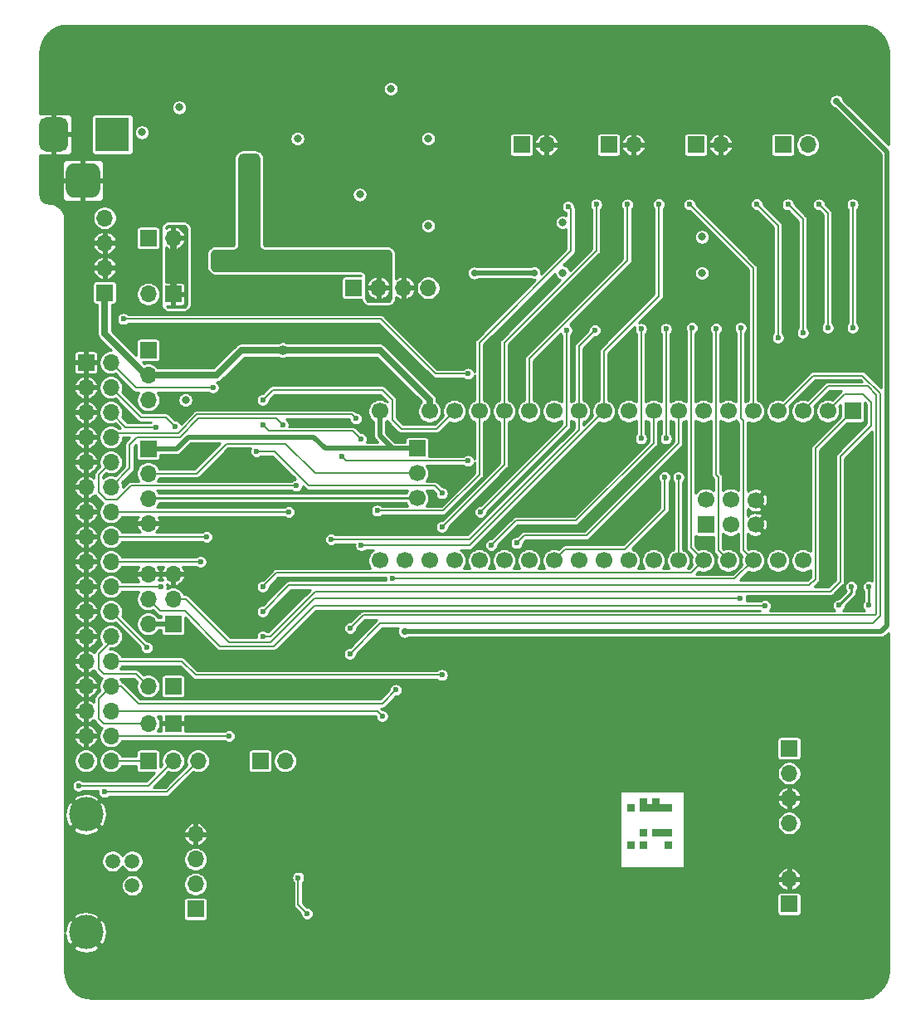
<source format=gbr>
G04 #@! TF.GenerationSoftware,KiCad,Pcbnew,(5.1.9)-1*
G04 #@! TF.CreationDate,2021-06-25T18:36:13+01:00*
G04 #@! TF.ProjectId,Greaseweazle F1 Plus,47726561-7365-4776-9561-7a6c65204631,1*
G04 #@! TF.SameCoordinates,PX6312cb0PY6bcb370*
G04 #@! TF.FileFunction,Copper,L2,Bot*
G04 #@! TF.FilePolarity,Positive*
%FSLAX46Y46*%
G04 Gerber Fmt 4.6, Leading zero omitted, Abs format (unit mm)*
G04 Created by KiCad (PCBNEW (5.1.9)-1) date 2021-06-25 18:36:13*
%MOMM*%
%LPD*%
G01*
G04 APERTURE LIST*
G04 #@! TA.AperFunction,EtchedComponent*
%ADD10C,0.100000*%
G04 #@! TD*
G04 #@! TA.AperFunction,ComponentPad*
%ADD11O,1.700000X1.700000*%
G04 #@! TD*
G04 #@! TA.AperFunction,ComponentPad*
%ADD12R,1.700000X1.700000*%
G04 #@! TD*
G04 #@! TA.AperFunction,ComponentPad*
%ADD13C,4.064000*%
G04 #@! TD*
G04 #@! TA.AperFunction,ComponentPad*
%ADD14C,1.700000*%
G04 #@! TD*
G04 #@! TA.AperFunction,ComponentPad*
%ADD15C,1.501140*%
G04 #@! TD*
G04 #@! TA.AperFunction,ComponentPad*
%ADD16C,3.500120*%
G04 #@! TD*
G04 #@! TA.AperFunction,ComponentPad*
%ADD17R,3.500000X3.500000*%
G04 #@! TD*
G04 #@! TA.AperFunction,ViaPad*
%ADD18C,0.600000*%
G04 #@! TD*
G04 #@! TA.AperFunction,ViaPad*
%ADD19C,0.800000*%
G04 #@! TD*
G04 #@! TA.AperFunction,ViaPad*
%ADD20C,0.700000*%
G04 #@! TD*
G04 #@! TA.AperFunction,ViaPad*
%ADD21C,1.000000*%
G04 #@! TD*
G04 #@! TA.AperFunction,Conductor*
%ADD22C,0.500000*%
G04 #@! TD*
G04 #@! TA.AperFunction,Conductor*
%ADD23C,0.700000*%
G04 #@! TD*
G04 #@! TA.AperFunction,Conductor*
%ADD24C,0.200000*%
G04 #@! TD*
G04 #@! TA.AperFunction,Conductor*
%ADD25C,0.250000*%
G04 #@! TD*
G04 #@! TA.AperFunction,Conductor*
%ADD26C,0.254000*%
G04 #@! TD*
G04 #@! TA.AperFunction,Conductor*
%ADD27C,0.100000*%
G04 #@! TD*
G04 APERTURE END LIST*
D10*
G36*
X52959000Y-8890000D02*
G01*
X53594000Y-8890000D01*
X53594000Y-8255000D01*
X52959000Y-8255000D01*
X52959000Y-8890000D01*
G37*
X52959000Y-8890000D02*
X53594000Y-8890000D01*
X53594000Y-8255000D01*
X52959000Y-8255000D01*
X52959000Y-8890000D01*
G36*
X50419000Y-8890000D02*
G01*
X51054000Y-8890000D01*
X51054000Y-8255000D01*
X50419000Y-8255000D01*
X50419000Y-8890000D01*
G37*
X50419000Y-8890000D02*
X51054000Y-8890000D01*
X51054000Y-8255000D01*
X50419000Y-8255000D01*
X50419000Y-8890000D01*
G36*
X50419000Y-7620000D02*
G01*
X51054000Y-7620000D01*
X51054000Y-6985000D01*
X50419000Y-6985000D01*
X50419000Y-7620000D01*
G37*
X50419000Y-7620000D02*
X51054000Y-7620000D01*
X51054000Y-6985000D01*
X50419000Y-6985000D01*
X50419000Y-7620000D01*
G36*
X51689000Y-7620000D02*
G01*
X52324000Y-7620000D01*
X52324000Y-6985000D01*
X51689000Y-6985000D01*
X51689000Y-7620000D01*
G37*
X51689000Y-7620000D02*
X52324000Y-7620000D01*
X52324000Y-6985000D01*
X51689000Y-6985000D01*
X51689000Y-7620000D01*
G36*
X52324000Y-7620000D02*
G01*
X52959000Y-7620000D01*
X52959000Y-6985000D01*
X52324000Y-6985000D01*
X52324000Y-7620000D01*
G37*
X52324000Y-7620000D02*
X52959000Y-7620000D01*
X52959000Y-6985000D01*
X52324000Y-6985000D01*
X52324000Y-7620000D01*
G36*
X52959000Y-7620000D02*
G01*
X53594000Y-7620000D01*
X53594000Y-6985000D01*
X52959000Y-6985000D01*
X52959000Y-7620000D01*
G37*
X52959000Y-7620000D02*
X53594000Y-7620000D01*
X53594000Y-6985000D01*
X52959000Y-6985000D01*
X52959000Y-7620000D01*
G36*
X52959000Y-5080000D02*
G01*
X53594000Y-5080000D01*
X53594000Y-4445000D01*
X52959000Y-4445000D01*
X52959000Y-5080000D01*
G37*
X52959000Y-5080000D02*
X53594000Y-5080000D01*
X53594000Y-4445000D01*
X52959000Y-4445000D01*
X52959000Y-5080000D01*
G36*
X52324000Y-5080000D02*
G01*
X52959000Y-5080000D01*
X52959000Y-4445000D01*
X52324000Y-4445000D01*
X52324000Y-5080000D01*
G37*
X52324000Y-5080000D02*
X52959000Y-5080000D01*
X52959000Y-4445000D01*
X52324000Y-4445000D01*
X52324000Y-5080000D01*
G36*
X51689000Y-4445000D02*
G01*
X52324000Y-4445000D01*
X52324000Y-3810000D01*
X51689000Y-3810000D01*
X51689000Y-4445000D01*
G37*
X51689000Y-4445000D02*
X52324000Y-4445000D01*
X52324000Y-3810000D01*
X51689000Y-3810000D01*
X51689000Y-4445000D01*
G36*
X51689000Y-5080000D02*
G01*
X52324000Y-5080000D01*
X52324000Y-4445000D01*
X51689000Y-4445000D01*
X51689000Y-5080000D01*
G37*
X51689000Y-5080000D02*
X52324000Y-5080000D01*
X52324000Y-4445000D01*
X51689000Y-4445000D01*
X51689000Y-5080000D01*
G36*
X51054000Y-5080000D02*
G01*
X51689000Y-5080000D01*
X51689000Y-4445000D01*
X51054000Y-4445000D01*
X51054000Y-5080000D01*
G37*
X51054000Y-5080000D02*
X51689000Y-5080000D01*
X51689000Y-4445000D01*
X51054000Y-4445000D01*
X51054000Y-5080000D01*
G36*
X50419000Y-5080000D02*
G01*
X51054000Y-5080000D01*
X51054000Y-4445000D01*
X50419000Y-4445000D01*
X50419000Y-5080000D01*
G37*
X50419000Y-5080000D02*
X51054000Y-5080000D01*
X51054000Y-4445000D01*
X50419000Y-4445000D01*
X50419000Y-5080000D01*
G36*
X50419000Y-4445000D02*
G01*
X51054000Y-4445000D01*
X51054000Y-3810000D01*
X50419000Y-3810000D01*
X50419000Y-4445000D01*
G37*
X50419000Y-4445000D02*
X51054000Y-4445000D01*
X51054000Y-3810000D01*
X50419000Y-3810000D01*
X50419000Y-4445000D01*
G36*
X49149000Y-8890000D02*
G01*
X49784000Y-8890000D01*
X49784000Y-8255000D01*
X49149000Y-8255000D01*
X49149000Y-8890000D01*
G37*
X49149000Y-8890000D02*
X49784000Y-8890000D01*
X49784000Y-8255000D01*
X49149000Y-8255000D01*
X49149000Y-8890000D01*
G36*
X49149000Y-5080000D02*
G01*
X49784000Y-5080000D01*
X49784000Y-4445000D01*
X49149000Y-4445000D01*
X49149000Y-5080000D01*
G37*
X49149000Y-5080000D02*
X49784000Y-5080000D01*
X49784000Y-4445000D01*
X49149000Y-4445000D01*
X49149000Y-5080000D01*
G36*
X49149000Y-5080000D02*
G01*
X49784000Y-5080000D01*
X49784000Y-4445000D01*
X49149000Y-4445000D01*
X49149000Y-5080000D01*
G37*
X49149000Y-5080000D02*
X49784000Y-5080000D01*
X49784000Y-4445000D01*
X49149000Y-4445000D01*
X49149000Y-5080000D01*
G36*
X49149000Y-8890000D02*
G01*
X49784000Y-8890000D01*
X49784000Y-8255000D01*
X49149000Y-8255000D01*
X49149000Y-8890000D01*
G37*
X49149000Y-8890000D02*
X49784000Y-8890000D01*
X49784000Y-8255000D01*
X49149000Y-8255000D01*
X49149000Y-8890000D01*
G36*
X50419000Y-4445000D02*
G01*
X51054000Y-4445000D01*
X51054000Y-3810000D01*
X50419000Y-3810000D01*
X50419000Y-4445000D01*
G37*
X50419000Y-4445000D02*
X51054000Y-4445000D01*
X51054000Y-3810000D01*
X50419000Y-3810000D01*
X50419000Y-4445000D01*
G36*
X50419000Y-5080000D02*
G01*
X51054000Y-5080000D01*
X51054000Y-4445000D01*
X50419000Y-4445000D01*
X50419000Y-5080000D01*
G37*
X50419000Y-5080000D02*
X51054000Y-5080000D01*
X51054000Y-4445000D01*
X50419000Y-4445000D01*
X50419000Y-5080000D01*
G36*
X51054000Y-5080000D02*
G01*
X51689000Y-5080000D01*
X51689000Y-4445000D01*
X51054000Y-4445000D01*
X51054000Y-5080000D01*
G37*
X51054000Y-5080000D02*
X51689000Y-5080000D01*
X51689000Y-4445000D01*
X51054000Y-4445000D01*
X51054000Y-5080000D01*
G36*
X51689000Y-5080000D02*
G01*
X52324000Y-5080000D01*
X52324000Y-4445000D01*
X51689000Y-4445000D01*
X51689000Y-5080000D01*
G37*
X51689000Y-5080000D02*
X52324000Y-5080000D01*
X52324000Y-4445000D01*
X51689000Y-4445000D01*
X51689000Y-5080000D01*
G36*
X51689000Y-4445000D02*
G01*
X52324000Y-4445000D01*
X52324000Y-3810000D01*
X51689000Y-3810000D01*
X51689000Y-4445000D01*
G37*
X51689000Y-4445000D02*
X52324000Y-4445000D01*
X52324000Y-3810000D01*
X51689000Y-3810000D01*
X51689000Y-4445000D01*
G36*
X52324000Y-5080000D02*
G01*
X52959000Y-5080000D01*
X52959000Y-4445000D01*
X52324000Y-4445000D01*
X52324000Y-5080000D01*
G37*
X52324000Y-5080000D02*
X52959000Y-5080000D01*
X52959000Y-4445000D01*
X52324000Y-4445000D01*
X52324000Y-5080000D01*
G36*
X52959000Y-5080000D02*
G01*
X53594000Y-5080000D01*
X53594000Y-4445000D01*
X52959000Y-4445000D01*
X52959000Y-5080000D01*
G37*
X52959000Y-5080000D02*
X53594000Y-5080000D01*
X53594000Y-4445000D01*
X52959000Y-4445000D01*
X52959000Y-5080000D01*
G36*
X52959000Y-7620000D02*
G01*
X53594000Y-7620000D01*
X53594000Y-6985000D01*
X52959000Y-6985000D01*
X52959000Y-7620000D01*
G37*
X52959000Y-7620000D02*
X53594000Y-7620000D01*
X53594000Y-6985000D01*
X52959000Y-6985000D01*
X52959000Y-7620000D01*
G36*
X52324000Y-7620000D02*
G01*
X52959000Y-7620000D01*
X52959000Y-6985000D01*
X52324000Y-6985000D01*
X52324000Y-7620000D01*
G37*
X52324000Y-7620000D02*
X52959000Y-7620000D01*
X52959000Y-6985000D01*
X52324000Y-6985000D01*
X52324000Y-7620000D01*
G36*
X51689000Y-7620000D02*
G01*
X52324000Y-7620000D01*
X52324000Y-6985000D01*
X51689000Y-6985000D01*
X51689000Y-7620000D01*
G37*
X51689000Y-7620000D02*
X52324000Y-7620000D01*
X52324000Y-6985000D01*
X51689000Y-6985000D01*
X51689000Y-7620000D01*
G36*
X50419000Y-7620000D02*
G01*
X51054000Y-7620000D01*
X51054000Y-6985000D01*
X50419000Y-6985000D01*
X50419000Y-7620000D01*
G37*
X50419000Y-7620000D02*
X51054000Y-7620000D01*
X51054000Y-6985000D01*
X50419000Y-6985000D01*
X50419000Y-7620000D01*
G36*
X50419000Y-8890000D02*
G01*
X51054000Y-8890000D01*
X51054000Y-8255000D01*
X50419000Y-8255000D01*
X50419000Y-8890000D01*
G37*
X50419000Y-8890000D02*
X51054000Y-8890000D01*
X51054000Y-8255000D01*
X50419000Y-8255000D01*
X50419000Y-8890000D01*
G36*
X52959000Y-8890000D02*
G01*
X53594000Y-8890000D01*
X53594000Y-8255000D01*
X52959000Y-8255000D01*
X52959000Y-8890000D01*
G37*
X52959000Y-8890000D02*
X53594000Y-8890000D01*
X53594000Y-8255000D01*
X52959000Y-8255000D01*
X52959000Y-8890000D01*
D11*
X28829000Y48260000D03*
X26289000Y48260000D03*
X23749000Y48260000D03*
D12*
X21209000Y48260000D03*
D11*
X5334000Y0D03*
X2794000Y0D03*
D12*
X254000Y0D03*
D11*
X14224000Y0D03*
D12*
X11684000Y0D03*
D13*
X73114000Y-21584600D03*
X3114000Y-21584600D03*
X73114000Y72415400D03*
X3114000Y72415400D03*
D11*
X40894000Y62865000D03*
D12*
X38354000Y62865000D03*
D11*
X49784000Y62865000D03*
D12*
X47244000Y62865000D03*
D11*
X58674000Y62865000D03*
D12*
X56134000Y62865000D03*
D11*
X67564000Y62865000D03*
D12*
X65024000Y62865000D03*
D14*
X57150000Y26657300D03*
X59690000Y26657300D03*
X62230000Y26593800D03*
D12*
X57150000Y24117300D03*
D14*
X62230000Y24117300D03*
X59690000Y24117300D03*
X23876000Y35687000D03*
X23876000Y20447000D03*
X26416000Y35687000D03*
X26416000Y20447000D03*
X28956000Y35687000D03*
X28956000Y20447000D03*
X31496000Y35687000D03*
X31496000Y20447000D03*
X34036000Y35687000D03*
X34036000Y20447000D03*
X36576000Y35687000D03*
X36576000Y20447000D03*
X39116000Y35687000D03*
X39116000Y20447000D03*
X41656000Y35687000D03*
X41656000Y20447000D03*
X44196000Y35687000D03*
X44196000Y20447000D03*
X46736000Y35687000D03*
X46736000Y20447000D03*
X49276000Y35687000D03*
X49276000Y20447000D03*
X51816000Y35687000D03*
X51816000Y20447000D03*
X54356000Y35687000D03*
X54356000Y20447000D03*
X56896000Y35687000D03*
X56896000Y20447000D03*
X59436000Y35687000D03*
X59436000Y20447000D03*
X61976000Y35687000D03*
X61976000Y20447000D03*
X64516000Y35687000D03*
X64516000Y20447000D03*
X67056000Y35687000D03*
X67056000Y20447000D03*
X69596000Y35687000D03*
X69596000Y20447000D03*
D12*
X72136000Y35687000D03*
D14*
X72136000Y20447000D03*
X27686000Y24257000D03*
X27686000Y26797000D03*
X27686000Y29337000D03*
D12*
X27686000Y31877000D03*
D11*
X254000Y7620000D03*
D12*
X2794000Y7620000D03*
D11*
X254000Y3810000D03*
D12*
X2794000Y3810000D03*
D11*
X2794000Y53340000D03*
D12*
X254000Y53340000D03*
D11*
X5080000Y-7493000D03*
X5080000Y-10033000D03*
X5080000Y-12573000D03*
D12*
X5080000Y-15113000D03*
D11*
X254000Y47625000D03*
D12*
X2794000Y47625000D03*
D11*
X-4191000Y55397400D03*
X-4191000Y52857400D03*
X-4191000Y50317400D03*
D12*
X-4191000Y47777400D03*
X254000Y31851600D03*
D11*
X254000Y29311600D03*
X254000Y26771600D03*
X254000Y24231600D03*
X254000Y36830000D03*
X254000Y39370000D03*
D12*
X254000Y41910000D03*
X65659000Y-14605000D03*
D11*
X65659000Y-12065000D03*
D15*
X-3378200Y-10225400D03*
X-3378200Y-12714600D03*
X-1371600Y-12714600D03*
X-1371600Y-10225400D03*
D16*
X-6096000Y-5450200D03*
X-6096000Y-17489800D03*
D12*
X2794000Y13970000D03*
D11*
X254000Y13970000D03*
X2794000Y16510000D03*
X254000Y16510000D03*
X2794000Y19050000D03*
X254000Y19050000D03*
D17*
X-3398000Y63919100D03*
G04 #@! TA.AperFunction,ComponentPad*
G36*
G01*
X-10898000Y62919100D02*
X-10898000Y64919100D01*
G75*
G02*
X-10148000Y65669100I750000J0D01*
G01*
X-8648000Y65669100D01*
G75*
G02*
X-7898000Y64919100I0J-750000D01*
G01*
X-7898000Y62919100D01*
G75*
G02*
X-8648000Y62169100I-750000J0D01*
G01*
X-10148000Y62169100D01*
G75*
G02*
X-10898000Y62919100I0J750000D01*
G01*
G37*
G04 #@! TD.AperFunction*
G04 #@! TA.AperFunction,ComponentPad*
G36*
G01*
X-8148000Y58344100D02*
X-8148000Y60094100D01*
G75*
G02*
X-7273000Y60969100I875000J0D01*
G01*
X-5523000Y60969100D01*
G75*
G02*
X-4648000Y60094100I0J-875000D01*
G01*
X-4648000Y58344100D01*
G75*
G02*
X-5523000Y57469100I-875000J0D01*
G01*
X-7273000Y57469100D01*
G75*
G02*
X-8148000Y58344100I0J875000D01*
G01*
G37*
G04 #@! TD.AperFunction*
D12*
X65659000Y1270000D03*
D11*
X65659000Y-1270000D03*
X65659000Y-3810000D03*
X65659000Y-6350000D03*
D12*
X-6096000Y40640000D03*
D11*
X-3556000Y40640000D03*
X-6096000Y38100000D03*
X-3556000Y38100000D03*
X-6096000Y35560000D03*
X-3556000Y35560000D03*
X-6096000Y33020000D03*
X-3556000Y33020000D03*
X-6096000Y30480000D03*
X-3556000Y30480000D03*
X-6096000Y27940000D03*
X-3556000Y27940000D03*
X-6096000Y25400000D03*
X-3556000Y25400000D03*
X-6096000Y22860000D03*
X-3556000Y22860000D03*
X-6096000Y20320000D03*
X-3556000Y20320000D03*
X-6096000Y17780000D03*
X-3556000Y17780000D03*
X-6096000Y15240000D03*
X-3556000Y15240000D03*
X-6096000Y12700000D03*
X-3556000Y12700000D03*
X-6096000Y10160000D03*
X-3556000Y10160000D03*
X-6096000Y7620000D03*
X-3556000Y7620000D03*
X-6096000Y5080000D03*
X-3556000Y5080000D03*
X-6096000Y2540000D03*
X-3556000Y2540000D03*
X-6096000Y0D03*
X-3556000Y0D03*
D18*
X65760600Y18923000D03*
X68376800Y15773400D03*
X61849000Y8890000D03*
X43992800Y27914600D03*
X68834000Y8890000D03*
X-7366000Y-11430000D03*
X8382000Y19812000D03*
X30099000Y29718000D03*
X37211000Y508000D03*
X35941000Y4699000D03*
X38100000Y30480000D03*
X-7366000Y-8890000D03*
X-7366000Y-13970000D03*
X-7366000Y47625000D03*
X-7366000Y50165000D03*
X-7366000Y52705000D03*
X-7366000Y55245000D03*
X-9906000Y57785000D03*
X14859000Y53975000D03*
X-1651000Y43688000D03*
X23114000Y-5080000D03*
X12954000Y-7620000D03*
X16129000Y27559000D03*
X2159000Y21590000D03*
X14859000Y59690000D03*
X9702800Y-11303000D03*
X12954000Y-11430000D03*
X26416000Y61404500D03*
X26416000Y59055000D03*
X26416000Y55943500D03*
X21844000Y68580000D03*
X21844000Y71120000D03*
X20955000Y66992500D03*
X18415000Y69850000D03*
X8128000Y62230000D03*
X9017000Y10160000D03*
X8509000Y13335000D03*
X4953000Y12827000D03*
X-1270000Y-15240000D03*
X31369000Y27940000D03*
X21336000Y36449000D03*
X56642000Y29845000D03*
X40259000Y44450000D03*
X66802000Y29845000D03*
X48514000Y40640000D03*
X40894000Y40005000D03*
X32639000Y37719000D03*
X7366000Y63500000D03*
X4953000Y31496000D03*
X11938000Y40576500D03*
X11938000Y38227000D03*
X11938000Y21526500D03*
X11874500Y19113500D03*
X19939000Y66040000D03*
X17653000Y66040000D03*
X40195500Y-5397500D03*
X37782500Y-5397500D03*
X25273000Y57150000D03*
X25336500Y60198000D03*
X26416000Y58293000D03*
X49149000Y25527000D03*
X53086000Y23749000D03*
X59690000Y31115000D03*
X32385000Y24003000D03*
X70739000Y5207000D03*
X65786000Y41656000D03*
X71374000Y33020000D03*
X20955000Y12700000D03*
X34671000Y11176000D03*
X65659000Y23495000D03*
X73279000Y30480000D03*
X73914000Y42545000D03*
X58166000Y19304000D03*
X69469000Y18288000D03*
X9017000Y29210000D03*
X29718000Y26289000D03*
X11938000Y29210000D03*
X11938000Y10160000D03*
X12954000Y46990000D03*
X12954000Y-13716000D03*
X9652000Y-13716000D03*
X26670000Y7620000D03*
X20955000Y7239000D03*
X15875000Y7239000D03*
X5461000Y10160000D03*
X13208000Y15240000D03*
X13081000Y17526000D03*
X16764000Y21590000D03*
X19939000Y20828000D03*
X12954000Y-16256000D03*
X21082000Y-13589000D03*
X26289000Y-2540000D03*
X44958000Y1270000D03*
X56261000Y3937000D03*
X58928000Y-6604000D03*
X45974000Y-6985000D03*
X59944000Y-12700000D03*
X35179000Y70485000D03*
X35179000Y65405000D03*
X41910000Y67310000D03*
X50800000Y67310000D03*
X59690000Y67310000D03*
X35179000Y58420000D03*
X19939000Y40005000D03*
X16764000Y25400000D03*
X19685000Y25400000D03*
X22479000Y24384000D03*
X24384000Y24130000D03*
D19*
X42545000Y49809400D03*
X56769000Y49784000D03*
D20*
X39647505Y49807503D03*
X33528000Y49784000D03*
D19*
X42570400Y54940200D03*
X56769000Y53467000D03*
D21*
X13970000Y41910000D03*
D18*
X64516000Y43179992D03*
X62357000Y56785563D03*
X20828000Y10922000D03*
X52372500Y56817500D03*
X22005990Y21979622D03*
X24130000Y4572000D03*
X23622000Y25527000D03*
X25527000Y7239000D03*
X43095693Y56569307D03*
X45974000Y56769000D03*
X30226000Y8763000D03*
X30226000Y23876000D03*
X67056000Y43688000D03*
X65531994Y56769000D03*
X20862990Y13521296D03*
X45846988Y43942000D03*
X18922996Y22606004D03*
X11938000Y12700000D03*
X69596000Y44196000D03*
X68707000Y56769000D03*
X11938000Y15240000D03*
X72136000Y44195972D03*
X72136000Y56769000D03*
X49149000Y56769000D03*
X21463012Y34925000D03*
X11938000Y36830000D03*
X72009000Y17780000D03*
X70739000Y15875000D03*
X73787000Y17780000D03*
X73787000Y15874994D03*
X35276000Y22001000D03*
X37846004Y22225004D03*
D20*
X26416000Y13208000D03*
X70485000Y67310000D03*
D18*
X60680600Y16560800D03*
X63201001Y15830001D03*
D19*
X3429000Y66675000D03*
X25019000Y68580000D03*
X21844000Y57785000D03*
X10541000Y50546000D03*
X10033000Y60960000D03*
X15494000Y63500000D03*
X9525000Y50546000D03*
X8509000Y50546000D03*
X7493000Y50546000D03*
X10033000Y59817000D03*
X10033000Y58674000D03*
X10033000Y57531000D03*
X11049000Y60960000D03*
X11049000Y58674000D03*
X11049000Y59817000D03*
X11049000Y57531000D03*
X10541000Y51562000D03*
X8509000Y51562000D03*
X9525000Y51562000D03*
X7493000Y51562000D03*
X28829000Y54610000D03*
X28829000Y63500000D03*
X4064000Y36830000D03*
D18*
X15570204Y-11912600D03*
X16484600Y-15595602D03*
D19*
X-381000Y64135000D03*
D18*
X6858000Y38100000D03*
X-4191000Y-3175000D03*
X2984500Y34099500D03*
X1016000Y34051622D03*
X30226000Y27305000D03*
X42926000Y43942000D03*
X34163000Y25400000D03*
X11285589Y31565967D03*
X11938000Y34290000D03*
X52959000Y28956000D03*
X50546000Y32893000D03*
X50546000Y44069000D03*
X21971000Y32829500D03*
X15367000Y28067000D03*
X14605000Y25400000D03*
X60706000Y44196000D03*
X25146000Y18576990D03*
X58212953Y44105829D03*
X19989335Y31064665D03*
X32892995Y30607005D03*
X13970000Y34290000D03*
X6223000Y22860000D03*
X53086000Y32893000D03*
X53086000Y44069000D03*
X54356000Y28956000D03*
X11938000Y17780000D03*
X55753000Y44196000D03*
X5588000Y20320000D03*
X1524000Y17780000D03*
X126974Y11557000D03*
X8509000Y2540000D03*
X55498999Y56768999D03*
X-6857996Y-2540000D03*
X-2286000Y45085000D03*
X32893000Y39497000D03*
D22*
X25196800Y31877000D02*
X27686000Y31877000D01*
X23876000Y35687000D02*
X23876000Y33197800D01*
X23876000Y33197800D02*
X25196800Y31877000D01*
X254000Y13970000D02*
X2794000Y13970000D01*
X254000Y31851600D02*
X254000Y31750000D01*
X4315939Y33020000D02*
X3147539Y31851600D01*
X27686000Y31877000D02*
X18288000Y31877000D01*
X17145000Y33020000D02*
X4315939Y33020000D01*
X18288000Y31877000D02*
X17145000Y33020000D01*
X3147539Y31851600D02*
X254000Y31851600D01*
X39647505Y49807503D02*
X33551503Y49807503D01*
X33551503Y49807503D02*
X33528000Y49784000D01*
D23*
X-4191000Y43574998D02*
X-4191000Y47777400D01*
X13998Y39370000D02*
X-4191000Y43574998D01*
X254000Y39370000D02*
X13998Y39370000D01*
X2921000Y39370000D02*
X7239000Y39370000D01*
X254000Y39370000D02*
X2921000Y39370000D01*
X7239000Y39370000D02*
X9779000Y41910000D01*
X9779000Y41910000D02*
X13970000Y41910000D01*
X28956000Y36830000D02*
X28956000Y35687000D01*
X23876000Y41910000D02*
X28956000Y36830000D01*
X13970000Y41910000D02*
X23876000Y41910000D01*
D24*
X64516000Y54626563D02*
X62357000Y56785563D01*
X64516000Y43179992D02*
X64516000Y54626563D01*
X74964989Y14777116D02*
X74234073Y14046200D01*
X74964989Y37487710D02*
X74964989Y14777116D01*
X73133500Y39319200D02*
X74964989Y37487710D01*
X68148200Y39319200D02*
X73133500Y39319200D01*
X23952200Y14046200D02*
X20828000Y10922000D01*
X74234073Y14046200D02*
X23952200Y14046200D01*
X64516000Y35687000D02*
X68148200Y39319200D01*
X52372500Y56393236D02*
X52372500Y56817500D01*
X52372500Y47419500D02*
X52372500Y56393236D01*
X46736000Y41783000D02*
X52372500Y47419500D01*
X46736000Y35687000D02*
X46736000Y41783000D01*
X46736000Y35687000D02*
X33028622Y21979622D01*
X33028622Y21979622D02*
X22005990Y21979622D01*
X-3556000Y5080000D02*
X23622000Y5080000D01*
X23622000Y5080000D02*
X24130000Y4572000D01*
X-381000Y3810000D02*
X254000Y3175000D01*
X-4318000Y3810000D02*
X-381000Y3810000D01*
X-4826000Y4318000D02*
X-4318000Y3810000D01*
X-4826000Y6350000D02*
X-4826000Y4318000D01*
X-3556000Y7620000D02*
X-4826000Y6350000D01*
X30353000Y25527000D02*
X23622000Y25527000D01*
X34036000Y35687000D02*
X34036000Y29210000D01*
X34036000Y29210000D02*
X30353000Y25527000D01*
X24130000Y5842000D02*
X25527000Y7239000D01*
X-762000Y5842000D02*
X24130000Y5842000D01*
X-2540000Y7620000D02*
X-762000Y5842000D01*
X-3556000Y7620000D02*
X-2540000Y7620000D01*
X43395692Y56269308D02*
X43095693Y56569307D01*
X43395692Y52031692D02*
X43395692Y56269308D01*
X34036000Y42672000D02*
X43395692Y52031692D01*
X34036000Y35687000D02*
X34036000Y42672000D01*
X45974000Y56344736D02*
X45974000Y56769000D01*
X45974000Y52070000D02*
X45974000Y56344736D01*
X36576000Y42672000D02*
X45974000Y52070000D01*
X36576000Y35687000D02*
X36576000Y42672000D01*
X-3556000Y10160000D02*
X3683000Y10160000D01*
X3683000Y10160000D02*
X5080000Y8763000D01*
X5080000Y8763000D02*
X30226000Y8763000D01*
X36576000Y35687000D02*
X36576000Y30226000D01*
X36576000Y30226000D02*
X30226000Y23876000D01*
X67056000Y43688000D02*
X67056000Y55244994D01*
X67056000Y55244994D02*
X65531994Y56769000D01*
X67056000Y35687000D02*
X69596000Y38227000D01*
X74481173Y14859000D02*
X22200694Y14859000D01*
X22200694Y14859000D02*
X20862990Y13521296D01*
X69596000Y38227000D02*
X73660000Y38227000D01*
X73660000Y38227000D02*
X74564978Y37322020D01*
X74564978Y14942805D02*
X74481173Y14859000D01*
X74564978Y37322020D02*
X74564978Y14942805D01*
X44196000Y35687000D02*
X44196000Y42291012D01*
X44196000Y42291012D02*
X45846988Y43942000D01*
X33020004Y22606004D02*
X18922996Y22606004D01*
X44196000Y33782000D02*
X33020004Y22606004D01*
X44196000Y35687000D02*
X44196000Y33782000D01*
X12700000Y12700000D02*
X11938000Y12700000D01*
X69875404Y17297404D02*
X17297404Y17297404D01*
X70866000Y18288000D02*
X69875404Y17297404D01*
X70866000Y31038800D02*
X70866000Y18288000D01*
X74041000Y34213800D02*
X70866000Y31038800D01*
X73202800Y37414200D02*
X74041000Y36576000D01*
X74041000Y36576000D02*
X74041000Y34213800D01*
X71323200Y37414200D02*
X73202800Y37414200D01*
X17297404Y17297404D02*
X12700000Y12700000D01*
X69596000Y35687000D02*
X71323200Y37414200D01*
X69596000Y44196000D02*
X69596000Y55880000D01*
X69596000Y55880000D02*
X68707000Y56769000D01*
X68326000Y31877000D02*
X72136000Y35687000D01*
X68326000Y18542000D02*
X68326000Y31877000D01*
X67725998Y17941998D02*
X68326000Y18542000D01*
X14639998Y17941998D02*
X67725998Y17941998D01*
X11938000Y15240000D02*
X14639998Y17941998D01*
X72136000Y44195972D02*
X72136000Y56769000D01*
X39116000Y35687000D02*
X39116000Y41020004D01*
X49149000Y56344736D02*
X49149000Y56769000D01*
X39116000Y41020004D02*
X49149000Y51053004D01*
X49149000Y51053004D02*
X49149000Y56344736D01*
X5233694Y35351999D02*
X21036013Y35351999D01*
X-3556000Y33020000D02*
X-3124388Y33451612D01*
X3333307Y33451612D02*
X5233694Y35351999D01*
X21036013Y35351999D02*
X21463012Y34925000D01*
X-3124388Y33451612D02*
X3333307Y33451612D01*
X24155400Y37846000D02*
X17526000Y37846000D01*
X25146000Y36855400D02*
X24155400Y37846000D01*
X25146000Y34823400D02*
X25146000Y36855400D01*
X26085800Y33883600D02*
X25146000Y34823400D01*
X29692600Y33883600D02*
X26085800Y33883600D01*
X31496000Y35687000D02*
X29692600Y33883600D01*
X12954000Y37846000D02*
X11938000Y36830000D01*
X17526000Y37846000D02*
X12954000Y37846000D01*
D25*
X72009000Y17780000D02*
X72009000Y17145000D01*
X72009000Y17145000D02*
X70739000Y15875000D01*
X73787000Y17780000D02*
X73787000Y15874994D01*
D24*
X37786000Y24511000D02*
X35276000Y22001000D01*
X43916600Y24511000D02*
X37786000Y24511000D01*
X51816000Y32410400D02*
X43916600Y24511000D01*
X51816000Y35687000D02*
X51816000Y32410400D01*
X38608000Y22987000D02*
X37846004Y22225004D01*
X44958000Y22987000D02*
X38608000Y22987000D01*
X54356000Y32385000D02*
X44958000Y22987000D01*
X54356000Y35687000D02*
X54356000Y32385000D01*
D22*
X75057000Y13208000D02*
X75674990Y13825990D01*
X75674990Y62120010D02*
X70485000Y67310000D01*
X26416000Y13208000D02*
X75057000Y13208000D01*
X75674990Y13825990D02*
X75674990Y62120010D01*
D24*
X1456081Y29311600D02*
X254000Y29311600D01*
X5181600Y29311600D02*
X1456081Y29311600D01*
X8220001Y32350001D02*
X5181600Y29311600D01*
X14258999Y32350001D02*
X8220001Y32350001D01*
X17272000Y29337000D02*
X14258999Y32350001D01*
X27686000Y29337000D02*
X17272000Y29337000D01*
D25*
X279400Y26797000D02*
X254000Y26771600D01*
X27686000Y26797000D02*
X279400Y26797000D01*
D24*
X3996081Y16510000D02*
X2794000Y16510000D01*
X4064000Y16510000D02*
X3996081Y16510000D01*
X8474002Y12099998D02*
X4064000Y16510000D01*
X12734998Y12099998D02*
X8474002Y12099998D01*
X17195800Y16560800D02*
X12734998Y12099998D01*
X60680600Y16560800D02*
X17195800Y16560800D01*
X63201001Y15830001D02*
X17227001Y15830001D01*
X13096987Y11699987D02*
X7604013Y11699987D01*
X7604013Y11699987D02*
X4019001Y15284999D01*
X1479001Y15284999D02*
X254000Y16510000D01*
X17227001Y15830001D02*
X13096987Y11699987D01*
X4019001Y15284999D02*
X1479001Y15284999D01*
D23*
X2794000Y53340000D02*
X2794000Y47625000D01*
D24*
X15570204Y-11912600D02*
X15570204Y-14681206D01*
X15570204Y-14681206D02*
X16484600Y-15595602D01*
X-4826000Y9398000D02*
X-4318000Y8890000D01*
X-4318000Y8890000D02*
X-1016000Y8890000D01*
X-4826000Y10922000D02*
X-4826000Y9398000D01*
X-3556000Y12192000D02*
X-4826000Y10922000D01*
X-1016000Y8890000D02*
X254000Y7620000D01*
X-3556000Y12700000D02*
X-3556000Y12192000D01*
X-1016000Y38100000D02*
X6858000Y38100000D01*
X-3556000Y40640000D02*
X-1016000Y38100000D01*
X2159000Y-3175000D02*
X5334000Y0D01*
X-4191000Y-3175000D02*
X2159000Y-3175000D01*
X-3117300Y38100000D02*
X-3556000Y38100000D01*
X2032000Y35052000D02*
X2984500Y34099500D01*
X-508000Y35052000D02*
X2032000Y35052000D01*
X-3556000Y38100000D02*
X-508000Y35052000D01*
X-3556000Y35560000D02*
X-2047622Y34051622D01*
X-2047622Y34051622D02*
X1016000Y34051622D01*
X42926000Y43942000D02*
X42926000Y34163000D01*
X42926000Y34163000D02*
X34163000Y25400000D01*
X13137035Y31565967D02*
X11285589Y31565967D01*
X16636002Y28067000D02*
X13137035Y31565967D01*
X30226000Y27305000D02*
X29464000Y28067000D01*
X29464000Y28067000D02*
X16636002Y28067000D01*
X42806001Y21597001D02*
X48902001Y21597001D01*
X41656000Y20447000D02*
X42806001Y21597001D01*
X52959000Y25654000D02*
X52959000Y28956000D01*
X48902001Y21597001D02*
X52959000Y25654000D01*
X50546000Y32893000D02*
X50546000Y44069000D01*
X11938000Y34290000D02*
X12573000Y33655000D01*
X12573000Y33655000D02*
X21145500Y33655000D01*
X21145500Y33655000D02*
X21971000Y32829500D01*
X-2921000Y26670000D02*
X-1524000Y28067000D01*
X-4064000Y26670000D02*
X-2921000Y26670000D01*
X-1524000Y28067000D02*
X15367000Y28067000D01*
X-4826000Y27432000D02*
X-4064000Y26670000D01*
X-4826000Y29210000D02*
X-4826000Y27432000D01*
X-3556000Y30480000D02*
X-4826000Y29210000D01*
X-3556000Y25400000D02*
X14605000Y25400000D01*
X60960000Y34671000D02*
X60706000Y34925000D01*
X60706000Y34925000D02*
X60706000Y44196000D01*
X60960000Y21463000D02*
X60960000Y34671000D01*
X61976000Y20447000D02*
X60960000Y21463000D01*
X60105990Y18576990D02*
X25146000Y18576990D01*
X61976000Y20447000D02*
X60105990Y18576990D01*
X58166000Y44058876D02*
X58212953Y44105829D01*
X58166000Y29210000D02*
X58166000Y44058876D01*
X58420000Y28956000D02*
X58166000Y29210000D01*
X58420000Y21463000D02*
X58420000Y28956000D01*
X59436000Y20447000D02*
X58420000Y21463000D01*
X20446995Y30607005D02*
X32892995Y30607005D01*
X19989335Y31064665D02*
X20446995Y30607005D01*
X-1651000Y32276602D02*
X-1651000Y29845000D01*
X-876001Y33051601D02*
X-1651000Y32276602D01*
X3498996Y33051601D02*
X-876001Y33051601D01*
X-1651000Y29845000D02*
X-3556000Y27940000D01*
X5372395Y34925000D02*
X3498996Y33051601D01*
X13335000Y34925000D02*
X5372395Y34925000D01*
X13970000Y34290000D02*
X13335000Y34925000D01*
X-3556000Y22860000D02*
X6223000Y22860000D01*
X53086000Y32893000D02*
X53086000Y44069000D01*
X54356000Y20447000D02*
X54356000Y28956000D01*
X55626000Y44069000D02*
X55753000Y44196000D01*
X55626000Y21717000D02*
X55626000Y44069000D01*
X56896000Y20447000D02*
X55626000Y21717000D01*
X13335000Y19177000D02*
X12237999Y18079999D01*
X12237999Y18079999D02*
X11938000Y17780000D01*
X55626000Y19177000D02*
X13335000Y19177000D01*
X56896000Y20447000D02*
X55626000Y19177000D01*
X5588000Y20320000D02*
X-3556000Y20320000D01*
X1524000Y17780000D02*
X-3556000Y17780000D01*
X-3556000Y15240000D02*
X126974Y11557026D01*
X126974Y11557026D02*
X126974Y11557000D01*
X-3556000Y2540000D02*
X8509000Y2540000D01*
X61976000Y35687000D02*
X61976000Y50291998D01*
X61976000Y50291998D02*
X55498999Y56768999D01*
X254000Y-2540000D02*
X-6857996Y-2540000D01*
X2794000Y0D02*
X254000Y-2540000D01*
X-2286000Y45085000D02*
X23982996Y45085000D01*
X23982996Y45085000D02*
X29570996Y39497000D01*
X29570996Y39497000D02*
X32893000Y39497000D01*
X-3556000Y0D02*
X254000Y0D01*
D26*
X3914257Y54596231D02*
X4003955Y54559077D01*
X4080976Y54499976D01*
X4140077Y54422955D01*
X4177231Y54333257D01*
X4191000Y54228672D01*
X4191000Y46672828D01*
X4177231Y46568243D01*
X4140077Y46478545D01*
X4080976Y46401524D01*
X4003955Y46342423D01*
X3914257Y46305269D01*
X3809672Y46291500D01*
X2413328Y46291500D01*
X2308743Y46305269D01*
X2219045Y46342423D01*
X2153430Y46392772D01*
X2571750Y46394000D01*
X2667000Y46489250D01*
X2667000Y47498000D01*
X2921000Y47498000D01*
X2921000Y46489250D01*
X3016250Y46394000D01*
X3644000Y46392157D01*
X3718689Y46399513D01*
X3790508Y46421299D01*
X3856696Y46456678D01*
X3914711Y46504289D01*
X3962322Y46562304D01*
X3997701Y46628492D01*
X4019487Y46700311D01*
X4026843Y46775000D01*
X4025000Y47402750D01*
X3929750Y47498000D01*
X2921000Y47498000D01*
X2667000Y47498000D01*
X2647000Y47498000D01*
X2647000Y47752000D01*
X2667000Y47752000D01*
X2667000Y48760750D01*
X2921000Y48760750D01*
X2921000Y47752000D01*
X3929750Y47752000D01*
X4025000Y47847250D01*
X4026843Y48475000D01*
X4019487Y48549689D01*
X3997701Y48621508D01*
X3962322Y48687696D01*
X3914711Y48745711D01*
X3856696Y48793322D01*
X3790508Y48828701D01*
X3718689Y48850487D01*
X3644000Y48857843D01*
X3016250Y48856000D01*
X2921000Y48760750D01*
X2667000Y48760750D01*
X2571750Y48856000D01*
X2032000Y48857585D01*
X2032000Y52378995D01*
X2177039Y52274761D01*
X2396712Y52174866D01*
X2477020Y52150511D01*
X2667000Y52211373D01*
X2667000Y53213000D01*
X2921000Y53213000D01*
X2921000Y52211373D01*
X3110980Y52150511D01*
X3191288Y52174866D01*
X3410961Y52274761D01*
X3606924Y52415592D01*
X3771647Y52591948D01*
X3898799Y52797051D01*
X3983495Y53023019D01*
X3923187Y53213000D01*
X2921000Y53213000D01*
X2667000Y53213000D01*
X2647000Y53213000D01*
X2647000Y53467000D01*
X2667000Y53467000D01*
X2667000Y54468627D01*
X2921000Y54468627D01*
X2921000Y53467000D01*
X3923187Y53467000D01*
X3983495Y53656981D01*
X3898799Y53882949D01*
X3771647Y54088052D01*
X3606924Y54264408D01*
X3410961Y54405239D01*
X3191288Y54505134D01*
X3110980Y54529489D01*
X2921000Y54468627D01*
X2667000Y54468627D01*
X2477020Y54529489D01*
X2396712Y54505134D01*
X2177039Y54405239D01*
X2042518Y54308564D01*
X2045769Y54333257D01*
X2082923Y54422955D01*
X2142024Y54499976D01*
X2219045Y54559077D01*
X2308743Y54596231D01*
X2413328Y54610000D01*
X3809672Y54610000D01*
X3914257Y54596231D01*
G04 #@! TA.AperFunction,Conductor*
D27*
G36*
X3914257Y54596231D02*
G01*
X4003955Y54559077D01*
X4080976Y54499976D01*
X4140077Y54422955D01*
X4177231Y54333257D01*
X4191000Y54228672D01*
X4191000Y46672828D01*
X4177231Y46568243D01*
X4140077Y46478545D01*
X4080976Y46401524D01*
X4003955Y46342423D01*
X3914257Y46305269D01*
X3809672Y46291500D01*
X2413328Y46291500D01*
X2308743Y46305269D01*
X2219045Y46342423D01*
X2153430Y46392772D01*
X2571750Y46394000D01*
X2667000Y46489250D01*
X2667000Y47498000D01*
X2921000Y47498000D01*
X2921000Y46489250D01*
X3016250Y46394000D01*
X3644000Y46392157D01*
X3718689Y46399513D01*
X3790508Y46421299D01*
X3856696Y46456678D01*
X3914711Y46504289D01*
X3962322Y46562304D01*
X3997701Y46628492D01*
X4019487Y46700311D01*
X4026843Y46775000D01*
X4025000Y47402750D01*
X3929750Y47498000D01*
X2921000Y47498000D01*
X2667000Y47498000D01*
X2647000Y47498000D01*
X2647000Y47752000D01*
X2667000Y47752000D01*
X2667000Y48760750D01*
X2921000Y48760750D01*
X2921000Y47752000D01*
X3929750Y47752000D01*
X4025000Y47847250D01*
X4026843Y48475000D01*
X4019487Y48549689D01*
X3997701Y48621508D01*
X3962322Y48687696D01*
X3914711Y48745711D01*
X3856696Y48793322D01*
X3790508Y48828701D01*
X3718689Y48850487D01*
X3644000Y48857843D01*
X3016250Y48856000D01*
X2921000Y48760750D01*
X2667000Y48760750D01*
X2571750Y48856000D01*
X2032000Y48857585D01*
X2032000Y52378995D01*
X2177039Y52274761D01*
X2396712Y52174866D01*
X2477020Y52150511D01*
X2667000Y52211373D01*
X2667000Y53213000D01*
X2921000Y53213000D01*
X2921000Y52211373D01*
X3110980Y52150511D01*
X3191288Y52174866D01*
X3410961Y52274761D01*
X3606924Y52415592D01*
X3771647Y52591948D01*
X3898799Y52797051D01*
X3983495Y53023019D01*
X3923187Y53213000D01*
X2921000Y53213000D01*
X2667000Y53213000D01*
X2647000Y53213000D01*
X2647000Y53467000D01*
X2667000Y53467000D01*
X2667000Y54468627D01*
X2921000Y54468627D01*
X2921000Y53467000D01*
X3923187Y53467000D01*
X3983495Y53656981D01*
X3898799Y53882949D01*
X3771647Y54088052D01*
X3606924Y54264408D01*
X3410961Y54405239D01*
X3191288Y54505134D01*
X3110980Y54529489D01*
X2921000Y54468627D01*
X2667000Y54468627D01*
X2477020Y54529489D01*
X2396712Y54505134D01*
X2177039Y54405239D01*
X2042518Y54308564D01*
X2045769Y54333257D01*
X2082923Y54422955D01*
X2142024Y54499976D01*
X2219045Y54559077D01*
X2308743Y54596231D01*
X2413328Y54610000D01*
X3809672Y54610000D01*
X3914257Y54596231D01*
G37*
G04 #@! TD.AperFunction*
D26*
X73562454Y74977356D02*
X74079440Y74821268D01*
X74556262Y74567738D01*
X74974760Y74226419D01*
X75318992Y73810314D01*
X75575845Y73335276D01*
X75735536Y72819395D01*
X75793996Y72263187D01*
X75794000Y72262174D01*
X75794000Y62893369D01*
X71193809Y67493559D01*
X71187908Y67523225D01*
X71132804Y67656258D01*
X71052805Y67775985D01*
X70950985Y67877805D01*
X70831258Y67957804D01*
X70698225Y68012908D01*
X70556997Y68041000D01*
X70413003Y68041000D01*
X70271775Y68012908D01*
X70138742Y67957804D01*
X70019015Y67877805D01*
X69917195Y67775985D01*
X69837196Y67656258D01*
X69782092Y67523225D01*
X69754000Y67381997D01*
X69754000Y67238003D01*
X69782092Y67096775D01*
X69837196Y66963742D01*
X69917195Y66844015D01*
X70019015Y66742195D01*
X70138742Y66662196D01*
X70271775Y66607092D01*
X70301441Y66601191D01*
X75043991Y61858640D01*
X75043991Y38088945D01*
X73490330Y39642606D01*
X73475264Y39660964D01*
X73402022Y39721072D01*
X73318461Y39765736D01*
X73227792Y39793240D01*
X73157126Y39800200D01*
X73133500Y39802527D01*
X73109874Y39800200D01*
X68171827Y39800200D01*
X68148200Y39802527D01*
X68053907Y39793240D01*
X67963238Y39765736D01*
X67918574Y39741862D01*
X67879678Y39721072D01*
X67806436Y39660964D01*
X67791370Y39642606D01*
X64977167Y36828403D01*
X64875069Y36870693D01*
X64637243Y36918000D01*
X64394757Y36918000D01*
X64156931Y36870693D01*
X63932903Y36777898D01*
X63731283Y36643180D01*
X63559820Y36471717D01*
X63425102Y36270097D01*
X63332307Y36046069D01*
X63285000Y35808243D01*
X63285000Y35565757D01*
X63332307Y35327931D01*
X63425102Y35103903D01*
X63559820Y34902283D01*
X63731283Y34730820D01*
X63932903Y34596102D01*
X64156931Y34503307D01*
X64394757Y34456000D01*
X64637243Y34456000D01*
X64875069Y34503307D01*
X65099097Y34596102D01*
X65300717Y34730820D01*
X65472180Y34902283D01*
X65606898Y35103903D01*
X65699693Y35327931D01*
X65747000Y35565757D01*
X65747000Y35808243D01*
X65699693Y36046069D01*
X65657403Y36148167D01*
X68347436Y38838200D01*
X72934264Y38838200D01*
X73064464Y38708000D01*
X69619615Y38708000D01*
X69595999Y38710326D01*
X69572383Y38708000D01*
X69572374Y38708000D01*
X69501708Y38701040D01*
X69411039Y38673536D01*
X69327478Y38628872D01*
X69254236Y38568764D01*
X69239175Y38550412D01*
X67517167Y36828403D01*
X67415069Y36870693D01*
X67177243Y36918000D01*
X66934757Y36918000D01*
X66696931Y36870693D01*
X66472903Y36777898D01*
X66271283Y36643180D01*
X66099820Y36471717D01*
X65965102Y36270097D01*
X65872307Y36046069D01*
X65825000Y35808243D01*
X65825000Y35565757D01*
X65872307Y35327931D01*
X65965102Y35103903D01*
X66099820Y34902283D01*
X66271283Y34730820D01*
X66472903Y34596102D01*
X66696931Y34503307D01*
X66934757Y34456000D01*
X67177243Y34456000D01*
X67415069Y34503307D01*
X67639097Y34596102D01*
X67840717Y34730820D01*
X68012180Y34902283D01*
X68146898Y35103903D01*
X68239693Y35327931D01*
X68287000Y35565757D01*
X68287000Y35808243D01*
X68239693Y36046069D01*
X68197403Y36148167D01*
X69795237Y37746000D01*
X70973259Y37746000D01*
X70966375Y37737612D01*
X70057167Y36828403D01*
X69955069Y36870693D01*
X69717243Y36918000D01*
X69474757Y36918000D01*
X69236931Y36870693D01*
X69012903Y36777898D01*
X68811283Y36643180D01*
X68639820Y36471717D01*
X68505102Y36270097D01*
X68412307Y36046069D01*
X68365000Y35808243D01*
X68365000Y35565757D01*
X68412307Y35327931D01*
X68505102Y35103903D01*
X68639820Y34902283D01*
X68811283Y34730820D01*
X69012903Y34596102D01*
X69236931Y34503307D01*
X69474757Y34456000D01*
X69717243Y34456000D01*
X69955069Y34503307D01*
X70179097Y34596102D01*
X70380717Y34730820D01*
X70552180Y34902283D01*
X70686898Y35103903D01*
X70779693Y35327931D01*
X70827000Y35565757D01*
X70827000Y35808243D01*
X70779693Y36046069D01*
X70737403Y36148167D01*
X70903157Y36313920D01*
X70903157Y35134394D01*
X68002589Y32233825D01*
X67984237Y32218764D01*
X67969176Y32200412D01*
X67924129Y32145522D01*
X67879465Y32061961D01*
X67851960Y31971292D01*
X67842673Y31877000D01*
X67845001Y31853364D01*
X67845000Y21398897D01*
X67840717Y21403180D01*
X67639097Y21537898D01*
X67415069Y21630693D01*
X67177243Y21678000D01*
X66934757Y21678000D01*
X66696931Y21630693D01*
X66472903Y21537898D01*
X66271283Y21403180D01*
X66099820Y21231717D01*
X65965102Y21030097D01*
X65872307Y20806069D01*
X65825000Y20568243D01*
X65825000Y20325757D01*
X65872307Y20087931D01*
X65965102Y19863903D01*
X66099820Y19662283D01*
X66271283Y19490820D01*
X66472903Y19356102D01*
X66696931Y19263307D01*
X66934757Y19216000D01*
X67177243Y19216000D01*
X67415069Y19263307D01*
X67639097Y19356102D01*
X67840717Y19490820D01*
X67845000Y19495103D01*
X67845000Y18741237D01*
X67526762Y18422998D01*
X60632234Y18422998D01*
X61514833Y19305597D01*
X61616931Y19263307D01*
X61854757Y19216000D01*
X62097243Y19216000D01*
X62335069Y19263307D01*
X62559097Y19356102D01*
X62760717Y19490820D01*
X62932180Y19662283D01*
X63066898Y19863903D01*
X63159693Y20087931D01*
X63207000Y20325757D01*
X63207000Y20568243D01*
X63285000Y20568243D01*
X63285000Y20325757D01*
X63332307Y20087931D01*
X63425102Y19863903D01*
X63559820Y19662283D01*
X63731283Y19490820D01*
X63932903Y19356102D01*
X64156931Y19263307D01*
X64394757Y19216000D01*
X64637243Y19216000D01*
X64875069Y19263307D01*
X65099097Y19356102D01*
X65300717Y19490820D01*
X65472180Y19662283D01*
X65606898Y19863903D01*
X65699693Y20087931D01*
X65747000Y20325757D01*
X65747000Y20568243D01*
X65699693Y20806069D01*
X65606898Y21030097D01*
X65472180Y21231717D01*
X65300717Y21403180D01*
X65099097Y21537898D01*
X64875069Y21630693D01*
X64637243Y21678000D01*
X64394757Y21678000D01*
X64156931Y21630693D01*
X63932903Y21537898D01*
X63731283Y21403180D01*
X63559820Y21231717D01*
X63425102Y21030097D01*
X63332307Y20806069D01*
X63285000Y20568243D01*
X63207000Y20568243D01*
X63159693Y20806069D01*
X63066898Y21030097D01*
X62932180Y21231717D01*
X62760717Y21403180D01*
X62559097Y21537898D01*
X62335069Y21630693D01*
X62097243Y21678000D01*
X61854757Y21678000D01*
X61616931Y21630693D01*
X61514833Y21588403D01*
X61441000Y21662236D01*
X61441000Y23157848D01*
X61445578Y23153270D01*
X61517506Y23225198D01*
X61609523Y23047222D01*
X61830207Y22946734D01*
X62066255Y22891231D01*
X62308596Y22882844D01*
X62547917Y22921898D01*
X62775020Y23006889D01*
X62850477Y23047222D01*
X62942495Y23225200D01*
X62230000Y23937695D01*
X62215858Y23923552D01*
X62036253Y24103157D01*
X62050395Y24117300D01*
X62409605Y24117300D01*
X63122100Y23404805D01*
X63300078Y23496823D01*
X63400566Y23717507D01*
X63456069Y23953555D01*
X63464456Y24195896D01*
X63425402Y24435217D01*
X63340411Y24662320D01*
X63300078Y24737777D01*
X63122100Y24829795D01*
X62409605Y24117300D01*
X62050395Y24117300D01*
X62036253Y24131442D01*
X62215858Y24311047D01*
X62230000Y24296905D01*
X62942495Y25009400D01*
X62850477Y25187378D01*
X62629793Y25287866D01*
X62393745Y25343369D01*
X62151404Y25351756D01*
X61912083Y25312702D01*
X61684980Y25227711D01*
X61609523Y25187378D01*
X61517506Y25009402D01*
X61445578Y25081330D01*
X61441000Y25076752D01*
X61441000Y25634348D01*
X61445578Y25629770D01*
X61517506Y25701698D01*
X61609523Y25523722D01*
X61830207Y25423234D01*
X62066255Y25367731D01*
X62308596Y25359344D01*
X62547917Y25398398D01*
X62775020Y25483389D01*
X62850477Y25523722D01*
X62942495Y25701700D01*
X62230000Y26414195D01*
X62215858Y26400052D01*
X62036253Y26579657D01*
X62050395Y26593800D01*
X62409605Y26593800D01*
X63122100Y25881305D01*
X63300078Y25973323D01*
X63400566Y26194007D01*
X63456069Y26430055D01*
X63464456Y26672396D01*
X63425402Y26911717D01*
X63340411Y27138820D01*
X63300078Y27214277D01*
X63122100Y27306295D01*
X62409605Y26593800D01*
X62050395Y26593800D01*
X62036253Y26607942D01*
X62215858Y26787547D01*
X62230000Y26773405D01*
X62942495Y27485900D01*
X62850477Y27663878D01*
X62629793Y27764366D01*
X62393745Y27819869D01*
X62151404Y27828256D01*
X61912083Y27789202D01*
X61684980Y27704211D01*
X61609523Y27663878D01*
X61517506Y27485902D01*
X61445578Y27557830D01*
X61441000Y27553252D01*
X61441000Y34576180D01*
X61616931Y34503307D01*
X61854757Y34456000D01*
X62097243Y34456000D01*
X62335069Y34503307D01*
X62559097Y34596102D01*
X62760717Y34730820D01*
X62932180Y34902283D01*
X63066898Y35103903D01*
X63159693Y35327931D01*
X63207000Y35565757D01*
X63207000Y35808243D01*
X63159693Y36046069D01*
X63066898Y36270097D01*
X62932180Y36471717D01*
X62760717Y36643180D01*
X62559097Y36777898D01*
X62457000Y36820188D01*
X62457000Y50268372D01*
X62459327Y50291998D01*
X62450040Y50386291D01*
X62422536Y50476960D01*
X62398662Y50521624D01*
X62377872Y50560520D01*
X62317764Y50633762D01*
X62299412Y50648823D01*
X56179999Y56768235D01*
X56179999Y56836072D01*
X56176705Y56852636D01*
X61676000Y56852636D01*
X61676000Y56718490D01*
X61702171Y56586923D01*
X61753506Y56462989D01*
X61828033Y56351451D01*
X61922888Y56256596D01*
X62034426Y56182069D01*
X62158360Y56130734D01*
X62289927Y56104563D01*
X62357764Y56104563D01*
X64035001Y54427325D01*
X64035000Y43662071D01*
X63987033Y43614104D01*
X63912506Y43502566D01*
X63861171Y43378632D01*
X63835000Y43247065D01*
X63835000Y43112919D01*
X63861171Y42981352D01*
X63912506Y42857418D01*
X63987033Y42745880D01*
X64081888Y42651025D01*
X64193426Y42576498D01*
X64317360Y42525163D01*
X64448927Y42498992D01*
X64583073Y42498992D01*
X64714640Y42525163D01*
X64838574Y42576498D01*
X64950112Y42651025D01*
X65044967Y42745880D01*
X65119494Y42857418D01*
X65170829Y42981352D01*
X65197000Y43112919D01*
X65197000Y43247065D01*
X65170829Y43378632D01*
X65119494Y43502566D01*
X65044967Y43614104D01*
X64997000Y43662071D01*
X64997000Y54602937D01*
X64999327Y54626564D01*
X64990040Y54720856D01*
X64977660Y54761667D01*
X64962536Y54811524D01*
X64917872Y54895085D01*
X64857764Y54968327D01*
X64839412Y54983388D01*
X63038000Y56784799D01*
X63038000Y56836073D01*
X64850994Y56836073D01*
X64850994Y56701927D01*
X64877165Y56570360D01*
X64928500Y56446426D01*
X65003027Y56334888D01*
X65097882Y56240033D01*
X65209420Y56165506D01*
X65333354Y56114171D01*
X65464921Y56088000D01*
X65532758Y56088000D01*
X66575001Y55045756D01*
X66575000Y44170079D01*
X66527033Y44122112D01*
X66452506Y44010574D01*
X66401171Y43886640D01*
X66375000Y43755073D01*
X66375000Y43620927D01*
X66401171Y43489360D01*
X66452506Y43365426D01*
X66527033Y43253888D01*
X66621888Y43159033D01*
X66733426Y43084506D01*
X66857360Y43033171D01*
X66988927Y43007000D01*
X67123073Y43007000D01*
X67254640Y43033171D01*
X67378574Y43084506D01*
X67490112Y43159033D01*
X67584967Y43253888D01*
X67659494Y43365426D01*
X67710829Y43489360D01*
X67737000Y43620927D01*
X67737000Y43755073D01*
X67710829Y43886640D01*
X67659494Y44010574D01*
X67584967Y44122112D01*
X67537000Y44170079D01*
X67537000Y55221368D01*
X67539327Y55244994D01*
X67530040Y55339287D01*
X67511283Y55401120D01*
X67502536Y55429955D01*
X67457872Y55513516D01*
X67397764Y55586758D01*
X67379412Y55601819D01*
X66212994Y56768236D01*
X66212994Y56836073D01*
X68026000Y56836073D01*
X68026000Y56701927D01*
X68052171Y56570360D01*
X68103506Y56446426D01*
X68178033Y56334888D01*
X68272888Y56240033D01*
X68384426Y56165506D01*
X68508360Y56114171D01*
X68639927Y56088000D01*
X68707764Y56088000D01*
X69115001Y55680762D01*
X69115000Y44678079D01*
X69067033Y44630112D01*
X68992506Y44518574D01*
X68941171Y44394640D01*
X68915000Y44263073D01*
X68915000Y44128927D01*
X68941171Y43997360D01*
X68992506Y43873426D01*
X69067033Y43761888D01*
X69161888Y43667033D01*
X69273426Y43592506D01*
X69397360Y43541171D01*
X69528927Y43515000D01*
X69663073Y43515000D01*
X69794640Y43541171D01*
X69918574Y43592506D01*
X70030112Y43667033D01*
X70124967Y43761888D01*
X70199494Y43873426D01*
X70250829Y43997360D01*
X70277000Y44128927D01*
X70277000Y44263073D01*
X70250829Y44394640D01*
X70199494Y44518574D01*
X70124967Y44630112D01*
X70077000Y44678079D01*
X70077000Y55856374D01*
X70079327Y55880000D01*
X70070040Y55974293D01*
X70052679Y56031523D01*
X70042536Y56064961D01*
X69997872Y56148522D01*
X69937764Y56221764D01*
X69919411Y56236825D01*
X69388000Y56768236D01*
X69388000Y56836073D01*
X71455000Y56836073D01*
X71455000Y56701927D01*
X71481171Y56570360D01*
X71532506Y56446426D01*
X71607033Y56334888D01*
X71655001Y56286920D01*
X71655000Y44678051D01*
X71607033Y44630084D01*
X71532506Y44518546D01*
X71481171Y44394612D01*
X71455000Y44263045D01*
X71455000Y44128899D01*
X71481171Y43997332D01*
X71532506Y43873398D01*
X71607033Y43761860D01*
X71701888Y43667005D01*
X71813426Y43592478D01*
X71937360Y43541143D01*
X72068927Y43514972D01*
X72203073Y43514972D01*
X72334640Y43541143D01*
X72458574Y43592478D01*
X72570112Y43667005D01*
X72664967Y43761860D01*
X72739494Y43873398D01*
X72790829Y43997332D01*
X72817000Y44128899D01*
X72817000Y44263045D01*
X72790829Y44394612D01*
X72739494Y44518546D01*
X72664967Y44630084D01*
X72617000Y44678051D01*
X72617000Y56286921D01*
X72664967Y56334888D01*
X72739494Y56446426D01*
X72790829Y56570360D01*
X72817000Y56701927D01*
X72817000Y56836073D01*
X72790829Y56967640D01*
X72739494Y57091574D01*
X72664967Y57203112D01*
X72570112Y57297967D01*
X72458574Y57372494D01*
X72334640Y57423829D01*
X72203073Y57450000D01*
X72068927Y57450000D01*
X71937360Y57423829D01*
X71813426Y57372494D01*
X71701888Y57297967D01*
X71607033Y57203112D01*
X71532506Y57091574D01*
X71481171Y56967640D01*
X71455000Y56836073D01*
X69388000Y56836073D01*
X69361829Y56967640D01*
X69310494Y57091574D01*
X69235967Y57203112D01*
X69141112Y57297967D01*
X69029574Y57372494D01*
X68905640Y57423829D01*
X68774073Y57450000D01*
X68639927Y57450000D01*
X68508360Y57423829D01*
X68384426Y57372494D01*
X68272888Y57297967D01*
X68178033Y57203112D01*
X68103506Y57091574D01*
X68052171Y56967640D01*
X68026000Y56836073D01*
X66212994Y56836073D01*
X66186823Y56967640D01*
X66135488Y57091574D01*
X66060961Y57203112D01*
X65966106Y57297967D01*
X65854568Y57372494D01*
X65730634Y57423829D01*
X65599067Y57450000D01*
X65464921Y57450000D01*
X65333354Y57423829D01*
X65209420Y57372494D01*
X65097882Y57297967D01*
X65003027Y57203112D01*
X64928500Y57091574D01*
X64877165Y56967640D01*
X64850994Y56836073D01*
X63038000Y56836073D01*
X63038000Y56852636D01*
X63011829Y56984203D01*
X62960494Y57108137D01*
X62885967Y57219675D01*
X62791112Y57314530D01*
X62679574Y57389057D01*
X62555640Y57440392D01*
X62424073Y57466563D01*
X62289927Y57466563D01*
X62158360Y57440392D01*
X62034426Y57389057D01*
X61922888Y57314530D01*
X61828033Y57219675D01*
X61753506Y57108137D01*
X61702171Y56984203D01*
X61676000Y56852636D01*
X56176705Y56852636D01*
X56153828Y56967639D01*
X56102493Y57091573D01*
X56027966Y57203111D01*
X55933111Y57297966D01*
X55821573Y57372493D01*
X55697639Y57423828D01*
X55566072Y57449999D01*
X55431926Y57449999D01*
X55300359Y57423828D01*
X55176425Y57372493D01*
X55064887Y57297966D01*
X54970032Y57203111D01*
X54895505Y57091573D01*
X54844170Y56967639D01*
X54817999Y56836072D01*
X54817999Y56701926D01*
X54844170Y56570359D01*
X54895505Y56446425D01*
X54970032Y56334887D01*
X55064887Y56240032D01*
X55176425Y56165505D01*
X55300359Y56114170D01*
X55431926Y56087999D01*
X55499763Y56087999D01*
X61495001Y50092760D01*
X61495000Y36820188D01*
X61392903Y36777898D01*
X61191283Y36643180D01*
X61187000Y36638897D01*
X61187000Y43713921D01*
X61234967Y43761888D01*
X61309494Y43873426D01*
X61360829Y43997360D01*
X61387000Y44128927D01*
X61387000Y44263073D01*
X61360829Y44394640D01*
X61309494Y44518574D01*
X61234967Y44630112D01*
X61140112Y44724967D01*
X61028574Y44799494D01*
X60904640Y44850829D01*
X60773073Y44877000D01*
X60638927Y44877000D01*
X60507360Y44850829D01*
X60383426Y44799494D01*
X60271888Y44724967D01*
X60177033Y44630112D01*
X60102506Y44518574D01*
X60051171Y44394640D01*
X60025000Y44263073D01*
X60025000Y44128927D01*
X60051171Y43997360D01*
X60102506Y43873426D01*
X60177033Y43761888D01*
X60225001Y43713920D01*
X60225000Y36638897D01*
X60220717Y36643180D01*
X60019097Y36777898D01*
X59795069Y36870693D01*
X59557243Y36918000D01*
X59314757Y36918000D01*
X59076931Y36870693D01*
X58852903Y36777898D01*
X58651283Y36643180D01*
X58647000Y36638897D01*
X58647000Y43576819D01*
X58647065Y43576862D01*
X58741920Y43671717D01*
X58816447Y43783255D01*
X58867782Y43907189D01*
X58893953Y44038756D01*
X58893953Y44172902D01*
X58867782Y44304469D01*
X58816447Y44428403D01*
X58741920Y44539941D01*
X58647065Y44634796D01*
X58535527Y44709323D01*
X58411593Y44760658D01*
X58280026Y44786829D01*
X58145880Y44786829D01*
X58014313Y44760658D01*
X57890379Y44709323D01*
X57778841Y44634796D01*
X57683986Y44539941D01*
X57609459Y44428403D01*
X57558124Y44304469D01*
X57531953Y44172902D01*
X57531953Y44038756D01*
X57558124Y43907189D01*
X57609459Y43783255D01*
X57683986Y43671717D01*
X57685001Y43670702D01*
X57685001Y36638896D01*
X57680717Y36643180D01*
X57479097Y36777898D01*
X57255069Y36870693D01*
X57017243Y36918000D01*
X56774757Y36918000D01*
X56536931Y36870693D01*
X56312903Y36777898D01*
X56111283Y36643180D01*
X56107000Y36638897D01*
X56107000Y43613504D01*
X56187112Y43667033D01*
X56281967Y43761888D01*
X56356494Y43873426D01*
X56407829Y43997360D01*
X56434000Y44128927D01*
X56434000Y44263073D01*
X56407829Y44394640D01*
X56356494Y44518574D01*
X56281967Y44630112D01*
X56187112Y44724967D01*
X56075574Y44799494D01*
X55951640Y44850829D01*
X55820073Y44877000D01*
X55685927Y44877000D01*
X55554360Y44850829D01*
X55430426Y44799494D01*
X55318888Y44724967D01*
X55224033Y44630112D01*
X55149506Y44518574D01*
X55098171Y44394640D01*
X55072000Y44263073D01*
X55072000Y44128927D01*
X55098171Y43997360D01*
X55145001Y43884302D01*
X55145001Y36638896D01*
X55140717Y36643180D01*
X54939097Y36777898D01*
X54715069Y36870693D01*
X54477243Y36918000D01*
X54234757Y36918000D01*
X53996931Y36870693D01*
X53772903Y36777898D01*
X53571283Y36643180D01*
X53567000Y36638897D01*
X53567000Y43586921D01*
X53614967Y43634888D01*
X53689494Y43746426D01*
X53740829Y43870360D01*
X53767000Y44001927D01*
X53767000Y44136073D01*
X53740829Y44267640D01*
X53689494Y44391574D01*
X53614967Y44503112D01*
X53520112Y44597967D01*
X53408574Y44672494D01*
X53284640Y44723829D01*
X53153073Y44750000D01*
X53018927Y44750000D01*
X52887360Y44723829D01*
X52763426Y44672494D01*
X52651888Y44597967D01*
X52557033Y44503112D01*
X52482506Y44391574D01*
X52431171Y44267640D01*
X52405000Y44136073D01*
X52405000Y44001927D01*
X52431171Y43870360D01*
X52482506Y43746426D01*
X52557033Y43634888D01*
X52605001Y43586920D01*
X52605000Y36638897D01*
X52600717Y36643180D01*
X52399097Y36777898D01*
X52175069Y36870693D01*
X51937243Y36918000D01*
X51694757Y36918000D01*
X51456931Y36870693D01*
X51232903Y36777898D01*
X51031283Y36643180D01*
X51027000Y36638897D01*
X51027000Y43586921D01*
X51074967Y43634888D01*
X51149494Y43746426D01*
X51200829Y43870360D01*
X51227000Y44001927D01*
X51227000Y44136073D01*
X51200829Y44267640D01*
X51149494Y44391574D01*
X51074967Y44503112D01*
X50980112Y44597967D01*
X50868574Y44672494D01*
X50744640Y44723829D01*
X50613073Y44750000D01*
X50478927Y44750000D01*
X50359476Y44726239D01*
X52695912Y47062675D01*
X52714264Y47077736D01*
X52774372Y47150978D01*
X52819036Y47234539D01*
X52846540Y47325208D01*
X52848382Y47343905D01*
X52855827Y47419500D01*
X52853500Y47443126D01*
X52853500Y49860922D01*
X55988000Y49860922D01*
X55988000Y49707078D01*
X56018013Y49556191D01*
X56076887Y49414058D01*
X56162358Y49286141D01*
X56271141Y49177358D01*
X56399058Y49091887D01*
X56541191Y49033013D01*
X56692078Y49003000D01*
X56845922Y49003000D01*
X56996809Y49033013D01*
X57138942Y49091887D01*
X57266859Y49177358D01*
X57375642Y49286141D01*
X57461113Y49414058D01*
X57519987Y49556191D01*
X57550000Y49707078D01*
X57550000Y49860922D01*
X57519987Y50011809D01*
X57461113Y50153942D01*
X57375642Y50281859D01*
X57266859Y50390642D01*
X57138942Y50476113D01*
X56996809Y50534987D01*
X56845922Y50565000D01*
X56692078Y50565000D01*
X56541191Y50534987D01*
X56399058Y50476113D01*
X56271141Y50390642D01*
X56162358Y50281859D01*
X56076887Y50153942D01*
X56018013Y50011809D01*
X55988000Y49860922D01*
X52853500Y49860922D01*
X52853500Y53543922D01*
X55988000Y53543922D01*
X55988000Y53390078D01*
X56018013Y53239191D01*
X56076887Y53097058D01*
X56162358Y52969141D01*
X56271141Y52860358D01*
X56399058Y52774887D01*
X56541191Y52716013D01*
X56692078Y52686000D01*
X56845922Y52686000D01*
X56996809Y52716013D01*
X57138942Y52774887D01*
X57266859Y52860358D01*
X57375642Y52969141D01*
X57461113Y53097058D01*
X57519987Y53239191D01*
X57550000Y53390078D01*
X57550000Y53543922D01*
X57519987Y53694809D01*
X57461113Y53836942D01*
X57375642Y53964859D01*
X57266859Y54073642D01*
X57138942Y54159113D01*
X56996809Y54217987D01*
X56845922Y54248000D01*
X56692078Y54248000D01*
X56541191Y54217987D01*
X56399058Y54159113D01*
X56271141Y54073642D01*
X56162358Y53964859D01*
X56076887Y53836942D01*
X56018013Y53694809D01*
X55988000Y53543922D01*
X52853500Y53543922D01*
X52853500Y56335421D01*
X52901467Y56383388D01*
X52975994Y56494926D01*
X53027329Y56618860D01*
X53053500Y56750427D01*
X53053500Y56884573D01*
X53027329Y57016140D01*
X52975994Y57140074D01*
X52901467Y57251612D01*
X52806612Y57346467D01*
X52695074Y57420994D01*
X52571140Y57472329D01*
X52439573Y57498500D01*
X52305427Y57498500D01*
X52173860Y57472329D01*
X52049926Y57420994D01*
X51938388Y57346467D01*
X51843533Y57251612D01*
X51769006Y57140074D01*
X51717671Y57016140D01*
X51691500Y56884573D01*
X51691500Y56750427D01*
X51717671Y56618860D01*
X51769006Y56494926D01*
X51843533Y56383388D01*
X51891501Y56335420D01*
X51891500Y47618737D01*
X46412589Y42139825D01*
X46394237Y42124764D01*
X46379176Y42106412D01*
X46334129Y42051522D01*
X46289465Y41967961D01*
X46261960Y41877292D01*
X46252673Y41783000D01*
X46255001Y41759364D01*
X46255000Y36820188D01*
X46152903Y36777898D01*
X45951283Y36643180D01*
X45779820Y36471717D01*
X45645102Y36270097D01*
X45552307Y36046069D01*
X45505000Y35808243D01*
X45505000Y35565757D01*
X45552307Y35327931D01*
X45594597Y35225834D01*
X44677000Y34308237D01*
X44677000Y34553812D01*
X44779097Y34596102D01*
X44980717Y34730820D01*
X45152180Y34902283D01*
X45286898Y35103903D01*
X45379693Y35327931D01*
X45427000Y35565757D01*
X45427000Y35808243D01*
X45379693Y36046069D01*
X45286898Y36270097D01*
X45152180Y36471717D01*
X44980717Y36643180D01*
X44779097Y36777898D01*
X44677000Y36820188D01*
X44677000Y42091776D01*
X45846224Y43261000D01*
X45914061Y43261000D01*
X46045628Y43287171D01*
X46169562Y43338506D01*
X46281100Y43413033D01*
X46375955Y43507888D01*
X46450482Y43619426D01*
X46501817Y43743360D01*
X46527988Y43874927D01*
X46527988Y44009073D01*
X46501817Y44140640D01*
X46450482Y44264574D01*
X46375955Y44376112D01*
X46281100Y44470967D01*
X46169562Y44545494D01*
X46045628Y44596829D01*
X45914061Y44623000D01*
X45779915Y44623000D01*
X45648348Y44596829D01*
X45524414Y44545494D01*
X45412876Y44470967D01*
X45318021Y44376112D01*
X45243494Y44264574D01*
X45192159Y44140640D01*
X45165988Y44009073D01*
X45165988Y43941236D01*
X43872589Y42647837D01*
X43854237Y42632776D01*
X43839176Y42614424D01*
X43794129Y42559534D01*
X43749465Y42475973D01*
X43721960Y42385304D01*
X43712673Y42291012D01*
X43715001Y42267376D01*
X43715000Y36820188D01*
X43612903Y36777898D01*
X43411283Y36643180D01*
X43407000Y36638897D01*
X43407000Y43459921D01*
X43454967Y43507888D01*
X43529494Y43619426D01*
X43580829Y43743360D01*
X43607000Y43874927D01*
X43607000Y44009073D01*
X43580829Y44140640D01*
X43529494Y44264574D01*
X43454967Y44376112D01*
X43360112Y44470967D01*
X43292426Y44516193D01*
X49472412Y50696179D01*
X49490764Y50711240D01*
X49550872Y50784482D01*
X49571662Y50823378D01*
X49595536Y50868042D01*
X49623040Y50958711D01*
X49632327Y51053004D01*
X49630000Y51076630D01*
X49630000Y56286921D01*
X49677967Y56334888D01*
X49752494Y56446426D01*
X49803829Y56570360D01*
X49830000Y56701927D01*
X49830000Y56836073D01*
X49803829Y56967640D01*
X49752494Y57091574D01*
X49677967Y57203112D01*
X49583112Y57297967D01*
X49471574Y57372494D01*
X49347640Y57423829D01*
X49216073Y57450000D01*
X49081927Y57450000D01*
X48950360Y57423829D01*
X48826426Y57372494D01*
X48714888Y57297967D01*
X48620033Y57203112D01*
X48545506Y57091574D01*
X48494171Y56967640D01*
X48468000Y56836073D01*
X48468000Y56701927D01*
X48494171Y56570360D01*
X48545506Y56446426D01*
X48620033Y56334888D01*
X48668001Y56286920D01*
X48668000Y51252241D01*
X38792589Y41376829D01*
X38774237Y41361768D01*
X38759176Y41343416D01*
X38714129Y41288526D01*
X38669465Y41204965D01*
X38641960Y41114296D01*
X38632673Y41020004D01*
X38635001Y40996368D01*
X38635000Y36820188D01*
X38532903Y36777898D01*
X38331283Y36643180D01*
X38159820Y36471717D01*
X38025102Y36270097D01*
X37932307Y36046069D01*
X37885000Y35808243D01*
X37885000Y35565757D01*
X37932307Y35327931D01*
X38025102Y35103903D01*
X38159820Y34902283D01*
X38331283Y34730820D01*
X38532903Y34596102D01*
X38756931Y34503307D01*
X38994757Y34456000D01*
X39237243Y34456000D01*
X39475069Y34503307D01*
X39699097Y34596102D01*
X39900717Y34730820D01*
X40072180Y34902283D01*
X40206898Y35103903D01*
X40299693Y35327931D01*
X40347000Y35565757D01*
X40347000Y35808243D01*
X40299693Y36046069D01*
X40206898Y36270097D01*
X40072180Y36471717D01*
X39900717Y36643180D01*
X39699097Y36777898D01*
X39597000Y36820188D01*
X39597000Y40820768D01*
X42351807Y43575574D01*
X42397033Y43507888D01*
X42445000Y43459921D01*
X42445001Y36638896D01*
X42440717Y36643180D01*
X42239097Y36777898D01*
X42015069Y36870693D01*
X41777243Y36918000D01*
X41534757Y36918000D01*
X41296931Y36870693D01*
X41072903Y36777898D01*
X40871283Y36643180D01*
X40699820Y36471717D01*
X40565102Y36270097D01*
X40472307Y36046069D01*
X40425000Y35808243D01*
X40425000Y35565757D01*
X40472307Y35327931D01*
X40565102Y35103903D01*
X40699820Y34902283D01*
X40871283Y34730820D01*
X41072903Y34596102D01*
X41296931Y34503307D01*
X41534757Y34456000D01*
X41777243Y34456000D01*
X42015069Y34503307D01*
X42239097Y34596102D01*
X42440717Y34730820D01*
X42445001Y34735104D01*
X42445001Y34362238D01*
X34163764Y26081000D01*
X34095927Y26081000D01*
X33964360Y26054829D01*
X33840426Y26003494D01*
X33728888Y25928967D01*
X33634033Y25834112D01*
X33559506Y25722574D01*
X33508171Y25598640D01*
X33482000Y25467073D01*
X33482000Y25332927D01*
X33508171Y25201360D01*
X33559506Y25077426D01*
X33634033Y24965888D01*
X33728888Y24871033D01*
X33840426Y24796506D01*
X33964360Y24745171D01*
X34095927Y24719000D01*
X34230073Y24719000D01*
X34361640Y24745171D01*
X34485574Y24796506D01*
X34597112Y24871033D01*
X34691967Y24965888D01*
X34766494Y25077426D01*
X34817829Y25201360D01*
X34844000Y25332927D01*
X34844000Y25400764D01*
X43249412Y33806175D01*
X43267764Y33821236D01*
X43327872Y33894478D01*
X43372536Y33978039D01*
X43400040Y34068708D01*
X43407000Y34139374D01*
X43407000Y34139383D01*
X43409326Y34162999D01*
X43407000Y34186615D01*
X43407000Y34735103D01*
X43411283Y34730820D01*
X43612903Y34596102D01*
X43715001Y34553812D01*
X43715001Y33981238D01*
X32820768Y23087004D01*
X19405075Y23087004D01*
X19357108Y23134971D01*
X19245570Y23209498D01*
X19121636Y23260833D01*
X18990069Y23287004D01*
X18855923Y23287004D01*
X18724356Y23260833D01*
X18600422Y23209498D01*
X18488884Y23134971D01*
X18394029Y23040116D01*
X18319502Y22928578D01*
X18268167Y22804644D01*
X18241996Y22673077D01*
X18241996Y22538931D01*
X18268167Y22407364D01*
X18319502Y22283430D01*
X18394029Y22171892D01*
X18488884Y22077037D01*
X18600422Y22002510D01*
X18724356Y21951175D01*
X18855923Y21925004D01*
X18990069Y21925004D01*
X19121636Y21951175D01*
X19245570Y22002510D01*
X19357108Y22077037D01*
X19405075Y22125004D01*
X21340567Y22125004D01*
X21324990Y22046695D01*
X21324990Y21912549D01*
X21351161Y21780982D01*
X21402496Y21657048D01*
X21477023Y21545510D01*
X21571878Y21450655D01*
X21683416Y21376128D01*
X21807350Y21324793D01*
X21938917Y21298622D01*
X22073063Y21298622D01*
X22204630Y21324793D01*
X22328564Y21376128D01*
X22440102Y21450655D01*
X22488069Y21498622D01*
X23234122Y21498622D01*
X23091283Y21403180D01*
X22919820Y21231717D01*
X22785102Y21030097D01*
X22692307Y20806069D01*
X22645000Y20568243D01*
X22645000Y20325757D01*
X22692307Y20087931D01*
X22785102Y19863903D01*
X22919820Y19662283D01*
X22924103Y19658000D01*
X13358626Y19658000D01*
X13335000Y19660327D01*
X13240707Y19651040D01*
X13150038Y19623536D01*
X13105374Y19599662D01*
X13066478Y19578872D01*
X12993236Y19518764D01*
X12978175Y19500412D01*
X11938764Y18461000D01*
X11870927Y18461000D01*
X11739360Y18434829D01*
X11615426Y18383494D01*
X11503888Y18308967D01*
X11409033Y18214112D01*
X11334506Y18102574D01*
X11283171Y17978640D01*
X11257000Y17847073D01*
X11257000Y17712927D01*
X11283171Y17581360D01*
X11334506Y17457426D01*
X11409033Y17345888D01*
X11503888Y17251033D01*
X11615426Y17176506D01*
X11739360Y17125171D01*
X11870927Y17099000D01*
X12005073Y17099000D01*
X12136640Y17125171D01*
X12260574Y17176506D01*
X12372112Y17251033D01*
X12466967Y17345888D01*
X12541494Y17457426D01*
X12592829Y17581360D01*
X12619000Y17712927D01*
X12619000Y17780764D01*
X13534237Y18696000D01*
X24475331Y18696000D01*
X24465000Y18644063D01*
X24465000Y18509917D01*
X24482290Y18422998D01*
X14663621Y18422998D01*
X14639997Y18425325D01*
X14616373Y18422998D01*
X14616372Y18422998D01*
X14545706Y18416038D01*
X14455037Y18388534D01*
X14371476Y18343870D01*
X14298234Y18283762D01*
X14283173Y18265410D01*
X11938764Y15921000D01*
X11870927Y15921000D01*
X11739360Y15894829D01*
X11615426Y15843494D01*
X11503888Y15768967D01*
X11409033Y15674112D01*
X11334506Y15562574D01*
X11283171Y15438640D01*
X11257000Y15307073D01*
X11257000Y15172927D01*
X11283171Y15041360D01*
X11334506Y14917426D01*
X11409033Y14805888D01*
X11503888Y14711033D01*
X11615426Y14636506D01*
X11739360Y14585171D01*
X11870927Y14559000D01*
X12005073Y14559000D01*
X12136640Y14585171D01*
X12260574Y14636506D01*
X12372112Y14711033D01*
X12466967Y14805888D01*
X12541494Y14917426D01*
X12592829Y15041360D01*
X12619000Y15172927D01*
X12619000Y15240764D01*
X14839235Y17460998D01*
X16780761Y17460998D01*
X12500764Y13181000D01*
X12420079Y13181000D01*
X12372112Y13228967D01*
X12260574Y13303494D01*
X12136640Y13354829D01*
X12005073Y13381000D01*
X11870927Y13381000D01*
X11739360Y13354829D01*
X11615426Y13303494D01*
X11503888Y13228967D01*
X11409033Y13134112D01*
X11334506Y13022574D01*
X11283171Y12898640D01*
X11257000Y12767073D01*
X11257000Y12632927D01*
X11267330Y12580998D01*
X8673239Y12580998D01*
X4420830Y16833406D01*
X4405764Y16851764D01*
X4332522Y16911872D01*
X4248961Y16956536D01*
X4158292Y16984040D01*
X4087626Y16991000D01*
X4064000Y16993327D01*
X4040374Y16991000D01*
X3927188Y16991000D01*
X3884898Y17093097D01*
X3750180Y17294717D01*
X3578717Y17466180D01*
X3377097Y17600898D01*
X3153069Y17693693D01*
X2915243Y17741000D01*
X2672757Y17741000D01*
X2434931Y17693693D01*
X2210903Y17600898D01*
X2177745Y17578742D01*
X2178829Y17581360D01*
X2205000Y17712927D01*
X2205000Y17847073D01*
X2178829Y17978640D01*
X2172512Y17993891D01*
X2251051Y17945201D01*
X2477019Y17860505D01*
X2667000Y17920813D01*
X2667000Y18923000D01*
X2921000Y18923000D01*
X2921000Y17920813D01*
X3110981Y17860505D01*
X3336949Y17945201D01*
X3542052Y18072353D01*
X3718408Y18237076D01*
X3859239Y18433039D01*
X3959134Y18652712D01*
X3983489Y18733020D01*
X3922627Y18923000D01*
X2921000Y18923000D01*
X2667000Y18923000D01*
X1665373Y18923000D01*
X1604511Y18733020D01*
X1628866Y18652712D01*
X1728761Y18433039D01*
X1729524Y18431978D01*
X1722640Y18434829D01*
X1591073Y18461000D01*
X1456927Y18461000D01*
X1325360Y18434829D01*
X1318476Y18431978D01*
X1319239Y18433039D01*
X1419134Y18652712D01*
X1443489Y18733020D01*
X1382627Y18923000D01*
X381000Y18923000D01*
X381000Y18903000D01*
X127000Y18903000D01*
X127000Y18923000D01*
X-874627Y18923000D01*
X-935489Y18733020D01*
X-911134Y18652712D01*
X-811239Y18433039D01*
X-687601Y18261000D01*
X-2422812Y18261000D01*
X-2465102Y18363097D01*
X-2599820Y18564717D01*
X-2771283Y18736180D01*
X-2972903Y18870898D01*
X-3196931Y18963693D01*
X-3434757Y19011000D01*
X-3677243Y19011000D01*
X-3915069Y18963693D01*
X-4139097Y18870898D01*
X-4340717Y18736180D01*
X-4512180Y18564717D01*
X-4646898Y18363097D01*
X-4739693Y18139069D01*
X-4787000Y17901243D01*
X-4787000Y17658757D01*
X-4739693Y17420931D01*
X-4646898Y17196903D01*
X-4512180Y16995283D01*
X-4340717Y16823820D01*
X-4139097Y16689102D01*
X-3915069Y16596307D01*
X-3677243Y16549000D01*
X-3434757Y16549000D01*
X-3196931Y16596307D01*
X-2972903Y16689102D01*
X-2771283Y16823820D01*
X-2599820Y16995283D01*
X-2465102Y17196903D01*
X-2422812Y17299000D01*
X-697897Y17299000D01*
X-702180Y17294717D01*
X-836898Y17093097D01*
X-929693Y16869069D01*
X-977000Y16631243D01*
X-977000Y16388757D01*
X-929693Y16150931D01*
X-836898Y15926903D01*
X-702180Y15725283D01*
X-530717Y15553820D01*
X-329097Y15419102D01*
X-105069Y15326307D01*
X132757Y15279000D01*
X375243Y15279000D01*
X613069Y15326307D01*
X715166Y15368597D01*
X1122176Y14961587D01*
X1137237Y14943235D01*
X1210479Y14883127D01*
X1294040Y14838463D01*
X1354905Y14820000D01*
X1384708Y14810959D01*
X1479000Y14801672D01*
X1502627Y14803999D01*
X1561157Y14803999D01*
X1561157Y14601000D01*
X1312890Y14601000D01*
X1210180Y14754717D01*
X1038717Y14926180D01*
X837097Y15060898D01*
X613069Y15153693D01*
X375243Y15201000D01*
X132757Y15201000D01*
X-105069Y15153693D01*
X-329097Y15060898D01*
X-530717Y14926180D01*
X-702180Y14754717D01*
X-836898Y14553097D01*
X-929693Y14329069D01*
X-977000Y14091243D01*
X-977000Y13848757D01*
X-929693Y13610931D01*
X-836898Y13386903D01*
X-702180Y13185283D01*
X-530717Y13013820D01*
X-329097Y12879102D01*
X-105069Y12786307D01*
X132757Y12739000D01*
X375243Y12739000D01*
X613069Y12786307D01*
X837097Y12879102D01*
X1038717Y13013820D01*
X1210180Y13185283D01*
X1312890Y13339000D01*
X1561157Y13339000D01*
X1561157Y13120000D01*
X1568513Y13045311D01*
X1590299Y12973492D01*
X1625678Y12907304D01*
X1673289Y12849289D01*
X1731304Y12801678D01*
X1797492Y12766299D01*
X1869311Y12744513D01*
X1944000Y12737157D01*
X3644000Y12737157D01*
X3718689Y12744513D01*
X3790508Y12766299D01*
X3856696Y12801678D01*
X3914711Y12849289D01*
X3962322Y12907304D01*
X3997701Y12973492D01*
X4019487Y13045311D01*
X4026843Y13120000D01*
X4026843Y14596921D01*
X7247183Y11376581D01*
X7262249Y11358223D01*
X7335491Y11298115D01*
X7353472Y11288504D01*
X7419051Y11253451D01*
X7509720Y11225947D01*
X7604013Y11216660D01*
X7627639Y11218987D01*
X13073361Y11218987D01*
X13096987Y11216660D01*
X13120613Y11218987D01*
X13191279Y11225947D01*
X13281948Y11253451D01*
X13365509Y11298115D01*
X13438751Y11358223D01*
X13453817Y11376581D01*
X17426238Y15349001D01*
X62718922Y15349001D01*
X62727923Y15340000D01*
X22224320Y15340000D01*
X22200693Y15342327D01*
X22106401Y15333040D01*
X22084206Y15326307D01*
X22015733Y15305536D01*
X21932172Y15260872D01*
X21858930Y15200764D01*
X21843869Y15182412D01*
X20863754Y14202296D01*
X20795917Y14202296D01*
X20664350Y14176125D01*
X20540416Y14124790D01*
X20428878Y14050263D01*
X20334023Y13955408D01*
X20259496Y13843870D01*
X20208161Y13719936D01*
X20181990Y13588369D01*
X20181990Y13454223D01*
X20208161Y13322656D01*
X20259496Y13198722D01*
X20334023Y13087184D01*
X20428878Y12992329D01*
X20540416Y12917802D01*
X20664350Y12866467D01*
X20795917Y12840296D01*
X20930063Y12840296D01*
X21061630Y12866467D01*
X21185564Y12917802D01*
X21297102Y12992329D01*
X21391957Y13087184D01*
X21466484Y13198722D01*
X21517819Y13322656D01*
X21543990Y13454223D01*
X21543990Y13522060D01*
X22399931Y14378000D01*
X23602259Y14378000D01*
X23595375Y14369612D01*
X20828764Y11603000D01*
X20760927Y11603000D01*
X20629360Y11576829D01*
X20505426Y11525494D01*
X20393888Y11450967D01*
X20299033Y11356112D01*
X20224506Y11244574D01*
X20173171Y11120640D01*
X20147000Y10989073D01*
X20147000Y10854927D01*
X20173171Y10723360D01*
X20224506Y10599426D01*
X20299033Y10487888D01*
X20393888Y10393033D01*
X20505426Y10318506D01*
X20629360Y10267171D01*
X20760927Y10241000D01*
X20895073Y10241000D01*
X21026640Y10267171D01*
X21150574Y10318506D01*
X21262112Y10393033D01*
X21356967Y10487888D01*
X21431494Y10599426D01*
X21482829Y10723360D01*
X21509000Y10854927D01*
X21509000Y10922764D01*
X24151437Y13565200D01*
X25775507Y13565200D01*
X25768196Y13554258D01*
X25713092Y13421225D01*
X25685000Y13279997D01*
X25685000Y13136003D01*
X25713092Y12994775D01*
X25768196Y12861742D01*
X25848195Y12742015D01*
X25950015Y12640195D01*
X26069742Y12560196D01*
X26202775Y12505092D01*
X26344003Y12477000D01*
X26487997Y12477000D01*
X26629225Y12505092D01*
X26762258Y12560196D01*
X26787407Y12577000D01*
X75026010Y12577000D01*
X75057000Y12573948D01*
X75087990Y12577000D01*
X75087998Y12577000D01*
X75180698Y12586130D01*
X75299642Y12622211D01*
X75409261Y12680804D01*
X75505343Y12759657D01*
X75525105Y12783737D01*
X75794001Y13052632D01*
X75794001Y-21443147D01*
X75739356Y-22000463D01*
X75583268Y-22517450D01*
X75329737Y-22994273D01*
X74988419Y-23412770D01*
X74572314Y-23757002D01*
X74097274Y-24013856D01*
X73581395Y-24173546D01*
X73025188Y-24232006D01*
X73023888Y-24232011D01*
X-5441147Y-24232000D01*
X-5998453Y-24177356D01*
X-6515440Y-24021268D01*
X-6992263Y-23767737D01*
X-7410760Y-23426419D01*
X-7754992Y-23010314D01*
X-8011846Y-22535274D01*
X-8171536Y-22019395D01*
X-8229996Y-21463188D01*
X-8230000Y-21462174D01*
X-8230000Y-19023639D01*
X-7450234Y-19023639D01*
X-7249706Y-19293805D01*
X-6875593Y-19484218D01*
X-6471522Y-19597987D01*
X-6053020Y-19630739D01*
X-5636169Y-19581216D01*
X-5236990Y-19451321D01*
X-4942294Y-19293805D01*
X-4741766Y-19023639D01*
X-6096000Y-17669405D01*
X-7450234Y-19023639D01*
X-8230000Y-19023639D01*
X-8230000Y-17591188D01*
X-8187416Y-17949631D01*
X-8057521Y-18348810D01*
X-7900005Y-18643506D01*
X-7629839Y-18844034D01*
X-6275605Y-17489800D01*
X-5916395Y-17489800D01*
X-4562161Y-18844034D01*
X-4291995Y-18643506D01*
X-4101582Y-18269393D01*
X-3987813Y-17865322D01*
X-3955061Y-17446820D01*
X-4004584Y-17029969D01*
X-4134479Y-16630790D01*
X-4291995Y-16336094D01*
X-4562161Y-16135566D01*
X-5916395Y-17489800D01*
X-6275605Y-17489800D01*
X-7629839Y-16135566D01*
X-7900005Y-16336094D01*
X-8090418Y-16710207D01*
X-8204187Y-17114278D01*
X-8230000Y-17444114D01*
X-8230000Y-15955961D01*
X-7450234Y-15955961D01*
X-6096000Y-17310195D01*
X-4741766Y-15955961D01*
X-4942294Y-15685795D01*
X-5316407Y-15495382D01*
X-5720478Y-15381613D01*
X-6138980Y-15348861D01*
X-6555831Y-15398384D01*
X-6955010Y-15528279D01*
X-7249706Y-15685795D01*
X-7450234Y-15955961D01*
X-8230000Y-15955961D01*
X-8230000Y-14263000D01*
X3847157Y-14263000D01*
X3847157Y-15963000D01*
X3854513Y-16037689D01*
X3876299Y-16109508D01*
X3911678Y-16175696D01*
X3959289Y-16233711D01*
X4017304Y-16281322D01*
X4083492Y-16316701D01*
X4155311Y-16338487D01*
X4230000Y-16345843D01*
X5930000Y-16345843D01*
X6004689Y-16338487D01*
X6076508Y-16316701D01*
X6142696Y-16281322D01*
X6200711Y-16233711D01*
X6248322Y-16175696D01*
X6283701Y-16109508D01*
X6305487Y-16037689D01*
X6312843Y-15963000D01*
X6312843Y-14263000D01*
X6305487Y-14188311D01*
X6283701Y-14116492D01*
X6248322Y-14050304D01*
X6200711Y-13992289D01*
X6142696Y-13944678D01*
X6076508Y-13909299D01*
X6004689Y-13887513D01*
X5930000Y-13880157D01*
X4230000Y-13880157D01*
X4155311Y-13887513D01*
X4083492Y-13909299D01*
X4017304Y-13944678D01*
X3959289Y-13992289D01*
X3911678Y-14050304D01*
X3876299Y-14116492D01*
X3854513Y-14188311D01*
X3847157Y-14263000D01*
X-8230000Y-14263000D01*
X-8230000Y-12603150D01*
X-2503170Y-12603150D01*
X-2503170Y-12826050D01*
X-2459684Y-13044667D01*
X-2374384Y-13250599D01*
X-2250548Y-13435934D01*
X-2092934Y-13593548D01*
X-1907599Y-13717384D01*
X-1701667Y-13802684D01*
X-1483050Y-13846170D01*
X-1260150Y-13846170D01*
X-1041533Y-13802684D01*
X-835601Y-13717384D01*
X-650266Y-13593548D01*
X-492652Y-13435934D01*
X-368816Y-13250599D01*
X-283516Y-13044667D01*
X-240030Y-12826050D01*
X-240030Y-12603150D01*
X-270144Y-12451757D01*
X3849000Y-12451757D01*
X3849000Y-12694243D01*
X3896307Y-12932069D01*
X3989102Y-13156097D01*
X4123820Y-13357717D01*
X4295283Y-13529180D01*
X4496903Y-13663898D01*
X4720931Y-13756693D01*
X4958757Y-13804000D01*
X5201243Y-13804000D01*
X5439069Y-13756693D01*
X5663097Y-13663898D01*
X5864717Y-13529180D01*
X6036180Y-13357717D01*
X6170898Y-13156097D01*
X6263693Y-12932069D01*
X6311000Y-12694243D01*
X6311000Y-12451757D01*
X6263693Y-12213931D01*
X6170898Y-11989903D01*
X6074430Y-11845527D01*
X14889204Y-11845527D01*
X14889204Y-11979673D01*
X14915375Y-12111240D01*
X14966710Y-12235174D01*
X15041237Y-12346712D01*
X15089204Y-12394679D01*
X15089205Y-14657570D01*
X15086877Y-14681206D01*
X15096164Y-14775498D01*
X15123669Y-14866167D01*
X15168333Y-14949728D01*
X15228441Y-15022970D01*
X15246793Y-15038031D01*
X15803600Y-15594839D01*
X15803600Y-15662675D01*
X15829771Y-15794242D01*
X15881106Y-15918176D01*
X15955633Y-16029714D01*
X16050488Y-16124569D01*
X16162026Y-16199096D01*
X16285960Y-16250431D01*
X16417527Y-16276602D01*
X16551673Y-16276602D01*
X16683240Y-16250431D01*
X16807174Y-16199096D01*
X16918712Y-16124569D01*
X17013567Y-16029714D01*
X17088094Y-15918176D01*
X17139429Y-15794242D01*
X17165600Y-15662675D01*
X17165600Y-15528529D01*
X17139429Y-15396962D01*
X17088094Y-15273028D01*
X17013567Y-15161490D01*
X16918712Y-15066635D01*
X16807174Y-14992108D01*
X16683240Y-14940773D01*
X16551673Y-14914602D01*
X16483837Y-14914602D01*
X16051204Y-14481970D01*
X16051204Y-13755000D01*
X64426157Y-13755000D01*
X64426157Y-15455000D01*
X64433513Y-15529689D01*
X64455299Y-15601508D01*
X64490678Y-15667696D01*
X64538289Y-15725711D01*
X64596304Y-15773322D01*
X64662492Y-15808701D01*
X64734311Y-15830487D01*
X64809000Y-15837843D01*
X66509000Y-15837843D01*
X66583689Y-15830487D01*
X66655508Y-15808701D01*
X66721696Y-15773322D01*
X66779711Y-15725711D01*
X66827322Y-15667696D01*
X66862701Y-15601508D01*
X66884487Y-15529689D01*
X66891843Y-15455000D01*
X66891843Y-13755000D01*
X66884487Y-13680311D01*
X66862701Y-13608492D01*
X66827322Y-13542304D01*
X66779711Y-13484289D01*
X66721696Y-13436678D01*
X66655508Y-13401299D01*
X66583689Y-13379513D01*
X66509000Y-13372157D01*
X64809000Y-13372157D01*
X64734311Y-13379513D01*
X64662492Y-13401299D01*
X64596304Y-13436678D01*
X64538289Y-13484289D01*
X64490678Y-13542304D01*
X64455299Y-13608492D01*
X64433513Y-13680311D01*
X64426157Y-13755000D01*
X16051204Y-13755000D01*
X16051204Y-12394679D01*
X16063903Y-12381980D01*
X64469511Y-12381980D01*
X64493866Y-12462288D01*
X64593761Y-12681961D01*
X64734592Y-12877924D01*
X64910948Y-13042647D01*
X65116051Y-13169799D01*
X65342019Y-13254495D01*
X65532000Y-13194187D01*
X65532000Y-12192000D01*
X65786000Y-12192000D01*
X65786000Y-13194187D01*
X65975981Y-13254495D01*
X66201949Y-13169799D01*
X66407052Y-13042647D01*
X66583408Y-12877924D01*
X66724239Y-12681961D01*
X66824134Y-12462288D01*
X66848489Y-12381980D01*
X66787627Y-12192000D01*
X65786000Y-12192000D01*
X65532000Y-12192000D01*
X64530373Y-12192000D01*
X64469511Y-12381980D01*
X16063903Y-12381980D01*
X16099171Y-12346712D01*
X16173698Y-12235174D01*
X16225033Y-12111240D01*
X16251204Y-11979673D01*
X16251204Y-11845527D01*
X16231809Y-11748020D01*
X64469511Y-11748020D01*
X64530373Y-11938000D01*
X65532000Y-11938000D01*
X65532000Y-10935813D01*
X65786000Y-10935813D01*
X65786000Y-11938000D01*
X66787627Y-11938000D01*
X66848489Y-11748020D01*
X66824134Y-11667712D01*
X66724239Y-11448039D01*
X66583408Y-11252076D01*
X66407052Y-11087353D01*
X66201949Y-10960201D01*
X65975981Y-10875505D01*
X65786000Y-10935813D01*
X65532000Y-10935813D01*
X65342019Y-10875505D01*
X65116051Y-10960201D01*
X64910948Y-11087353D01*
X64734592Y-11252076D01*
X64593761Y-11448039D01*
X64493866Y-11667712D01*
X64469511Y-11748020D01*
X16231809Y-11748020D01*
X16225033Y-11713960D01*
X16173698Y-11590026D01*
X16099171Y-11478488D01*
X16004316Y-11383633D01*
X15892778Y-11309106D01*
X15768844Y-11257771D01*
X15637277Y-11231600D01*
X15503131Y-11231600D01*
X15371564Y-11257771D01*
X15247630Y-11309106D01*
X15136092Y-11383633D01*
X15041237Y-11478488D01*
X14966710Y-11590026D01*
X14915375Y-11713960D01*
X14889204Y-11845527D01*
X6074430Y-11845527D01*
X6036180Y-11788283D01*
X5864717Y-11616820D01*
X5663097Y-11482102D01*
X5439069Y-11389307D01*
X5201243Y-11342000D01*
X4958757Y-11342000D01*
X4720931Y-11389307D01*
X4496903Y-11482102D01*
X4295283Y-11616820D01*
X4123820Y-11788283D01*
X3989102Y-11989903D01*
X3896307Y-12213931D01*
X3849000Y-12451757D01*
X-270144Y-12451757D01*
X-283516Y-12384533D01*
X-368816Y-12178601D01*
X-492652Y-11993266D01*
X-650266Y-11835652D01*
X-835601Y-11711816D01*
X-1041533Y-11626516D01*
X-1260150Y-11583030D01*
X-1483050Y-11583030D01*
X-1701667Y-11626516D01*
X-1907599Y-11711816D01*
X-2092934Y-11835652D01*
X-2250548Y-11993266D01*
X-2374384Y-12178601D01*
X-2459684Y-12384533D01*
X-2503170Y-12603150D01*
X-8230000Y-12603150D01*
X-8230000Y-10113950D01*
X-4509770Y-10113950D01*
X-4509770Y-10336850D01*
X-4466284Y-10555467D01*
X-4380984Y-10761399D01*
X-4257148Y-10946734D01*
X-4099534Y-11104348D01*
X-3914199Y-11228184D01*
X-3708267Y-11313484D01*
X-3489650Y-11356970D01*
X-3266750Y-11356970D01*
X-3048133Y-11313484D01*
X-2842201Y-11228184D01*
X-2656866Y-11104348D01*
X-2499252Y-10946734D01*
X-2375416Y-10761399D01*
X-2374900Y-10760153D01*
X-2374384Y-10761399D01*
X-2250548Y-10946734D01*
X-2092934Y-11104348D01*
X-1907599Y-11228184D01*
X-1701667Y-11313484D01*
X-1483050Y-11356970D01*
X-1260150Y-11356970D01*
X-1041533Y-11313484D01*
X-835601Y-11228184D01*
X-650266Y-11104348D01*
X-492652Y-10946734D01*
X-368816Y-10761399D01*
X-283516Y-10555467D01*
X-240030Y-10336850D01*
X-240030Y-10113950D01*
X-280249Y-9911757D01*
X3849000Y-9911757D01*
X3849000Y-10154243D01*
X3896307Y-10392069D01*
X3989102Y-10616097D01*
X4123820Y-10817717D01*
X4295283Y-10989180D01*
X4496903Y-11123898D01*
X4720931Y-11216693D01*
X4958757Y-11264000D01*
X5201243Y-11264000D01*
X5439069Y-11216693D01*
X5663097Y-11123898D01*
X5864717Y-10989180D01*
X6036180Y-10817717D01*
X6170898Y-10616097D01*
X6263693Y-10392069D01*
X6311000Y-10154243D01*
X6311000Y-9911757D01*
X6263693Y-9673931D01*
X6170898Y-9449903D01*
X6036180Y-9248283D01*
X5864717Y-9076820D01*
X5663097Y-8942102D01*
X5439069Y-8849307D01*
X5201243Y-8802000D01*
X4958757Y-8802000D01*
X4720931Y-8849307D01*
X4496903Y-8942102D01*
X4295283Y-9076820D01*
X4123820Y-9248283D01*
X3989102Y-9449903D01*
X3896307Y-9673931D01*
X3849000Y-9911757D01*
X-280249Y-9911757D01*
X-283516Y-9895333D01*
X-368816Y-9689401D01*
X-492652Y-9504066D01*
X-650266Y-9346452D01*
X-835601Y-9222616D01*
X-1041533Y-9137316D01*
X-1260150Y-9093830D01*
X-1483050Y-9093830D01*
X-1701667Y-9137316D01*
X-1907599Y-9222616D01*
X-2092934Y-9346452D01*
X-2250548Y-9504066D01*
X-2374384Y-9689401D01*
X-2374900Y-9690647D01*
X-2375416Y-9689401D01*
X-2499252Y-9504066D01*
X-2656866Y-9346452D01*
X-2842201Y-9222616D01*
X-3048133Y-9137316D01*
X-3266750Y-9093830D01*
X-3489650Y-9093830D01*
X-3708267Y-9137316D01*
X-3914199Y-9222616D01*
X-4099534Y-9346452D01*
X-4257148Y-9504066D01*
X-4380984Y-9689401D01*
X-4466284Y-9895333D01*
X-4509770Y-10113950D01*
X-8230000Y-10113950D01*
X-8230000Y-7809980D01*
X3890511Y-7809980D01*
X3914866Y-7890288D01*
X4014761Y-8109961D01*
X4155592Y-8305924D01*
X4331948Y-8470647D01*
X4537051Y-8597799D01*
X4763019Y-8682495D01*
X4953000Y-8622187D01*
X4953000Y-7620000D01*
X5207000Y-7620000D01*
X5207000Y-8622187D01*
X5396981Y-8682495D01*
X5622949Y-8597799D01*
X5828052Y-8470647D01*
X6004408Y-8305924D01*
X6145239Y-8109961D01*
X6245134Y-7890288D01*
X6269489Y-7809980D01*
X6208627Y-7620000D01*
X5207000Y-7620000D01*
X4953000Y-7620000D01*
X3951373Y-7620000D01*
X3890511Y-7809980D01*
X-8230000Y-7809980D01*
X-8230000Y-6984039D01*
X-7450234Y-6984039D01*
X-7249706Y-7254205D01*
X-6875593Y-7444618D01*
X-6471522Y-7558387D01*
X-6053020Y-7591139D01*
X-5636169Y-7541616D01*
X-5236990Y-7411721D01*
X-4942294Y-7254205D01*
X-4884262Y-7176020D01*
X3890511Y-7176020D01*
X3951373Y-7366000D01*
X4953000Y-7366000D01*
X4953000Y-6363813D01*
X5207000Y-6363813D01*
X5207000Y-7366000D01*
X6208627Y-7366000D01*
X6269489Y-7176020D01*
X6245134Y-7095712D01*
X6145239Y-6876039D01*
X6004408Y-6680076D01*
X5828052Y-6515353D01*
X5622949Y-6388201D01*
X5396981Y-6303505D01*
X5207000Y-6363813D01*
X4953000Y-6363813D01*
X4763019Y-6303505D01*
X4537051Y-6388201D01*
X4331948Y-6515353D01*
X4155592Y-6680076D01*
X4014761Y-6876039D01*
X3914866Y-7095712D01*
X3890511Y-7176020D01*
X-4884262Y-7176020D01*
X-4741766Y-6984039D01*
X-6096000Y-5629805D01*
X-7450234Y-6984039D01*
X-8230000Y-6984039D01*
X-8230000Y-5551588D01*
X-8187416Y-5910031D01*
X-8057521Y-6309210D01*
X-7900005Y-6603906D01*
X-7629839Y-6804434D01*
X-6275605Y-5450200D01*
X-5916395Y-5450200D01*
X-4562161Y-6804434D01*
X-4291995Y-6603906D01*
X-4101582Y-6229793D01*
X-3987813Y-5825722D01*
X-3955061Y-5407220D01*
X-4004584Y-4990369D01*
X-4134479Y-4591190D01*
X-4291995Y-4296494D01*
X-4562161Y-4095966D01*
X-5916395Y-5450200D01*
X-6275605Y-5450200D01*
X-7629839Y-4095966D01*
X-7900005Y-4296494D01*
X-8090418Y-4670607D01*
X-8204187Y-5074678D01*
X-8230000Y-5404514D01*
X-8230000Y-3916361D01*
X-7450234Y-3916361D01*
X-6096000Y-5270595D01*
X-4741766Y-3916361D01*
X-4942294Y-3646195D01*
X-5316407Y-3455782D01*
X-5720478Y-3342013D01*
X-6138980Y-3309261D01*
X-6555831Y-3358784D01*
X-6955010Y-3488679D01*
X-7249706Y-3646195D01*
X-7450234Y-3916361D01*
X-8230000Y-3916361D01*
X-8230000Y-2472927D01*
X-7538996Y-2472927D01*
X-7538996Y-2607073D01*
X-7512825Y-2738640D01*
X-7461490Y-2862574D01*
X-7386963Y-2974112D01*
X-7292108Y-3068967D01*
X-7180570Y-3143494D01*
X-7056636Y-3194829D01*
X-6925069Y-3221000D01*
X-6790923Y-3221000D01*
X-6659356Y-3194829D01*
X-6535422Y-3143494D01*
X-6423884Y-3068967D01*
X-6375917Y-3021000D01*
X-4854709Y-3021000D01*
X-4872000Y-3107927D01*
X-4872000Y-3242073D01*
X-4845829Y-3373640D01*
X-4794494Y-3497574D01*
X-4719967Y-3609112D01*
X-4625112Y-3703967D01*
X-4513574Y-3778494D01*
X-4389640Y-3829829D01*
X-4258073Y-3856000D01*
X-4123927Y-3856000D01*
X-3992360Y-3829829D01*
X-3868426Y-3778494D01*
X-3756888Y-3703967D01*
X-3708921Y-3656000D01*
X2135374Y-3656000D01*
X2159000Y-3658327D01*
X2182626Y-3656000D01*
X2253292Y-3649040D01*
X2343961Y-3621536D01*
X2427522Y-3576872D01*
X2500764Y-3516764D01*
X2515830Y-3498406D01*
X2839236Y-3175000D01*
X48387000Y-3175000D01*
X48387000Y-10795000D01*
X48389440Y-10819776D01*
X48396667Y-10843601D01*
X48408403Y-10865557D01*
X48424197Y-10884803D01*
X48443443Y-10900597D01*
X48465399Y-10912333D01*
X48489224Y-10919560D01*
X48514000Y-10922000D01*
X54864000Y-10922000D01*
X54888776Y-10919560D01*
X54912601Y-10912333D01*
X54934557Y-10900597D01*
X54953803Y-10884803D01*
X54969597Y-10865557D01*
X54981333Y-10843601D01*
X54988560Y-10819776D01*
X54991000Y-10795000D01*
X54991000Y-6228757D01*
X64428000Y-6228757D01*
X64428000Y-6471243D01*
X64475307Y-6709069D01*
X64568102Y-6933097D01*
X64702820Y-7134717D01*
X64874283Y-7306180D01*
X65075903Y-7440898D01*
X65299931Y-7533693D01*
X65537757Y-7581000D01*
X65780243Y-7581000D01*
X66018069Y-7533693D01*
X66242097Y-7440898D01*
X66443717Y-7306180D01*
X66615180Y-7134717D01*
X66749898Y-6933097D01*
X66842693Y-6709069D01*
X66890000Y-6471243D01*
X66890000Y-6228757D01*
X66842693Y-5990931D01*
X66749898Y-5766903D01*
X66615180Y-5565283D01*
X66443717Y-5393820D01*
X66242097Y-5259102D01*
X66018069Y-5166307D01*
X65780243Y-5119000D01*
X65537757Y-5119000D01*
X65299931Y-5166307D01*
X65075903Y-5259102D01*
X64874283Y-5393820D01*
X64702820Y-5565283D01*
X64568102Y-5766903D01*
X64475307Y-5990931D01*
X64428000Y-6228757D01*
X54991000Y-6228757D01*
X54991000Y-4126980D01*
X64469511Y-4126980D01*
X64493866Y-4207288D01*
X64593761Y-4426961D01*
X64734592Y-4622924D01*
X64910948Y-4787647D01*
X65116051Y-4914799D01*
X65342019Y-4999495D01*
X65532000Y-4939187D01*
X65532000Y-3937000D01*
X65786000Y-3937000D01*
X65786000Y-4939187D01*
X65975981Y-4999495D01*
X66201949Y-4914799D01*
X66407052Y-4787647D01*
X66583408Y-4622924D01*
X66724239Y-4426961D01*
X66824134Y-4207288D01*
X66848489Y-4126980D01*
X66787627Y-3937000D01*
X65786000Y-3937000D01*
X65532000Y-3937000D01*
X64530373Y-3937000D01*
X64469511Y-4126980D01*
X54991000Y-4126980D01*
X54991000Y-3493020D01*
X64469511Y-3493020D01*
X64530373Y-3683000D01*
X65532000Y-3683000D01*
X65532000Y-2680813D01*
X65786000Y-2680813D01*
X65786000Y-3683000D01*
X66787627Y-3683000D01*
X66848489Y-3493020D01*
X66824134Y-3412712D01*
X66724239Y-3193039D01*
X66583408Y-2997076D01*
X66407052Y-2832353D01*
X66201949Y-2705201D01*
X65975981Y-2620505D01*
X65786000Y-2680813D01*
X65532000Y-2680813D01*
X65342019Y-2620505D01*
X65116051Y-2705201D01*
X64910948Y-2832353D01*
X64734592Y-2997076D01*
X64593761Y-3193039D01*
X64493866Y-3412712D01*
X64469511Y-3493020D01*
X54991000Y-3493020D01*
X54991000Y-3175000D01*
X54988560Y-3150224D01*
X54981333Y-3126399D01*
X54969597Y-3104443D01*
X54953803Y-3085197D01*
X54934557Y-3069403D01*
X54912601Y-3057667D01*
X54888776Y-3050440D01*
X54864000Y-3048000D01*
X48514000Y-3048000D01*
X48489224Y-3050440D01*
X48465399Y-3057667D01*
X48443443Y-3069403D01*
X48424197Y-3085197D01*
X48408403Y-3104443D01*
X48396667Y-3126399D01*
X48389440Y-3150224D01*
X48387000Y-3175000D01*
X2839236Y-3175000D01*
X4872834Y-1141403D01*
X4974931Y-1183693D01*
X5212757Y-1231000D01*
X5455243Y-1231000D01*
X5693069Y-1183693D01*
X5917097Y-1090898D01*
X6118717Y-956180D01*
X6290180Y-784717D01*
X6424898Y-583097D01*
X6517693Y-359069D01*
X6565000Y-121243D01*
X6565000Y121243D01*
X6517693Y359069D01*
X6424898Y583097D01*
X6290180Y784717D01*
X6224897Y850000D01*
X10451157Y850000D01*
X10451157Y-850000D01*
X10458513Y-924689D01*
X10480299Y-996508D01*
X10515678Y-1062696D01*
X10563289Y-1120711D01*
X10621304Y-1168322D01*
X10687492Y-1203701D01*
X10759311Y-1225487D01*
X10834000Y-1232843D01*
X12534000Y-1232843D01*
X12608689Y-1225487D01*
X12680508Y-1203701D01*
X12746696Y-1168322D01*
X12804711Y-1120711D01*
X12852322Y-1062696D01*
X12887701Y-996508D01*
X12909487Y-924689D01*
X12916843Y-850000D01*
X12916843Y121243D01*
X12993000Y121243D01*
X12993000Y-121243D01*
X13040307Y-359069D01*
X13133102Y-583097D01*
X13267820Y-784717D01*
X13439283Y-956180D01*
X13640903Y-1090898D01*
X13864931Y-1183693D01*
X14102757Y-1231000D01*
X14345243Y-1231000D01*
X14583069Y-1183693D01*
X14667412Y-1148757D01*
X64428000Y-1148757D01*
X64428000Y-1391243D01*
X64475307Y-1629069D01*
X64568102Y-1853097D01*
X64702820Y-2054717D01*
X64874283Y-2226180D01*
X65075903Y-2360898D01*
X65299931Y-2453693D01*
X65537757Y-2501000D01*
X65780243Y-2501000D01*
X66018069Y-2453693D01*
X66242097Y-2360898D01*
X66443717Y-2226180D01*
X66615180Y-2054717D01*
X66749898Y-1853097D01*
X66842693Y-1629069D01*
X66890000Y-1391243D01*
X66890000Y-1148757D01*
X66842693Y-910931D01*
X66749898Y-686903D01*
X66615180Y-485283D01*
X66443717Y-313820D01*
X66242097Y-179102D01*
X66018069Y-86307D01*
X65780243Y-39000D01*
X65537757Y-39000D01*
X65299931Y-86307D01*
X65075903Y-179102D01*
X64874283Y-313820D01*
X64702820Y-485283D01*
X64568102Y-686903D01*
X64475307Y-910931D01*
X64428000Y-1148757D01*
X14667412Y-1148757D01*
X14807097Y-1090898D01*
X15008717Y-956180D01*
X15180180Y-784717D01*
X15314898Y-583097D01*
X15407693Y-359069D01*
X15455000Y-121243D01*
X15455000Y121243D01*
X15407693Y359069D01*
X15314898Y583097D01*
X15180180Y784717D01*
X15008717Y956180D01*
X14807097Y1090898D01*
X14583069Y1183693D01*
X14345243Y1231000D01*
X14102757Y1231000D01*
X13864931Y1183693D01*
X13640903Y1090898D01*
X13439283Y956180D01*
X13267820Y784717D01*
X13133102Y583097D01*
X13040307Y359069D01*
X12993000Y121243D01*
X12916843Y121243D01*
X12916843Y850000D01*
X12909487Y924689D01*
X12887701Y996508D01*
X12852322Y1062696D01*
X12804711Y1120711D01*
X12746696Y1168322D01*
X12680508Y1203701D01*
X12608689Y1225487D01*
X12534000Y1232843D01*
X10834000Y1232843D01*
X10759311Y1225487D01*
X10687492Y1203701D01*
X10621304Y1168322D01*
X10563289Y1120711D01*
X10515678Y1062696D01*
X10480299Y996508D01*
X10458513Y924689D01*
X10451157Y850000D01*
X6224897Y850000D01*
X6118717Y956180D01*
X5917097Y1090898D01*
X5693069Y1183693D01*
X5455243Y1231000D01*
X5212757Y1231000D01*
X4974931Y1183693D01*
X4750903Y1090898D01*
X4549283Y956180D01*
X4377820Y784717D01*
X4243102Y583097D01*
X4150307Y359069D01*
X4103000Y121243D01*
X4103000Y-121243D01*
X4150307Y-359069D01*
X4192597Y-461166D01*
X1959764Y-2694000D01*
X780236Y-2694000D01*
X2332834Y-1141403D01*
X2434931Y-1183693D01*
X2672757Y-1231000D01*
X2915243Y-1231000D01*
X3153069Y-1183693D01*
X3377097Y-1090898D01*
X3578717Y-956180D01*
X3750180Y-784717D01*
X3884898Y-583097D01*
X3977693Y-359069D01*
X4025000Y-121243D01*
X4025000Y121243D01*
X3977693Y359069D01*
X3884898Y583097D01*
X3750180Y784717D01*
X3578717Y956180D01*
X3377097Y1090898D01*
X3153069Y1183693D01*
X2915243Y1231000D01*
X2672757Y1231000D01*
X2434931Y1183693D01*
X2210903Y1090898D01*
X2009283Y956180D01*
X1837820Y784717D01*
X1703102Y583097D01*
X1610307Y359069D01*
X1563000Y121243D01*
X1563000Y-121243D01*
X1610307Y-359069D01*
X1652597Y-461166D01*
X1486843Y-626920D01*
X1486843Y850000D01*
X1479487Y924689D01*
X1457701Y996508D01*
X1422322Y1062696D01*
X1374711Y1120711D01*
X1316696Y1168322D01*
X1250508Y1203701D01*
X1178689Y1225487D01*
X1104000Y1232843D01*
X-596000Y1232843D01*
X-670689Y1225487D01*
X-742508Y1203701D01*
X-808696Y1168322D01*
X-866711Y1120711D01*
X-914322Y1062696D01*
X-949701Y996508D01*
X-971487Y924689D01*
X-978843Y850000D01*
X-978843Y481000D01*
X-2422812Y481000D01*
X-2465102Y583097D01*
X-2599820Y784717D01*
X-2771283Y956180D01*
X-2972903Y1090898D01*
X-3196931Y1183693D01*
X-3434757Y1231000D01*
X-3677243Y1231000D01*
X-3915069Y1183693D01*
X-4139097Y1090898D01*
X-4340717Y956180D01*
X-4512180Y784717D01*
X-4646898Y583097D01*
X-4739693Y359069D01*
X-4787000Y121243D01*
X-4787000Y-121243D01*
X-4739693Y-359069D01*
X-4646898Y-583097D01*
X-4512180Y-784717D01*
X-4340717Y-956180D01*
X-4139097Y-1090898D01*
X-3915069Y-1183693D01*
X-3677243Y-1231000D01*
X-3434757Y-1231000D01*
X-3196931Y-1183693D01*
X-2972903Y-1090898D01*
X-2771283Y-956180D01*
X-2599820Y-784717D01*
X-2465102Y-583097D01*
X-2422812Y-481000D01*
X-978843Y-481000D01*
X-978843Y-850000D01*
X-971487Y-924689D01*
X-949701Y-996508D01*
X-914322Y-1062696D01*
X-866711Y-1120711D01*
X-808696Y-1168322D01*
X-742508Y-1203701D01*
X-670689Y-1225487D01*
X-596000Y-1232843D01*
X880921Y-1232843D01*
X54764Y-2059000D01*
X-6375917Y-2059000D01*
X-6423884Y-2011033D01*
X-6535422Y-1936506D01*
X-6659356Y-1885171D01*
X-6790923Y-1859000D01*
X-6925069Y-1859000D01*
X-7056636Y-1885171D01*
X-7180570Y-1936506D01*
X-7292108Y-2011033D01*
X-7386963Y-2105888D01*
X-7461490Y-2217426D01*
X-7512825Y-2341360D01*
X-7538996Y-2472927D01*
X-8230000Y-2472927D01*
X-8230000Y121243D01*
X-7327000Y121243D01*
X-7327000Y-121243D01*
X-7279693Y-359069D01*
X-7186898Y-583097D01*
X-7052180Y-784717D01*
X-6880717Y-956180D01*
X-6679097Y-1090898D01*
X-6455069Y-1183693D01*
X-6217243Y-1231000D01*
X-5974757Y-1231000D01*
X-5736931Y-1183693D01*
X-5512903Y-1090898D01*
X-5311283Y-956180D01*
X-5139820Y-784717D01*
X-5005102Y-583097D01*
X-4912307Y-359069D01*
X-4865000Y-121243D01*
X-4865000Y121243D01*
X-4912307Y359069D01*
X-5005102Y583097D01*
X-5139820Y784717D01*
X-5311283Y956180D01*
X-5512903Y1090898D01*
X-5736931Y1183693D01*
X-5974757Y1231000D01*
X-6217243Y1231000D01*
X-6455069Y1183693D01*
X-6679097Y1090898D01*
X-6880717Y956180D01*
X-7052180Y784717D01*
X-7186898Y583097D01*
X-7279693Y359069D01*
X-7327000Y121243D01*
X-8230000Y121243D01*
X-8230000Y2223020D01*
X-7285489Y2223020D01*
X-7261134Y2142712D01*
X-7161239Y1923039D01*
X-7020408Y1727076D01*
X-6844052Y1562353D01*
X-6638949Y1435201D01*
X-6412981Y1350505D01*
X-6223000Y1410813D01*
X-6223000Y2413000D01*
X-5969000Y2413000D01*
X-5969000Y1410813D01*
X-5779019Y1350505D01*
X-5553051Y1435201D01*
X-5347948Y1562353D01*
X-5171592Y1727076D01*
X-5030761Y1923039D01*
X-4930866Y2142712D01*
X-4906511Y2223020D01*
X-4967373Y2413000D01*
X-5969000Y2413000D01*
X-6223000Y2413000D01*
X-7224627Y2413000D01*
X-7285489Y2223020D01*
X-8230000Y2223020D01*
X-8230000Y2856980D01*
X-7285489Y2856980D01*
X-7224627Y2667000D01*
X-6223000Y2667000D01*
X-6223000Y3669187D01*
X-5969000Y3669187D01*
X-5969000Y2667000D01*
X-4967373Y2667000D01*
X-4906511Y2856980D01*
X-4930866Y2937288D01*
X-5030761Y3156961D01*
X-5171592Y3352924D01*
X-5347948Y3517647D01*
X-5553051Y3644799D01*
X-5779019Y3729495D01*
X-5969000Y3669187D01*
X-6223000Y3669187D01*
X-6412981Y3729495D01*
X-6638949Y3644799D01*
X-6844052Y3517647D01*
X-7020408Y3352924D01*
X-7161239Y3156961D01*
X-7261134Y2937288D01*
X-7285489Y2856980D01*
X-8230000Y2856980D01*
X-8230000Y4763020D01*
X-7285489Y4763020D01*
X-7261134Y4682712D01*
X-7161239Y4463039D01*
X-7020408Y4267076D01*
X-6844052Y4102353D01*
X-6638949Y3975201D01*
X-6412981Y3890505D01*
X-6223000Y3950813D01*
X-6223000Y4953000D01*
X-7224627Y4953000D01*
X-7285489Y4763020D01*
X-8230000Y4763020D01*
X-8230000Y5396980D01*
X-7285489Y5396980D01*
X-7224627Y5207000D01*
X-6223000Y5207000D01*
X-6223000Y6209187D01*
X-6412981Y6269495D01*
X-6638949Y6184799D01*
X-6844052Y6057647D01*
X-7020408Y5892924D01*
X-7161239Y5696961D01*
X-7261134Y5477288D01*
X-7285489Y5396980D01*
X-8230000Y5396980D01*
X-8230000Y7303020D01*
X-7285489Y7303020D01*
X-7261134Y7222712D01*
X-7161239Y7003039D01*
X-7020408Y6807076D01*
X-6844052Y6642353D01*
X-6638949Y6515201D01*
X-6412981Y6430505D01*
X-6223000Y6490813D01*
X-6223000Y7493000D01*
X-5969000Y7493000D01*
X-5969000Y6490813D01*
X-5779019Y6430505D01*
X-5553051Y6515201D01*
X-5347948Y6642353D01*
X-5171592Y6807076D01*
X-5030761Y7003039D01*
X-4930866Y7222712D01*
X-4906511Y7303020D01*
X-4967373Y7493000D01*
X-5969000Y7493000D01*
X-6223000Y7493000D01*
X-7224627Y7493000D01*
X-7285489Y7303020D01*
X-8230000Y7303020D01*
X-8230000Y7936980D01*
X-7285489Y7936980D01*
X-7224627Y7747000D01*
X-6223000Y7747000D01*
X-6223000Y8749187D01*
X-5969000Y8749187D01*
X-5969000Y7747000D01*
X-4967373Y7747000D01*
X-4906511Y7936980D01*
X-4930866Y8017288D01*
X-5030761Y8236961D01*
X-5171592Y8432924D01*
X-5347948Y8597647D01*
X-5553051Y8724799D01*
X-5779019Y8809495D01*
X-5969000Y8749187D01*
X-6223000Y8749187D01*
X-6412981Y8809495D01*
X-6638949Y8724799D01*
X-6844052Y8597647D01*
X-7020408Y8432924D01*
X-7161239Y8236961D01*
X-7261134Y8017288D01*
X-7285489Y7936980D01*
X-8230000Y7936980D01*
X-8230000Y9843020D01*
X-7285489Y9843020D01*
X-7261134Y9762712D01*
X-7161239Y9543039D01*
X-7020408Y9347076D01*
X-6844052Y9182353D01*
X-6638949Y9055201D01*
X-6412981Y8970505D01*
X-6223000Y9030813D01*
X-6223000Y10033000D01*
X-7224627Y10033000D01*
X-7285489Y9843020D01*
X-8230000Y9843020D01*
X-8230000Y10476980D01*
X-7285489Y10476980D01*
X-7224627Y10287000D01*
X-6223000Y10287000D01*
X-6223000Y11289187D01*
X-5969000Y11289187D01*
X-5969000Y10287000D01*
X-5949000Y10287000D01*
X-5949000Y10033000D01*
X-5969000Y10033000D01*
X-5969000Y9030813D01*
X-5779019Y8970505D01*
X-5553051Y9055201D01*
X-5347948Y9182353D01*
X-5281931Y9244015D01*
X-5272535Y9213039D01*
X-5227871Y9129478D01*
X-5167763Y9056236D01*
X-5149411Y9041175D01*
X-4674826Y8566589D01*
X-4659764Y8548236D01*
X-4586522Y8488128D01*
X-4502961Y8443464D01*
X-4480305Y8436592D01*
X-4512180Y8404717D01*
X-4646898Y8203097D01*
X-4739693Y7979069D01*
X-4787000Y7741243D01*
X-4787000Y7498757D01*
X-4739693Y7260931D01*
X-4697403Y7158833D01*
X-5149406Y6706830D01*
X-5167764Y6691764D01*
X-5227872Y6618522D01*
X-5272536Y6534960D01*
X-5285928Y6490813D01*
X-5300040Y6444292D01*
X-5309327Y6350000D01*
X-5307000Y6326373D01*
X-5307000Y6019400D01*
X-5347948Y6057647D01*
X-5553051Y6184799D01*
X-5779019Y6269495D01*
X-5969000Y6209187D01*
X-5969000Y5207000D01*
X-5949000Y5207000D01*
X-5949000Y4953000D01*
X-5969000Y4953000D01*
X-5969000Y3950813D01*
X-5779019Y3890505D01*
X-5553051Y3975201D01*
X-5347948Y4102353D01*
X-5281931Y4164015D01*
X-5272535Y4133039D01*
X-5227871Y4049478D01*
X-5167763Y3976236D01*
X-5149411Y3961175D01*
X-4674826Y3486589D01*
X-4659764Y3468236D01*
X-4586522Y3408128D01*
X-4502961Y3363464D01*
X-4480305Y3356592D01*
X-4512180Y3324717D01*
X-4646898Y3123097D01*
X-4739693Y2899069D01*
X-4787000Y2661243D01*
X-4787000Y2418757D01*
X-4739693Y2180931D01*
X-4646898Y1956903D01*
X-4512180Y1755283D01*
X-4340717Y1583820D01*
X-4139097Y1449102D01*
X-3915069Y1356307D01*
X-3677243Y1309000D01*
X-3434757Y1309000D01*
X-3196931Y1356307D01*
X-2972903Y1449102D01*
X-2771283Y1583820D01*
X-2599820Y1755283D01*
X-2465102Y1956903D01*
X-2422812Y2059000D01*
X8026921Y2059000D01*
X8074888Y2011033D01*
X8186426Y1936506D01*
X8310360Y1885171D01*
X8441927Y1859000D01*
X8576073Y1859000D01*
X8707640Y1885171D01*
X8831574Y1936506D01*
X8943112Y2011033D01*
X9037967Y2105888D01*
X9047396Y2120000D01*
X64426157Y2120000D01*
X64426157Y420000D01*
X64433513Y345311D01*
X64455299Y273492D01*
X64490678Y207304D01*
X64538289Y149289D01*
X64596304Y101678D01*
X64662492Y66299D01*
X64734311Y44513D01*
X64809000Y37157D01*
X66509000Y37157D01*
X66583689Y44513D01*
X66655508Y66299D01*
X66721696Y101678D01*
X66779711Y149289D01*
X66827322Y207304D01*
X66862701Y273492D01*
X66884487Y345311D01*
X66891843Y420000D01*
X66891843Y2120000D01*
X66884487Y2194689D01*
X66862701Y2266508D01*
X66827322Y2332696D01*
X66779711Y2390711D01*
X66721696Y2438322D01*
X66655508Y2473701D01*
X66583689Y2495487D01*
X66509000Y2502843D01*
X64809000Y2502843D01*
X64734311Y2495487D01*
X64662492Y2473701D01*
X64596304Y2438322D01*
X64538289Y2390711D01*
X64490678Y2332696D01*
X64455299Y2266508D01*
X64433513Y2194689D01*
X64426157Y2120000D01*
X9047396Y2120000D01*
X9112494Y2217426D01*
X9163829Y2341360D01*
X9190000Y2472927D01*
X9190000Y2607073D01*
X9163829Y2738640D01*
X9112494Y2862574D01*
X9037967Y2974112D01*
X8943112Y3068967D01*
X8831574Y3143494D01*
X8707640Y3194829D01*
X8576073Y3221000D01*
X8441927Y3221000D01*
X8310360Y3194829D01*
X8186426Y3143494D01*
X8074888Y3068967D01*
X8026921Y3021000D01*
X4026664Y3021000D01*
X4025000Y3587750D01*
X3929750Y3683000D01*
X2921000Y3683000D01*
X2921000Y3663000D01*
X2667000Y3663000D01*
X2667000Y3683000D01*
X1658250Y3683000D01*
X1563000Y3587750D01*
X1561336Y3021000D01*
X1205897Y3021000D01*
X1210180Y3025283D01*
X1344898Y3226903D01*
X1437693Y3450931D01*
X1485000Y3688757D01*
X1485000Y3931243D01*
X1437693Y4169069D01*
X1344898Y4393097D01*
X1210180Y4594717D01*
X1205897Y4599000D01*
X1561336Y4599000D01*
X1563000Y4032250D01*
X1658250Y3937000D01*
X2667000Y3937000D01*
X2667000Y3957000D01*
X2921000Y3957000D01*
X2921000Y3937000D01*
X3929750Y3937000D01*
X4025000Y4032250D01*
X4026664Y4599000D01*
X23422764Y4599000D01*
X23449000Y4572764D01*
X23449000Y4504927D01*
X23475171Y4373360D01*
X23526506Y4249426D01*
X23601033Y4137888D01*
X23695888Y4043033D01*
X23807426Y3968506D01*
X23931360Y3917171D01*
X24062927Y3891000D01*
X24197073Y3891000D01*
X24328640Y3917171D01*
X24452574Y3968506D01*
X24564112Y4043033D01*
X24658967Y4137888D01*
X24733494Y4249426D01*
X24784829Y4373360D01*
X24811000Y4504927D01*
X24811000Y4639073D01*
X24784829Y4770640D01*
X24733494Y4894574D01*
X24658967Y5006112D01*
X24564112Y5100967D01*
X24452574Y5175494D01*
X24328640Y5226829D01*
X24197073Y5253000D01*
X24129236Y5253000D01*
X24021236Y5361000D01*
X24106374Y5361000D01*
X24130000Y5358673D01*
X24153626Y5361000D01*
X24224292Y5367960D01*
X24314961Y5395464D01*
X24398522Y5440128D01*
X24471764Y5500236D01*
X24486830Y5518594D01*
X25526237Y6558000D01*
X25594073Y6558000D01*
X25725640Y6584171D01*
X25849574Y6635506D01*
X25961112Y6710033D01*
X26055967Y6804888D01*
X26130494Y6916426D01*
X26181829Y7040360D01*
X26208000Y7171927D01*
X26208000Y7306073D01*
X26181829Y7437640D01*
X26130494Y7561574D01*
X26055967Y7673112D01*
X25961112Y7767967D01*
X25849574Y7842494D01*
X25725640Y7893829D01*
X25594073Y7920000D01*
X25459927Y7920000D01*
X25328360Y7893829D01*
X25204426Y7842494D01*
X25092888Y7767967D01*
X24998033Y7673112D01*
X24923506Y7561574D01*
X24872171Y7437640D01*
X24846000Y7306073D01*
X24846000Y7238237D01*
X23930764Y6323000D01*
X-562763Y6323000D01*
X-2183170Y7943406D01*
X-2198236Y7961764D01*
X-2271478Y8021872D01*
X-2355039Y8066536D01*
X-2416225Y8085096D01*
X-2465102Y8203097D01*
X-2599820Y8404717D01*
X-2604103Y8409000D01*
X-1215236Y8409000D01*
X-887403Y8081167D01*
X-929693Y7979069D01*
X-977000Y7741243D01*
X-977000Y7498757D01*
X-929693Y7260931D01*
X-836898Y7036903D01*
X-702180Y6835283D01*
X-530717Y6663820D01*
X-329097Y6529102D01*
X-105069Y6436307D01*
X132757Y6389000D01*
X375243Y6389000D01*
X613069Y6436307D01*
X837097Y6529102D01*
X1038717Y6663820D01*
X1210180Y6835283D01*
X1344898Y7036903D01*
X1437693Y7260931D01*
X1485000Y7498757D01*
X1485000Y7741243D01*
X1437693Y7979069D01*
X1344898Y8203097D01*
X1210180Y8404717D01*
X1144897Y8470000D01*
X1561157Y8470000D01*
X1561157Y6770000D01*
X1568513Y6695311D01*
X1590299Y6623492D01*
X1625678Y6557304D01*
X1673289Y6499289D01*
X1731304Y6451678D01*
X1797492Y6416299D01*
X1869311Y6394513D01*
X1944000Y6387157D01*
X3644000Y6387157D01*
X3718689Y6394513D01*
X3790508Y6416299D01*
X3856696Y6451678D01*
X3914711Y6499289D01*
X3962322Y6557304D01*
X3997701Y6623492D01*
X4019487Y6695311D01*
X4026843Y6770000D01*
X4026843Y8470000D01*
X4019487Y8544689D01*
X3997701Y8616508D01*
X3962322Y8682696D01*
X3914711Y8740711D01*
X3856696Y8788322D01*
X3790508Y8823701D01*
X3718689Y8845487D01*
X3644000Y8852843D01*
X1944000Y8852843D01*
X1869311Y8845487D01*
X1797492Y8823701D01*
X1731304Y8788322D01*
X1673289Y8740711D01*
X1625678Y8682696D01*
X1590299Y8616508D01*
X1568513Y8544689D01*
X1561157Y8470000D01*
X1144897Y8470000D01*
X1038717Y8576180D01*
X837097Y8710898D01*
X613069Y8803693D01*
X375243Y8851000D01*
X132757Y8851000D01*
X-105069Y8803693D01*
X-207167Y8761403D01*
X-659170Y9213406D01*
X-674236Y9231764D01*
X-747478Y9291872D01*
X-831039Y9336536D01*
X-921708Y9364040D01*
X-992374Y9371000D01*
X-1016000Y9373327D01*
X-1039626Y9371000D01*
X-2604103Y9371000D01*
X-2599820Y9375283D01*
X-2465102Y9576903D01*
X-2422812Y9679000D01*
X3483764Y9679000D01*
X4723175Y8439588D01*
X4738236Y8421236D01*
X4811478Y8361128D01*
X4895039Y8316464D01*
X4985708Y8288960D01*
X5056374Y8282000D01*
X5056375Y8282000D01*
X5079999Y8279673D01*
X5103623Y8282000D01*
X29743921Y8282000D01*
X29791888Y8234033D01*
X29903426Y8159506D01*
X30027360Y8108171D01*
X30158927Y8082000D01*
X30293073Y8082000D01*
X30424640Y8108171D01*
X30548574Y8159506D01*
X30660112Y8234033D01*
X30754967Y8328888D01*
X30829494Y8440426D01*
X30880829Y8564360D01*
X30907000Y8695927D01*
X30907000Y8830073D01*
X30880829Y8961640D01*
X30829494Y9085574D01*
X30754967Y9197112D01*
X30660112Y9291967D01*
X30548574Y9366494D01*
X30424640Y9417829D01*
X30293073Y9444000D01*
X30158927Y9444000D01*
X30027360Y9417829D01*
X29903426Y9366494D01*
X29791888Y9291967D01*
X29743921Y9244000D01*
X5279237Y9244000D01*
X4039830Y10483406D01*
X4024764Y10501764D01*
X3951522Y10561872D01*
X3867961Y10606536D01*
X3777292Y10634040D01*
X3706626Y10641000D01*
X3683000Y10643327D01*
X3659374Y10641000D01*
X-2422812Y10641000D01*
X-2465102Y10743097D01*
X-2599820Y10944717D01*
X-2771283Y11116180D01*
X-2972903Y11250898D01*
X-3196931Y11343693D01*
X-3434757Y11391000D01*
X-3676763Y11391000D01*
X-3598763Y11469000D01*
X-3434757Y11469000D01*
X-3196931Y11516307D01*
X-2972903Y11609102D01*
X-2771283Y11743820D01*
X-2599820Y11915283D01*
X-2465102Y12116903D01*
X-2372307Y12340931D01*
X-2325000Y12578757D01*
X-2325000Y12821243D01*
X-2372307Y13059069D01*
X-2465102Y13283097D01*
X-2599820Y13484717D01*
X-2771283Y13656180D01*
X-2972903Y13790898D01*
X-3196931Y13883693D01*
X-3434757Y13931000D01*
X-3677243Y13931000D01*
X-3915069Y13883693D01*
X-4139097Y13790898D01*
X-4340717Y13656180D01*
X-4512180Y13484717D01*
X-4646898Y13283097D01*
X-4739693Y13059069D01*
X-4787000Y12821243D01*
X-4787000Y12578757D01*
X-4739693Y12340931D01*
X-4646898Y12116903D01*
X-4512490Y11915747D01*
X-5149406Y11278830D01*
X-5167764Y11263764D01*
X-5227872Y11190522D01*
X-5272536Y11106960D01*
X-5281932Y11075986D01*
X-5347948Y11137647D01*
X-5553051Y11264799D01*
X-5779019Y11349495D01*
X-5969000Y11289187D01*
X-6223000Y11289187D01*
X-6412981Y11349495D01*
X-6638949Y11264799D01*
X-6844052Y11137647D01*
X-7020408Y10972924D01*
X-7161239Y10776961D01*
X-7261134Y10557288D01*
X-7285489Y10476980D01*
X-8230000Y10476980D01*
X-8230000Y12383020D01*
X-7285489Y12383020D01*
X-7261134Y12302712D01*
X-7161239Y12083039D01*
X-7020408Y11887076D01*
X-6844052Y11722353D01*
X-6638949Y11595201D01*
X-6412981Y11510505D01*
X-6223000Y11570813D01*
X-6223000Y12573000D01*
X-5969000Y12573000D01*
X-5969000Y11570813D01*
X-5779019Y11510505D01*
X-5553051Y11595201D01*
X-5347948Y11722353D01*
X-5171592Y11887076D01*
X-5030761Y12083039D01*
X-4930866Y12302712D01*
X-4906511Y12383020D01*
X-4967373Y12573000D01*
X-5969000Y12573000D01*
X-6223000Y12573000D01*
X-7224627Y12573000D01*
X-7285489Y12383020D01*
X-8230000Y12383020D01*
X-8230000Y13016980D01*
X-7285489Y13016980D01*
X-7224627Y12827000D01*
X-6223000Y12827000D01*
X-6223000Y13829187D01*
X-5969000Y13829187D01*
X-5969000Y12827000D01*
X-4967373Y12827000D01*
X-4906511Y13016980D01*
X-4930866Y13097288D01*
X-5030761Y13316961D01*
X-5171592Y13512924D01*
X-5347948Y13677647D01*
X-5553051Y13804799D01*
X-5779019Y13889495D01*
X-5969000Y13829187D01*
X-6223000Y13829187D01*
X-6412981Y13889495D01*
X-6638949Y13804799D01*
X-6844052Y13677647D01*
X-7020408Y13512924D01*
X-7161239Y13316961D01*
X-7261134Y13097288D01*
X-7285489Y13016980D01*
X-8230000Y13016980D01*
X-8230000Y14923020D01*
X-7285489Y14923020D01*
X-7261134Y14842712D01*
X-7161239Y14623039D01*
X-7020408Y14427076D01*
X-6844052Y14262353D01*
X-6638949Y14135201D01*
X-6412981Y14050505D01*
X-6223000Y14110813D01*
X-6223000Y15113000D01*
X-5969000Y15113000D01*
X-5969000Y14110813D01*
X-5779019Y14050505D01*
X-5553051Y14135201D01*
X-5347948Y14262353D01*
X-5171592Y14427076D01*
X-5030761Y14623039D01*
X-4930866Y14842712D01*
X-4906511Y14923020D01*
X-4967373Y15113000D01*
X-5969000Y15113000D01*
X-6223000Y15113000D01*
X-7224627Y15113000D01*
X-7285489Y14923020D01*
X-8230000Y14923020D01*
X-8230000Y15361243D01*
X-4787000Y15361243D01*
X-4787000Y15118757D01*
X-4739693Y14880931D01*
X-4646898Y14656903D01*
X-4512180Y14455283D01*
X-4340717Y14283820D01*
X-4139097Y14149102D01*
X-3915069Y14056307D01*
X-3677243Y14009000D01*
X-3434757Y14009000D01*
X-3196931Y14056307D01*
X-3094833Y14098597D01*
X-554026Y11557789D01*
X-554026Y11489927D01*
X-527855Y11358360D01*
X-476520Y11234426D01*
X-401993Y11122888D01*
X-307138Y11028033D01*
X-195600Y10953506D01*
X-71666Y10902171D01*
X59901Y10876000D01*
X194047Y10876000D01*
X325614Y10902171D01*
X449548Y10953506D01*
X561086Y11028033D01*
X655941Y11122888D01*
X730468Y11234426D01*
X781803Y11358360D01*
X807974Y11489927D01*
X807974Y11624073D01*
X781803Y11755640D01*
X730468Y11879574D01*
X655941Y11991112D01*
X561086Y12085967D01*
X449548Y12160494D01*
X325614Y12211829D01*
X194047Y12238000D01*
X126237Y12238000D01*
X-2414597Y14778833D01*
X-2372307Y14880931D01*
X-2325000Y15118757D01*
X-2325000Y15361243D01*
X-2372307Y15599069D01*
X-2465102Y15823097D01*
X-2599820Y16024717D01*
X-2771283Y16196180D01*
X-2972903Y16330898D01*
X-3196931Y16423693D01*
X-3434757Y16471000D01*
X-3677243Y16471000D01*
X-3915069Y16423693D01*
X-4139097Y16330898D01*
X-4340717Y16196180D01*
X-4512180Y16024717D01*
X-4646898Y15823097D01*
X-4739693Y15599069D01*
X-4787000Y15361243D01*
X-8230000Y15361243D01*
X-8230000Y15556980D01*
X-7285489Y15556980D01*
X-7224627Y15367000D01*
X-6223000Y15367000D01*
X-6223000Y16369187D01*
X-5969000Y16369187D01*
X-5969000Y15367000D01*
X-4967373Y15367000D01*
X-4906511Y15556980D01*
X-4930866Y15637288D01*
X-5030761Y15856961D01*
X-5171592Y16052924D01*
X-5347948Y16217647D01*
X-5553051Y16344799D01*
X-5779019Y16429495D01*
X-5969000Y16369187D01*
X-6223000Y16369187D01*
X-6412981Y16429495D01*
X-6638949Y16344799D01*
X-6844052Y16217647D01*
X-7020408Y16052924D01*
X-7161239Y15856961D01*
X-7261134Y15637288D01*
X-7285489Y15556980D01*
X-8230000Y15556980D01*
X-8230000Y17463020D01*
X-7285489Y17463020D01*
X-7261134Y17382712D01*
X-7161239Y17163039D01*
X-7020408Y16967076D01*
X-6844052Y16802353D01*
X-6638949Y16675201D01*
X-6412981Y16590505D01*
X-6223000Y16650813D01*
X-6223000Y17653000D01*
X-5969000Y17653000D01*
X-5969000Y16650813D01*
X-5779019Y16590505D01*
X-5553051Y16675201D01*
X-5347948Y16802353D01*
X-5171592Y16967076D01*
X-5030761Y17163039D01*
X-4930866Y17382712D01*
X-4906511Y17463020D01*
X-4967373Y17653000D01*
X-5969000Y17653000D01*
X-6223000Y17653000D01*
X-7224627Y17653000D01*
X-7285489Y17463020D01*
X-8230000Y17463020D01*
X-8230000Y18096980D01*
X-7285489Y18096980D01*
X-7224627Y17907000D01*
X-6223000Y17907000D01*
X-6223000Y18909187D01*
X-5969000Y18909187D01*
X-5969000Y17907000D01*
X-4967373Y17907000D01*
X-4906511Y18096980D01*
X-4930866Y18177288D01*
X-5030761Y18396961D01*
X-5171592Y18592924D01*
X-5347948Y18757647D01*
X-5553051Y18884799D01*
X-5779019Y18969495D01*
X-5969000Y18909187D01*
X-6223000Y18909187D01*
X-6412981Y18969495D01*
X-6638949Y18884799D01*
X-6844052Y18757647D01*
X-7020408Y18592924D01*
X-7161239Y18396961D01*
X-7261134Y18177288D01*
X-7285489Y18096980D01*
X-8230000Y18096980D01*
X-8230000Y20003020D01*
X-7285489Y20003020D01*
X-7261134Y19922712D01*
X-7161239Y19703039D01*
X-7020408Y19507076D01*
X-6844052Y19342353D01*
X-6638949Y19215201D01*
X-6412981Y19130505D01*
X-6223000Y19190813D01*
X-6223000Y20193000D01*
X-5969000Y20193000D01*
X-5969000Y19190813D01*
X-5779019Y19130505D01*
X-5553051Y19215201D01*
X-5347948Y19342353D01*
X-5171592Y19507076D01*
X-5030761Y19703039D01*
X-4930866Y19922712D01*
X-4906511Y20003020D01*
X-4967373Y20193000D01*
X-5969000Y20193000D01*
X-6223000Y20193000D01*
X-7224627Y20193000D01*
X-7285489Y20003020D01*
X-8230000Y20003020D01*
X-8230000Y20441243D01*
X-4787000Y20441243D01*
X-4787000Y20198757D01*
X-4739693Y19960931D01*
X-4646898Y19736903D01*
X-4512180Y19535283D01*
X-4340717Y19363820D01*
X-4139097Y19229102D01*
X-3915069Y19136307D01*
X-3677243Y19089000D01*
X-3434757Y19089000D01*
X-3196931Y19136307D01*
X-2972903Y19229102D01*
X-2771283Y19363820D01*
X-2599820Y19535283D01*
X-2465102Y19736903D01*
X-2422812Y19839000D01*
X-687601Y19839000D01*
X-811239Y19666961D01*
X-911134Y19447288D01*
X-935489Y19366980D01*
X-874627Y19177000D01*
X127000Y19177000D01*
X127000Y19197000D01*
X381000Y19197000D01*
X381000Y19177000D01*
X1382627Y19177000D01*
X1443489Y19366980D01*
X1419134Y19447288D01*
X1319239Y19666961D01*
X1195601Y19839000D01*
X1852399Y19839000D01*
X1728761Y19666961D01*
X1628866Y19447288D01*
X1604511Y19366980D01*
X1665373Y19177000D01*
X2667000Y19177000D01*
X2667000Y19197000D01*
X2921000Y19197000D01*
X2921000Y19177000D01*
X3922627Y19177000D01*
X3983489Y19366980D01*
X3959134Y19447288D01*
X3859239Y19666961D01*
X3735601Y19839000D01*
X5105921Y19839000D01*
X5153888Y19791033D01*
X5265426Y19716506D01*
X5389360Y19665171D01*
X5520927Y19639000D01*
X5655073Y19639000D01*
X5786640Y19665171D01*
X5910574Y19716506D01*
X6022112Y19791033D01*
X6116967Y19885888D01*
X6191494Y19997426D01*
X6242829Y20121360D01*
X6269000Y20252927D01*
X6269000Y20387073D01*
X6242829Y20518640D01*
X6191494Y20642574D01*
X6116967Y20754112D01*
X6022112Y20848967D01*
X5910574Y20923494D01*
X5786640Y20974829D01*
X5655073Y21001000D01*
X5520927Y21001000D01*
X5389360Y20974829D01*
X5265426Y20923494D01*
X5153888Y20848967D01*
X5105921Y20801000D01*
X-2422812Y20801000D01*
X-2465102Y20903097D01*
X-2599820Y21104717D01*
X-2771283Y21276180D01*
X-2972903Y21410898D01*
X-3196931Y21503693D01*
X-3434757Y21551000D01*
X-3677243Y21551000D01*
X-3915069Y21503693D01*
X-4139097Y21410898D01*
X-4340717Y21276180D01*
X-4512180Y21104717D01*
X-4646898Y20903097D01*
X-4739693Y20679069D01*
X-4787000Y20441243D01*
X-8230000Y20441243D01*
X-8230000Y20636980D01*
X-7285489Y20636980D01*
X-7224627Y20447000D01*
X-6223000Y20447000D01*
X-6223000Y21449187D01*
X-5969000Y21449187D01*
X-5969000Y20447000D01*
X-4967373Y20447000D01*
X-4906511Y20636980D01*
X-4930866Y20717288D01*
X-5030761Y20936961D01*
X-5171592Y21132924D01*
X-5347948Y21297647D01*
X-5553051Y21424799D01*
X-5779019Y21509495D01*
X-5969000Y21449187D01*
X-6223000Y21449187D01*
X-6412981Y21509495D01*
X-6638949Y21424799D01*
X-6844052Y21297647D01*
X-7020408Y21132924D01*
X-7161239Y20936961D01*
X-7261134Y20717288D01*
X-7285489Y20636980D01*
X-8230000Y20636980D01*
X-8230000Y22543020D01*
X-7285489Y22543020D01*
X-7261134Y22462712D01*
X-7161239Y22243039D01*
X-7020408Y22047076D01*
X-6844052Y21882353D01*
X-6638949Y21755201D01*
X-6412981Y21670505D01*
X-6223000Y21730813D01*
X-6223000Y22733000D01*
X-5969000Y22733000D01*
X-5969000Y21730813D01*
X-5779019Y21670505D01*
X-5553051Y21755201D01*
X-5347948Y21882353D01*
X-5171592Y22047076D01*
X-5030761Y22243039D01*
X-4930866Y22462712D01*
X-4906511Y22543020D01*
X-4967373Y22733000D01*
X-5969000Y22733000D01*
X-6223000Y22733000D01*
X-7224627Y22733000D01*
X-7285489Y22543020D01*
X-8230000Y22543020D01*
X-8230000Y22981243D01*
X-4787000Y22981243D01*
X-4787000Y22738757D01*
X-4739693Y22500931D01*
X-4646898Y22276903D01*
X-4512180Y22075283D01*
X-4340717Y21903820D01*
X-4139097Y21769102D01*
X-3915069Y21676307D01*
X-3677243Y21629000D01*
X-3434757Y21629000D01*
X-3196931Y21676307D01*
X-2972903Y21769102D01*
X-2771283Y21903820D01*
X-2599820Y22075283D01*
X-2465102Y22276903D01*
X-2422812Y22379000D01*
X5740921Y22379000D01*
X5788888Y22331033D01*
X5900426Y22256506D01*
X6024360Y22205171D01*
X6155927Y22179000D01*
X6290073Y22179000D01*
X6421640Y22205171D01*
X6545574Y22256506D01*
X6657112Y22331033D01*
X6751967Y22425888D01*
X6826494Y22537426D01*
X6877829Y22661360D01*
X6904000Y22792927D01*
X6904000Y22927073D01*
X6877829Y23058640D01*
X6826494Y23182574D01*
X6751967Y23294112D01*
X6657112Y23388967D01*
X6545574Y23463494D01*
X6421640Y23514829D01*
X6290073Y23541000D01*
X6155927Y23541000D01*
X6024360Y23514829D01*
X5900426Y23463494D01*
X5788888Y23388967D01*
X5740921Y23341000D01*
X1095246Y23341000D01*
X1178408Y23418676D01*
X1319239Y23614639D01*
X1419134Y23834312D01*
X1443489Y23914620D01*
X1382627Y24104600D01*
X381000Y24104600D01*
X381000Y24084600D01*
X127000Y24084600D01*
X127000Y24104600D01*
X-874627Y24104600D01*
X-935489Y23914620D01*
X-911134Y23834312D01*
X-811239Y23614639D01*
X-670408Y23418676D01*
X-587246Y23341000D01*
X-2422812Y23341000D01*
X-2465102Y23443097D01*
X-2599820Y23644717D01*
X-2771283Y23816180D01*
X-2972903Y23950898D01*
X-3196931Y24043693D01*
X-3434757Y24091000D01*
X-3677243Y24091000D01*
X-3915069Y24043693D01*
X-4139097Y23950898D01*
X-4340717Y23816180D01*
X-4512180Y23644717D01*
X-4646898Y23443097D01*
X-4739693Y23219069D01*
X-4787000Y22981243D01*
X-8230000Y22981243D01*
X-8230000Y23176980D01*
X-7285489Y23176980D01*
X-7224627Y22987000D01*
X-6223000Y22987000D01*
X-6223000Y23989187D01*
X-5969000Y23989187D01*
X-5969000Y22987000D01*
X-4967373Y22987000D01*
X-4906511Y23176980D01*
X-4930866Y23257288D01*
X-5030761Y23476961D01*
X-5171592Y23672924D01*
X-5347948Y23837647D01*
X-5553051Y23964799D01*
X-5779019Y24049495D01*
X-5969000Y23989187D01*
X-6223000Y23989187D01*
X-6412981Y24049495D01*
X-6638949Y23964799D01*
X-6844052Y23837647D01*
X-7020408Y23672924D01*
X-7161239Y23476961D01*
X-7261134Y23257288D01*
X-7285489Y23176980D01*
X-8230000Y23176980D01*
X-8230000Y25083020D01*
X-7285489Y25083020D01*
X-7261134Y25002712D01*
X-7161239Y24783039D01*
X-7020408Y24587076D01*
X-6844052Y24422353D01*
X-6638949Y24295201D01*
X-6412981Y24210505D01*
X-6223000Y24270813D01*
X-6223000Y25273000D01*
X-5969000Y25273000D01*
X-5969000Y24270813D01*
X-5779019Y24210505D01*
X-5553051Y24295201D01*
X-5347948Y24422353D01*
X-5171592Y24587076D01*
X-5030761Y24783039D01*
X-4930866Y25002712D01*
X-4906511Y25083020D01*
X-4967373Y25273000D01*
X-5969000Y25273000D01*
X-6223000Y25273000D01*
X-7224627Y25273000D01*
X-7285489Y25083020D01*
X-8230000Y25083020D01*
X-8230000Y25716980D01*
X-7285489Y25716980D01*
X-7224627Y25527000D01*
X-6223000Y25527000D01*
X-6223000Y26529187D01*
X-5969000Y26529187D01*
X-5969000Y25527000D01*
X-4967373Y25527000D01*
X-4906511Y25716980D01*
X-4930866Y25797288D01*
X-5030761Y26016961D01*
X-5171592Y26212924D01*
X-5347948Y26377647D01*
X-5553051Y26504799D01*
X-5779019Y26589495D01*
X-5969000Y26529187D01*
X-6223000Y26529187D01*
X-6412981Y26589495D01*
X-6638949Y26504799D01*
X-6844052Y26377647D01*
X-7020408Y26212924D01*
X-7161239Y26016961D01*
X-7261134Y25797288D01*
X-7285489Y25716980D01*
X-8230000Y25716980D01*
X-8230000Y27623020D01*
X-7285489Y27623020D01*
X-7261134Y27542712D01*
X-7161239Y27323039D01*
X-7020408Y27127076D01*
X-6844052Y26962353D01*
X-6638949Y26835201D01*
X-6412981Y26750505D01*
X-6223000Y26810813D01*
X-6223000Y27813000D01*
X-7224627Y27813000D01*
X-7285489Y27623020D01*
X-8230000Y27623020D01*
X-8230000Y28256980D01*
X-7285489Y28256980D01*
X-7224627Y28067000D01*
X-6223000Y28067000D01*
X-6223000Y29069187D01*
X-5969000Y29069187D01*
X-5969000Y28067000D01*
X-5949000Y28067000D01*
X-5949000Y27813000D01*
X-5969000Y27813000D01*
X-5969000Y26810813D01*
X-5779019Y26750505D01*
X-5553051Y26835201D01*
X-5347948Y26962353D01*
X-5186539Y27113115D01*
X-5167763Y27090236D01*
X-5149411Y27075175D01*
X-4420826Y26346589D01*
X-4405764Y26328236D01*
X-4385385Y26311512D01*
X-4512180Y26184717D01*
X-4646898Y25983097D01*
X-4739693Y25759069D01*
X-4787000Y25521243D01*
X-4787000Y25278757D01*
X-4739693Y25040931D01*
X-4646898Y24816903D01*
X-4512180Y24615283D01*
X-4340717Y24443820D01*
X-4139097Y24309102D01*
X-3915069Y24216307D01*
X-3677243Y24169000D01*
X-3434757Y24169000D01*
X-3196931Y24216307D01*
X-2972903Y24309102D01*
X-2771283Y24443820D01*
X-2599820Y24615283D01*
X-2465102Y24816903D01*
X-2422812Y24919000D01*
X-760617Y24919000D01*
X-811239Y24848561D01*
X-911134Y24628888D01*
X-935489Y24548580D01*
X-874627Y24358600D01*
X127000Y24358600D01*
X127000Y24378600D01*
X381000Y24378600D01*
X381000Y24358600D01*
X1382627Y24358600D01*
X1443489Y24548580D01*
X1419134Y24628888D01*
X1319239Y24848561D01*
X1268617Y24919000D01*
X14122921Y24919000D01*
X14170888Y24871033D01*
X14282426Y24796506D01*
X14406360Y24745171D01*
X14537927Y24719000D01*
X14672073Y24719000D01*
X14803640Y24745171D01*
X14927574Y24796506D01*
X15039112Y24871033D01*
X15133967Y24965888D01*
X15208494Y25077426D01*
X15259829Y25201360D01*
X15286000Y25332927D01*
X15286000Y25467073D01*
X15259829Y25598640D01*
X15208494Y25722574D01*
X15133967Y25834112D01*
X15039112Y25928967D01*
X14927574Y26003494D01*
X14803640Y26054829D01*
X14672073Y26081000D01*
X14537927Y26081000D01*
X14406360Y26054829D01*
X14282426Y26003494D01*
X14170888Y25928967D01*
X14122921Y25881000D01*
X1104297Y25881000D01*
X1210180Y25986883D01*
X1344898Y26188503D01*
X1387353Y26291000D01*
X26563168Y26291000D01*
X26595102Y26213903D01*
X26729820Y26012283D01*
X26734103Y26008000D01*
X24104079Y26008000D01*
X24056112Y26055967D01*
X23944574Y26130494D01*
X23820640Y26181829D01*
X23689073Y26208000D01*
X23554927Y26208000D01*
X23423360Y26181829D01*
X23299426Y26130494D01*
X23187888Y26055967D01*
X23093033Y25961112D01*
X23018506Y25849574D01*
X22967171Y25725640D01*
X22941000Y25594073D01*
X22941000Y25459927D01*
X22967171Y25328360D01*
X23018506Y25204426D01*
X23093033Y25092888D01*
X23187888Y24998033D01*
X23299426Y24923506D01*
X23423360Y24872171D01*
X23554927Y24846000D01*
X23689073Y24846000D01*
X23820640Y24872171D01*
X23944574Y24923506D01*
X24056112Y24998033D01*
X24104079Y25046000D01*
X30329374Y25046000D01*
X30353000Y25043673D01*
X30376626Y25046000D01*
X30447292Y25052960D01*
X30537961Y25080464D01*
X30621522Y25125128D01*
X30694764Y25185236D01*
X30709830Y25203594D01*
X34359406Y28853170D01*
X34377764Y28868236D01*
X34437872Y28941478D01*
X34466607Y28995237D01*
X34482536Y29025038D01*
X34510040Y29115707D01*
X34519327Y29210000D01*
X34517000Y29233627D01*
X34517000Y34553812D01*
X34619097Y34596102D01*
X34820717Y34730820D01*
X34992180Y34902283D01*
X35126898Y35103903D01*
X35219693Y35327931D01*
X35267000Y35565757D01*
X35267000Y35808243D01*
X35219693Y36046069D01*
X35126898Y36270097D01*
X34992180Y36471717D01*
X34820717Y36643180D01*
X34619097Y36777898D01*
X34517000Y36820188D01*
X34517000Y42472764D01*
X41766110Y49721873D01*
X41794013Y49581591D01*
X41852887Y49439458D01*
X41938358Y49311541D01*
X42047141Y49202758D01*
X42175058Y49117287D01*
X42292432Y49068669D01*
X36252589Y43028825D01*
X36234237Y43013764D01*
X36219176Y42995412D01*
X36174129Y42940522D01*
X36129465Y42856961D01*
X36101960Y42766292D01*
X36092673Y42672000D01*
X36095001Y42648364D01*
X36095000Y36820188D01*
X35992903Y36777898D01*
X35791283Y36643180D01*
X35619820Y36471717D01*
X35485102Y36270097D01*
X35392307Y36046069D01*
X35345000Y35808243D01*
X35345000Y35565757D01*
X35392307Y35327931D01*
X35485102Y35103903D01*
X35619820Y34902283D01*
X35791283Y34730820D01*
X35992903Y34596102D01*
X36095000Y34553812D01*
X36095001Y30425238D01*
X30226764Y24557000D01*
X30158927Y24557000D01*
X30027360Y24530829D01*
X29903426Y24479494D01*
X29791888Y24404967D01*
X29697033Y24310112D01*
X29622506Y24198574D01*
X29571171Y24074640D01*
X29545000Y23943073D01*
X29545000Y23808927D01*
X29571171Y23677360D01*
X29622506Y23553426D01*
X29697033Y23441888D01*
X29791888Y23347033D01*
X29903426Y23272506D01*
X30027360Y23221171D01*
X30158927Y23195000D01*
X30293073Y23195000D01*
X30424640Y23221171D01*
X30548574Y23272506D01*
X30660112Y23347033D01*
X30754967Y23441888D01*
X30829494Y23553426D01*
X30880829Y23677360D01*
X30907000Y23808927D01*
X30907000Y23876764D01*
X36899412Y29869175D01*
X36917764Y29884236D01*
X36977872Y29957478D01*
X37022536Y30041039D01*
X37050040Y30131708D01*
X37054096Y30172893D01*
X37059327Y30225999D01*
X37057000Y30249626D01*
X37057000Y34553812D01*
X37159097Y34596102D01*
X37360717Y34730820D01*
X37532180Y34902283D01*
X37666898Y35103903D01*
X37759693Y35327931D01*
X37807000Y35565757D01*
X37807000Y35808243D01*
X37759693Y36046069D01*
X37666898Y36270097D01*
X37532180Y36471717D01*
X37360717Y36643180D01*
X37159097Y36777898D01*
X37057000Y36820188D01*
X37057000Y42472764D01*
X46297412Y51713175D01*
X46315764Y51728236D01*
X46375872Y51801478D01*
X46420536Y51885039D01*
X46448040Y51975708D01*
X46455000Y52046374D01*
X46455000Y52046375D01*
X46457327Y52069999D01*
X46455000Y52093626D01*
X46455000Y56286921D01*
X46502967Y56334888D01*
X46577494Y56446426D01*
X46628829Y56570360D01*
X46655000Y56701927D01*
X46655000Y56836073D01*
X46628829Y56967640D01*
X46577494Y57091574D01*
X46502967Y57203112D01*
X46408112Y57297967D01*
X46296574Y57372494D01*
X46172640Y57423829D01*
X46041073Y57450000D01*
X45906927Y57450000D01*
X45775360Y57423829D01*
X45651426Y57372494D01*
X45539888Y57297967D01*
X45445033Y57203112D01*
X45370506Y57091574D01*
X45319171Y56967640D01*
X45293000Y56836073D01*
X45293000Y56701927D01*
X45319171Y56570360D01*
X45370506Y56446426D01*
X45445033Y56334888D01*
X45493001Y56286920D01*
X45493000Y52269237D01*
X43285731Y50061968D01*
X43237113Y50179342D01*
X43151642Y50307259D01*
X43042859Y50416042D01*
X42914942Y50501513D01*
X42772809Y50560387D01*
X42632527Y50588290D01*
X43719104Y51674867D01*
X43737456Y51689928D01*
X43797564Y51763170D01*
X43842228Y51846731D01*
X43869732Y51937400D01*
X43876692Y52008066D01*
X43876692Y52008067D01*
X43879019Y52031691D01*
X43876692Y52055315D01*
X43876692Y56245682D01*
X43879019Y56269308D01*
X43869732Y56363601D01*
X43842228Y56454270D01*
X43804225Y56525368D01*
X43797564Y56537830D01*
X43776693Y56563261D01*
X43776693Y56636380D01*
X43750522Y56767947D01*
X43699187Y56891881D01*
X43624660Y57003419D01*
X43529805Y57098274D01*
X43418267Y57172801D01*
X43294333Y57224136D01*
X43162766Y57250307D01*
X43028620Y57250307D01*
X42897053Y57224136D01*
X42773119Y57172801D01*
X42661581Y57098274D01*
X42566726Y57003419D01*
X42492199Y56891881D01*
X42440864Y56767947D01*
X42414693Y56636380D01*
X42414693Y56502234D01*
X42440864Y56370667D01*
X42492199Y56246733D01*
X42566726Y56135195D01*
X42661581Y56040340D01*
X42773119Y55965813D01*
X42897053Y55914478D01*
X42914693Y55910969D01*
X42914693Y55642937D01*
X42798209Y55691187D01*
X42647322Y55721200D01*
X42493478Y55721200D01*
X42342591Y55691187D01*
X42200458Y55632313D01*
X42072541Y55546842D01*
X41963758Y55438059D01*
X41878287Y55310142D01*
X41819413Y55168009D01*
X41789400Y55017122D01*
X41789400Y54863278D01*
X41819413Y54712391D01*
X41878287Y54570258D01*
X41963758Y54442341D01*
X42072541Y54333558D01*
X42200458Y54248087D01*
X42342591Y54189213D01*
X42493478Y54159200D01*
X42647322Y54159200D01*
X42798209Y54189213D01*
X42914693Y54237463D01*
X42914692Y52230929D01*
X40368383Y49684620D01*
X40378505Y49735506D01*
X40378505Y49879500D01*
X40350413Y50020728D01*
X40295309Y50153761D01*
X40215310Y50273488D01*
X40113490Y50375308D01*
X39993763Y50455307D01*
X39860730Y50510411D01*
X39719502Y50538503D01*
X39575508Y50538503D01*
X39434280Y50510411D01*
X39301247Y50455307D01*
X39276098Y50438503D01*
X33858085Y50438503D01*
X33741225Y50486908D01*
X33599997Y50515000D01*
X33456003Y50515000D01*
X33314775Y50486908D01*
X33181742Y50431804D01*
X33062015Y50351805D01*
X32960195Y50249985D01*
X32880196Y50130258D01*
X32825092Y49997225D01*
X32797000Y49855997D01*
X32797000Y49712003D01*
X32825092Y49570775D01*
X32880196Y49437742D01*
X32960195Y49318015D01*
X33062015Y49216195D01*
X33181742Y49136196D01*
X33314775Y49081092D01*
X33456003Y49053000D01*
X33599997Y49053000D01*
X33741225Y49081092D01*
X33874258Y49136196D01*
X33934582Y49176503D01*
X39276098Y49176503D01*
X39301247Y49159699D01*
X39434280Y49104595D01*
X39575508Y49076503D01*
X39719502Y49076503D01*
X39770388Y49086625D01*
X33712589Y43028825D01*
X33694237Y43013764D01*
X33679176Y42995412D01*
X33634129Y42940522D01*
X33589465Y42856961D01*
X33561960Y42766292D01*
X33552673Y42672000D01*
X33555001Y42648364D01*
X33555001Y39659587D01*
X33547829Y39695640D01*
X33496494Y39819574D01*
X33421967Y39931112D01*
X33327112Y40025967D01*
X33215574Y40100494D01*
X33091640Y40151829D01*
X32960073Y40178000D01*
X32825927Y40178000D01*
X32694360Y40151829D01*
X32570426Y40100494D01*
X32458888Y40025967D01*
X32410921Y39978000D01*
X29770233Y39978000D01*
X24339826Y45408406D01*
X24324760Y45426764D01*
X24251518Y45486872D01*
X24167957Y45531536D01*
X24077288Y45559040D01*
X24006622Y45566000D01*
X23982996Y45568327D01*
X23959370Y45566000D01*
X-1803921Y45566000D01*
X-1851888Y45613967D01*
X-1963426Y45688494D01*
X-2087360Y45739829D01*
X-2218927Y45766000D01*
X-2353073Y45766000D01*
X-2484640Y45739829D01*
X-2608574Y45688494D01*
X-2720112Y45613967D01*
X-2814967Y45519112D01*
X-2889494Y45407574D01*
X-2940829Y45283640D01*
X-2967000Y45152073D01*
X-2967000Y45017927D01*
X-2940829Y44886360D01*
X-2889494Y44762426D01*
X-2814967Y44650888D01*
X-2720112Y44556033D01*
X-2608574Y44481506D01*
X-2484640Y44430171D01*
X-2353073Y44404000D01*
X-2218927Y44404000D01*
X-2087360Y44430171D01*
X-1963426Y44481506D01*
X-1851888Y44556033D01*
X-1803921Y44604000D01*
X23783760Y44604000D01*
X29214171Y39173588D01*
X29229232Y39155236D01*
X29302474Y39095128D01*
X29386035Y39050464D01*
X29476704Y39022960D01*
X29547370Y39016000D01*
X29547371Y39016000D01*
X29570995Y39013673D01*
X29594619Y39016000D01*
X32410921Y39016000D01*
X32458888Y38968033D01*
X32570426Y38893506D01*
X32694360Y38842171D01*
X32825927Y38816000D01*
X32960073Y38816000D01*
X33091640Y38842171D01*
X33215574Y38893506D01*
X33327112Y38968033D01*
X33421967Y39062888D01*
X33496494Y39174426D01*
X33547829Y39298360D01*
X33555001Y39334413D01*
X33555000Y36820188D01*
X33452903Y36777898D01*
X33251283Y36643180D01*
X33079820Y36471717D01*
X32945102Y36270097D01*
X32852307Y36046069D01*
X32805000Y35808243D01*
X32805000Y35565757D01*
X32852307Y35327931D01*
X32945102Y35103903D01*
X33079820Y34902283D01*
X33251283Y34730820D01*
X33452903Y34596102D01*
X33555000Y34553812D01*
X33555001Y30769566D01*
X33547824Y30805645D01*
X33496489Y30929579D01*
X33421962Y31041117D01*
X33327107Y31135972D01*
X33215569Y31210499D01*
X33091635Y31261834D01*
X32960068Y31288005D01*
X32825922Y31288005D01*
X32694355Y31261834D01*
X32570421Y31210499D01*
X32458883Y31135972D01*
X32410916Y31088005D01*
X28918843Y31088005D01*
X28918843Y32727000D01*
X28911487Y32801689D01*
X28889701Y32873508D01*
X28854322Y32939696D01*
X28806711Y32997711D01*
X28748696Y33045322D01*
X28682508Y33080701D01*
X28610689Y33102487D01*
X28536000Y33109843D01*
X26836000Y33109843D01*
X26761311Y33102487D01*
X26689492Y33080701D01*
X26623304Y33045322D01*
X26565289Y32997711D01*
X26517678Y32939696D01*
X26482299Y32873508D01*
X26460513Y32801689D01*
X26453157Y32727000D01*
X26453157Y32508000D01*
X25458169Y32508000D01*
X24507000Y33459168D01*
X24507000Y34628110D01*
X24660717Y34730820D01*
X24670798Y34740901D01*
X24671229Y34736535D01*
X24671960Y34729109D01*
X24699464Y34638440D01*
X24744128Y34554878D01*
X24804236Y34481636D01*
X24822594Y34466570D01*
X25728975Y33560189D01*
X25744036Y33541836D01*
X25817278Y33481728D01*
X25900839Y33437064D01*
X25962037Y33418500D01*
X25991507Y33409560D01*
X26085800Y33400273D01*
X26109426Y33402600D01*
X29668974Y33402600D01*
X29692600Y33400273D01*
X29716226Y33402600D01*
X29786892Y33409560D01*
X29877561Y33437064D01*
X29961122Y33481728D01*
X30034364Y33541836D01*
X30049430Y33560194D01*
X31034834Y34545597D01*
X31136931Y34503307D01*
X31374757Y34456000D01*
X31617243Y34456000D01*
X31855069Y34503307D01*
X32079097Y34596102D01*
X32280717Y34730820D01*
X32452180Y34902283D01*
X32586898Y35103903D01*
X32679693Y35327931D01*
X32727000Y35565757D01*
X32727000Y35808243D01*
X32679693Y36046069D01*
X32586898Y36270097D01*
X32452180Y36471717D01*
X32280717Y36643180D01*
X32079097Y36777898D01*
X31855069Y36870693D01*
X31617243Y36918000D01*
X31374757Y36918000D01*
X31136931Y36870693D01*
X30912903Y36777898D01*
X30711283Y36643180D01*
X30539820Y36471717D01*
X30405102Y36270097D01*
X30312307Y36046069D01*
X30265000Y35808243D01*
X30265000Y35565757D01*
X30312307Y35327931D01*
X30354597Y35225834D01*
X29493364Y34364600D01*
X26285037Y34364600D01*
X25627000Y35022636D01*
X25627000Y36831774D01*
X25629327Y36855400D01*
X25620040Y36949693D01*
X25606235Y36995201D01*
X25592536Y37040361D01*
X25547872Y37123922D01*
X25487764Y37197164D01*
X25469411Y37212225D01*
X24512230Y38169406D01*
X24497164Y38187764D01*
X24423922Y38247872D01*
X24340361Y38292536D01*
X24249692Y38320040D01*
X24179026Y38327000D01*
X24155400Y38329327D01*
X24131774Y38327000D01*
X12977626Y38327000D01*
X12954000Y38329327D01*
X12859707Y38320040D01*
X12832203Y38311696D01*
X12769039Y38292536D01*
X12685478Y38247872D01*
X12612236Y38187764D01*
X12597175Y38169411D01*
X11938764Y37511000D01*
X11870927Y37511000D01*
X11739360Y37484829D01*
X11615426Y37433494D01*
X11503888Y37358967D01*
X11409033Y37264112D01*
X11334506Y37152574D01*
X11283171Y37028640D01*
X11257000Y36897073D01*
X11257000Y36762927D01*
X11283171Y36631360D01*
X11334506Y36507426D01*
X11409033Y36395888D01*
X11503888Y36301033D01*
X11615426Y36226506D01*
X11739360Y36175171D01*
X11870927Y36149000D01*
X12005073Y36149000D01*
X12136640Y36175171D01*
X12260574Y36226506D01*
X12372112Y36301033D01*
X12466967Y36395888D01*
X12541494Y36507426D01*
X12592829Y36631360D01*
X12619000Y36762927D01*
X12619000Y36830764D01*
X13153237Y37365000D01*
X23956164Y37365000D01*
X24665001Y36656162D01*
X24665001Y36638896D01*
X24660717Y36643180D01*
X24459097Y36777898D01*
X24235069Y36870693D01*
X23997243Y36918000D01*
X23754757Y36918000D01*
X23516931Y36870693D01*
X23292903Y36777898D01*
X23091283Y36643180D01*
X22919820Y36471717D01*
X22785102Y36270097D01*
X22692307Y36046069D01*
X22645000Y35808243D01*
X22645000Y35565757D01*
X22692307Y35327931D01*
X22785102Y35103903D01*
X22919820Y34902283D01*
X23091283Y34730820D01*
X23245000Y34628109D01*
X23245001Y33228800D01*
X23241948Y33197800D01*
X23254130Y33074103D01*
X23290211Y32955159D01*
X23348804Y32845540D01*
X23407897Y32773535D01*
X23407900Y32773532D01*
X23427658Y32749457D01*
X23451733Y32729699D01*
X23673432Y32508000D01*
X22574939Y32508000D01*
X22625829Y32630860D01*
X22652000Y32762427D01*
X22652000Y32896573D01*
X22625829Y33028140D01*
X22574494Y33152074D01*
X22499967Y33263612D01*
X22405112Y33358467D01*
X22293574Y33432994D01*
X22169640Y33484329D01*
X22038073Y33510500D01*
X21970237Y33510500D01*
X21502330Y33978406D01*
X21487264Y33996764D01*
X21414022Y34056872D01*
X21330461Y34101536D01*
X21239792Y34129040D01*
X21169126Y34136000D01*
X21145500Y34138327D01*
X21121874Y34136000D01*
X14633709Y34136000D01*
X14651000Y34222927D01*
X14651000Y34357073D01*
X14624829Y34488640D01*
X14573494Y34612574D01*
X14498967Y34724112D01*
X14404112Y34818967D01*
X14326240Y34870999D01*
X20782012Y34870999D01*
X20782012Y34857927D01*
X20808183Y34726360D01*
X20859518Y34602426D01*
X20934045Y34490888D01*
X21028900Y34396033D01*
X21140438Y34321506D01*
X21264372Y34270171D01*
X21395939Y34244000D01*
X21530085Y34244000D01*
X21661652Y34270171D01*
X21785586Y34321506D01*
X21897124Y34396033D01*
X21991979Y34490888D01*
X22066506Y34602426D01*
X22117841Y34726360D01*
X22144012Y34857927D01*
X22144012Y34992073D01*
X22117841Y35123640D01*
X22066506Y35247574D01*
X21991979Y35359112D01*
X21897124Y35453967D01*
X21785586Y35528494D01*
X21661652Y35579829D01*
X21530085Y35606000D01*
X21462248Y35606000D01*
X21392843Y35675406D01*
X21377777Y35693763D01*
X21304535Y35753871D01*
X21220974Y35798535D01*
X21130305Y35826039D01*
X21059639Y35832999D01*
X21036013Y35835326D01*
X21012387Y35832999D01*
X5257320Y35832999D01*
X5233693Y35835326D01*
X5139401Y35826039D01*
X5111897Y35817695D01*
X5048733Y35798535D01*
X4965172Y35753871D01*
X4891930Y35693763D01*
X4876869Y35675411D01*
X3598403Y34396944D01*
X3587994Y34422074D01*
X3513467Y34533612D01*
X3418612Y34628467D01*
X3307074Y34702994D01*
X3183140Y34754329D01*
X3051573Y34780500D01*
X2983737Y34780500D01*
X2388830Y35375406D01*
X2373764Y35393764D01*
X2300522Y35453872D01*
X2216961Y35498536D01*
X2126292Y35526040D01*
X2055626Y35533000D01*
X2032000Y35535327D01*
X2008374Y35533000D01*
X-308763Y35533000D01*
X-2414597Y37638833D01*
X-2372307Y37740931D01*
X-2325000Y37978757D01*
X-2325000Y38221243D01*
X-2372307Y38459069D01*
X-2465102Y38683097D01*
X-2599820Y38884717D01*
X-2771283Y39056180D01*
X-2972903Y39190898D01*
X-3196931Y39283693D01*
X-3434757Y39331000D01*
X-3677243Y39331000D01*
X-3915069Y39283693D01*
X-4139097Y39190898D01*
X-4340717Y39056180D01*
X-4512180Y38884717D01*
X-4646898Y38683097D01*
X-4739693Y38459069D01*
X-4787000Y38221243D01*
X-4787000Y37978757D01*
X-4739693Y37740931D01*
X-4646898Y37516903D01*
X-4512180Y37315283D01*
X-4340717Y37143820D01*
X-4139097Y37009102D01*
X-3915069Y36916307D01*
X-3677243Y36869000D01*
X-3434757Y36869000D01*
X-3196931Y36916307D01*
X-3094833Y36958597D01*
X-864825Y34728588D01*
X-849764Y34710236D01*
X-776522Y34650128D01*
X-692961Y34605464D01*
X-629797Y34586304D01*
X-602293Y34577960D01*
X-508000Y34568673D01*
X-484374Y34571000D01*
X572299Y34571000D01*
X533921Y34532622D01*
X-1848386Y34532622D01*
X-2414597Y35098833D01*
X-2372307Y35200931D01*
X-2325000Y35438757D01*
X-2325000Y35681243D01*
X-2372307Y35919069D01*
X-2465102Y36143097D01*
X-2599820Y36344717D01*
X-2771283Y36516180D01*
X-2972903Y36650898D01*
X-3196931Y36743693D01*
X-3434757Y36791000D01*
X-3677243Y36791000D01*
X-3915069Y36743693D01*
X-4139097Y36650898D01*
X-4340717Y36516180D01*
X-4512180Y36344717D01*
X-4646898Y36143097D01*
X-4739693Y35919069D01*
X-4787000Y35681243D01*
X-4787000Y35438757D01*
X-4739693Y35200931D01*
X-4646898Y34976903D01*
X-4512180Y34775283D01*
X-4340717Y34603820D01*
X-4139097Y34469102D01*
X-3915069Y34376307D01*
X-3677243Y34329000D01*
X-3434757Y34329000D01*
X-3196931Y34376307D01*
X-3094833Y34418597D01*
X-2608848Y33932612D01*
X-2727715Y33932612D01*
X-2771283Y33976180D01*
X-2972903Y34110898D01*
X-3196931Y34203693D01*
X-3434757Y34251000D01*
X-3677243Y34251000D01*
X-3915069Y34203693D01*
X-4139097Y34110898D01*
X-4340717Y33976180D01*
X-4512180Y33804717D01*
X-4646898Y33603097D01*
X-4739693Y33379069D01*
X-4787000Y33141243D01*
X-4787000Y32898757D01*
X-4739693Y32660931D01*
X-4646898Y32436903D01*
X-4512180Y32235283D01*
X-4340717Y32063820D01*
X-4139097Y31929102D01*
X-3915069Y31836307D01*
X-3677243Y31789000D01*
X-3434757Y31789000D01*
X-3196931Y31836307D01*
X-2972903Y31929102D01*
X-2771283Y32063820D01*
X-2599820Y32235283D01*
X-2465102Y32436903D01*
X-2372307Y32660931D01*
X-2325000Y32898757D01*
X-2325000Y32970612D01*
X-1637226Y32970612D01*
X-1974406Y32633432D01*
X-1992764Y32618366D01*
X-2052872Y32545124D01*
X-2097536Y32461562D01*
X-2107829Y32427629D01*
X-2125040Y32370894D01*
X-2134327Y32276602D01*
X-2132000Y32252976D01*
X-2131999Y30044238D01*
X-3094833Y29081403D01*
X-3196931Y29123693D01*
X-3434757Y29171000D01*
X-3677243Y29171000D01*
X-3915069Y29123693D01*
X-4139097Y29030898D01*
X-4340717Y28896180D01*
X-4345000Y28891897D01*
X-4345000Y29010764D01*
X-4017167Y29338597D01*
X-3915069Y29296307D01*
X-3677243Y29249000D01*
X-3434757Y29249000D01*
X-3196931Y29296307D01*
X-2972903Y29389102D01*
X-2771283Y29523820D01*
X-2599820Y29695283D01*
X-2465102Y29896903D01*
X-2372307Y30120931D01*
X-2325000Y30358757D01*
X-2325000Y30601243D01*
X-2372307Y30839069D01*
X-2465102Y31063097D01*
X-2599820Y31264717D01*
X-2771283Y31436180D01*
X-2972903Y31570898D01*
X-3196931Y31663693D01*
X-3434757Y31711000D01*
X-3677243Y31711000D01*
X-3915069Y31663693D01*
X-4139097Y31570898D01*
X-4340717Y31436180D01*
X-4512180Y31264717D01*
X-4646898Y31063097D01*
X-4739693Y30839069D01*
X-4787000Y30601243D01*
X-4787000Y30358757D01*
X-4739693Y30120931D01*
X-4697403Y30018833D01*
X-5149406Y29566830D01*
X-5167764Y29551764D01*
X-5227872Y29478522D01*
X-5272536Y29394960D01*
X-5279816Y29370960D01*
X-5300040Y29304292D01*
X-5309327Y29210000D01*
X-5307000Y29186375D01*
X-5307000Y28879400D01*
X-5347948Y28917647D01*
X-5553051Y29044799D01*
X-5779019Y29129495D01*
X-5969000Y29069187D01*
X-6223000Y29069187D01*
X-6412981Y29129495D01*
X-6638949Y29044799D01*
X-6844052Y28917647D01*
X-7020408Y28752924D01*
X-7161239Y28556961D01*
X-7261134Y28337288D01*
X-7285489Y28256980D01*
X-8230000Y28256980D01*
X-8230000Y30163020D01*
X-7285489Y30163020D01*
X-7261134Y30082712D01*
X-7161239Y29863039D01*
X-7020408Y29667076D01*
X-6844052Y29502353D01*
X-6638949Y29375201D01*
X-6412981Y29290505D01*
X-6223000Y29350813D01*
X-6223000Y30353000D01*
X-5969000Y30353000D01*
X-5969000Y29350813D01*
X-5779019Y29290505D01*
X-5553051Y29375201D01*
X-5347948Y29502353D01*
X-5171592Y29667076D01*
X-5030761Y29863039D01*
X-4930866Y30082712D01*
X-4906511Y30163020D01*
X-4967373Y30353000D01*
X-5969000Y30353000D01*
X-6223000Y30353000D01*
X-7224627Y30353000D01*
X-7285489Y30163020D01*
X-8230000Y30163020D01*
X-8230000Y30796980D01*
X-7285489Y30796980D01*
X-7224627Y30607000D01*
X-6223000Y30607000D01*
X-6223000Y31609187D01*
X-5969000Y31609187D01*
X-5969000Y30607000D01*
X-4967373Y30607000D01*
X-4906511Y30796980D01*
X-4930866Y30877288D01*
X-5030761Y31096961D01*
X-5171592Y31292924D01*
X-5347948Y31457647D01*
X-5553051Y31584799D01*
X-5779019Y31669495D01*
X-5969000Y31609187D01*
X-6223000Y31609187D01*
X-6412981Y31669495D01*
X-6638949Y31584799D01*
X-6844052Y31457647D01*
X-7020408Y31292924D01*
X-7161239Y31096961D01*
X-7261134Y30877288D01*
X-7285489Y30796980D01*
X-8230000Y30796980D01*
X-8230000Y32703020D01*
X-7285489Y32703020D01*
X-7261134Y32622712D01*
X-7161239Y32403039D01*
X-7020408Y32207076D01*
X-6844052Y32042353D01*
X-6638949Y31915201D01*
X-6412981Y31830505D01*
X-6223000Y31890813D01*
X-6223000Y32893000D01*
X-5969000Y32893000D01*
X-5969000Y31890813D01*
X-5779019Y31830505D01*
X-5553051Y31915201D01*
X-5347948Y32042353D01*
X-5171592Y32207076D01*
X-5030761Y32403039D01*
X-4930866Y32622712D01*
X-4906511Y32703020D01*
X-4967373Y32893000D01*
X-5969000Y32893000D01*
X-6223000Y32893000D01*
X-7224627Y32893000D01*
X-7285489Y32703020D01*
X-8230000Y32703020D01*
X-8230000Y33336980D01*
X-7285489Y33336980D01*
X-7224627Y33147000D01*
X-6223000Y33147000D01*
X-6223000Y34149187D01*
X-5969000Y34149187D01*
X-5969000Y33147000D01*
X-4967373Y33147000D01*
X-4906511Y33336980D01*
X-4930866Y33417288D01*
X-5030761Y33636961D01*
X-5171592Y33832924D01*
X-5347948Y33997647D01*
X-5553051Y34124799D01*
X-5779019Y34209495D01*
X-5969000Y34149187D01*
X-6223000Y34149187D01*
X-6412981Y34209495D01*
X-6638949Y34124799D01*
X-6844052Y33997647D01*
X-7020408Y33832924D01*
X-7161239Y33636961D01*
X-7261134Y33417288D01*
X-7285489Y33336980D01*
X-8230000Y33336980D01*
X-8230000Y35243020D01*
X-7285489Y35243020D01*
X-7261134Y35162712D01*
X-7161239Y34943039D01*
X-7020408Y34747076D01*
X-6844052Y34582353D01*
X-6638949Y34455201D01*
X-6412981Y34370505D01*
X-6223000Y34430813D01*
X-6223000Y35433000D01*
X-5969000Y35433000D01*
X-5969000Y34430813D01*
X-5779019Y34370505D01*
X-5553051Y34455201D01*
X-5347948Y34582353D01*
X-5171592Y34747076D01*
X-5030761Y34943039D01*
X-4930866Y35162712D01*
X-4906511Y35243020D01*
X-4967373Y35433000D01*
X-5969000Y35433000D01*
X-6223000Y35433000D01*
X-7224627Y35433000D01*
X-7285489Y35243020D01*
X-8230000Y35243020D01*
X-8230000Y35876980D01*
X-7285489Y35876980D01*
X-7224627Y35687000D01*
X-6223000Y35687000D01*
X-6223000Y36689187D01*
X-5969000Y36689187D01*
X-5969000Y35687000D01*
X-4967373Y35687000D01*
X-4906511Y35876980D01*
X-4930866Y35957288D01*
X-5030761Y36176961D01*
X-5171592Y36372924D01*
X-5347948Y36537647D01*
X-5553051Y36664799D01*
X-5779019Y36749495D01*
X-5969000Y36689187D01*
X-6223000Y36689187D01*
X-6412981Y36749495D01*
X-6638949Y36664799D01*
X-6844052Y36537647D01*
X-7020408Y36372924D01*
X-7161239Y36176961D01*
X-7261134Y35957288D01*
X-7285489Y35876980D01*
X-8230000Y35876980D01*
X-8230000Y37783020D01*
X-7285489Y37783020D01*
X-7261134Y37702712D01*
X-7161239Y37483039D01*
X-7020408Y37287076D01*
X-6844052Y37122353D01*
X-6638949Y36995201D01*
X-6412981Y36910505D01*
X-6223000Y36970813D01*
X-6223000Y37973000D01*
X-5969000Y37973000D01*
X-5969000Y36970813D01*
X-5779019Y36910505D01*
X-5553051Y36995201D01*
X-5347948Y37122353D01*
X-5171592Y37287076D01*
X-5030761Y37483039D01*
X-4930866Y37702712D01*
X-4906511Y37783020D01*
X-4967373Y37973000D01*
X-5969000Y37973000D01*
X-6223000Y37973000D01*
X-7224627Y37973000D01*
X-7285489Y37783020D01*
X-8230000Y37783020D01*
X-8230000Y38416980D01*
X-7285489Y38416980D01*
X-7224627Y38227000D01*
X-6223000Y38227000D01*
X-6223000Y39229187D01*
X-5969000Y39229187D01*
X-5969000Y38227000D01*
X-4967373Y38227000D01*
X-4906511Y38416980D01*
X-4930866Y38497288D01*
X-5030761Y38716961D01*
X-5171592Y38912924D01*
X-5347948Y39077647D01*
X-5553051Y39204799D01*
X-5779019Y39289495D01*
X-5969000Y39229187D01*
X-6223000Y39229187D01*
X-6412981Y39289495D01*
X-6638949Y39204799D01*
X-6844052Y39077647D01*
X-7020408Y38912924D01*
X-7161239Y38716961D01*
X-7261134Y38497288D01*
X-7285489Y38416980D01*
X-8230000Y38416980D01*
X-8230000Y39790000D01*
X-7328843Y39790000D01*
X-7321487Y39715311D01*
X-7299701Y39643492D01*
X-7264322Y39577304D01*
X-7216711Y39519289D01*
X-7158696Y39471678D01*
X-7092508Y39436299D01*
X-7020689Y39414513D01*
X-6946000Y39407157D01*
X-6318250Y39409000D01*
X-6223000Y39504250D01*
X-6223000Y40513000D01*
X-5969000Y40513000D01*
X-5969000Y39504250D01*
X-5873750Y39409000D01*
X-5246000Y39407157D01*
X-5171311Y39414513D01*
X-5099492Y39436299D01*
X-5033304Y39471678D01*
X-4975289Y39519289D01*
X-4927678Y39577304D01*
X-4892299Y39643492D01*
X-4870513Y39715311D01*
X-4863157Y39790000D01*
X-4865000Y40417750D01*
X-4960250Y40513000D01*
X-5969000Y40513000D01*
X-6223000Y40513000D01*
X-7231750Y40513000D01*
X-7327000Y40417750D01*
X-7328843Y39790000D01*
X-8230000Y39790000D01*
X-8230000Y41490000D01*
X-7328843Y41490000D01*
X-7327000Y40862250D01*
X-7231750Y40767000D01*
X-6223000Y40767000D01*
X-6223000Y41775750D01*
X-5969000Y41775750D01*
X-5969000Y40767000D01*
X-4960250Y40767000D01*
X-4865000Y40862250D01*
X-4863157Y41490000D01*
X-4870513Y41564689D01*
X-4892299Y41636508D01*
X-4927678Y41702696D01*
X-4975289Y41760711D01*
X-5033304Y41808322D01*
X-5099492Y41843701D01*
X-5171311Y41865487D01*
X-5246000Y41872843D01*
X-5873750Y41871000D01*
X-5969000Y41775750D01*
X-6223000Y41775750D01*
X-6318250Y41871000D01*
X-6946000Y41872843D01*
X-7020689Y41865487D01*
X-7092508Y41843701D01*
X-7158696Y41808322D01*
X-7216711Y41760711D01*
X-7264322Y41702696D01*
X-7299701Y41636508D01*
X-7321487Y41564689D01*
X-7328843Y41490000D01*
X-8230000Y41490000D01*
X-8230000Y48627400D01*
X-5423843Y48627400D01*
X-5423843Y46927400D01*
X-5416487Y46852711D01*
X-5394701Y46780892D01*
X-5359322Y46714704D01*
X-5311711Y46656689D01*
X-5253696Y46609078D01*
X-5187508Y46573699D01*
X-5115689Y46551913D01*
X-5041000Y46544557D01*
X-4921999Y46544557D01*
X-4922000Y43610889D01*
X-4925535Y43574998D01*
X-4922000Y43539107D01*
X-4922000Y43539098D01*
X-4911422Y43431698D01*
X-4869623Y43293904D01*
X-4801744Y43166912D01*
X-4733280Y43083489D01*
X-4710395Y43055604D01*
X-4682511Y43032720D01*
X-3520791Y41871000D01*
X-3677243Y41871000D01*
X-3915069Y41823693D01*
X-4139097Y41730898D01*
X-4340717Y41596180D01*
X-4512180Y41424717D01*
X-4646898Y41223097D01*
X-4739693Y40999069D01*
X-4787000Y40761243D01*
X-4787000Y40518757D01*
X-4739693Y40280931D01*
X-4646898Y40056903D01*
X-4512180Y39855283D01*
X-4340717Y39683820D01*
X-4139097Y39549102D01*
X-3915069Y39456307D01*
X-3677243Y39409000D01*
X-3434757Y39409000D01*
X-3196931Y39456307D01*
X-3094833Y39498597D01*
X-1372825Y37776588D01*
X-1357764Y37758236D01*
X-1284522Y37698128D01*
X-1200961Y37653464D01*
X-1110292Y37625960D01*
X-1039626Y37619000D01*
X-1039617Y37619000D01*
X-1016001Y37616674D01*
X-992385Y37619000D01*
X-697897Y37619000D01*
X-702180Y37614717D01*
X-836898Y37413097D01*
X-929693Y37189069D01*
X-977000Y36951243D01*
X-977000Y36708757D01*
X-929693Y36470931D01*
X-836898Y36246903D01*
X-702180Y36045283D01*
X-530717Y35873820D01*
X-329097Y35739102D01*
X-105069Y35646307D01*
X132757Y35599000D01*
X375243Y35599000D01*
X613069Y35646307D01*
X837097Y35739102D01*
X1038717Y35873820D01*
X1210180Y36045283D01*
X1344898Y36246903D01*
X1437693Y36470931D01*
X1485000Y36708757D01*
X1485000Y36906922D01*
X3283000Y36906922D01*
X3283000Y36753078D01*
X3313013Y36602191D01*
X3371887Y36460058D01*
X3457358Y36332141D01*
X3566141Y36223358D01*
X3694058Y36137887D01*
X3836191Y36079013D01*
X3987078Y36049000D01*
X4140922Y36049000D01*
X4291809Y36079013D01*
X4433942Y36137887D01*
X4561859Y36223358D01*
X4670642Y36332141D01*
X4756113Y36460058D01*
X4814987Y36602191D01*
X4845000Y36753078D01*
X4845000Y36906922D01*
X4814987Y37057809D01*
X4756113Y37199942D01*
X4670642Y37327859D01*
X4561859Y37436642D01*
X4433942Y37522113D01*
X4291809Y37580987D01*
X4140922Y37611000D01*
X3987078Y37611000D01*
X3836191Y37580987D01*
X3694058Y37522113D01*
X3566141Y37436642D01*
X3457358Y37327859D01*
X3371887Y37199942D01*
X3313013Y37057809D01*
X3283000Y36906922D01*
X1485000Y36906922D01*
X1485000Y36951243D01*
X1437693Y37189069D01*
X1344898Y37413097D01*
X1210180Y37614717D01*
X1205897Y37619000D01*
X6375921Y37619000D01*
X6423888Y37571033D01*
X6535426Y37496506D01*
X6659360Y37445171D01*
X6790927Y37419000D01*
X6925073Y37419000D01*
X7056640Y37445171D01*
X7180574Y37496506D01*
X7292112Y37571033D01*
X7386967Y37665888D01*
X7461494Y37777426D01*
X7512829Y37901360D01*
X7539000Y38032927D01*
X7539000Y38167073D01*
X7512829Y38298640D01*
X7461494Y38422574D01*
X7386967Y38534112D01*
X7292112Y38628967D01*
X7276814Y38639188D01*
X7382301Y38649578D01*
X7520095Y38691377D01*
X7647086Y38759256D01*
X7758395Y38850605D01*
X7781283Y38878493D01*
X10081790Y41179000D01*
X13478260Y41179000D01*
X13552690Y41129268D01*
X13713022Y41062856D01*
X13883229Y41029000D01*
X14056771Y41029000D01*
X14226978Y41062856D01*
X14387310Y41129268D01*
X14461740Y41179000D01*
X23573211Y41179000D01*
X28140157Y36612054D01*
X27999820Y36471717D01*
X27865102Y36270097D01*
X27772307Y36046069D01*
X27725000Y35808243D01*
X27725000Y35565757D01*
X27772307Y35327931D01*
X27865102Y35103903D01*
X27999820Y34902283D01*
X28171283Y34730820D01*
X28372903Y34596102D01*
X28596931Y34503307D01*
X28834757Y34456000D01*
X29077243Y34456000D01*
X29315069Y34503307D01*
X29539097Y34596102D01*
X29740717Y34730820D01*
X29912180Y34902283D01*
X30046898Y35103903D01*
X30139693Y35327931D01*
X30187000Y35565757D01*
X30187000Y35808243D01*
X30139693Y36046069D01*
X30046898Y36270097D01*
X29912180Y36471717D01*
X29740717Y36643180D01*
X29687000Y36679073D01*
X29687000Y36794109D01*
X29690535Y36830000D01*
X29687000Y36865891D01*
X29687000Y36865901D01*
X29676422Y36973301D01*
X29634623Y37111095D01*
X29612004Y37153412D01*
X29566744Y37238087D01*
X29498280Y37321510D01*
X29498274Y37321516D01*
X29475394Y37349395D01*
X29447517Y37372273D01*
X24418283Y42401506D01*
X24395395Y42429395D01*
X24284086Y42520744D01*
X24157095Y42588623D01*
X24019301Y42630422D01*
X23911901Y42641000D01*
X23911891Y42641000D01*
X23876000Y42644535D01*
X23840109Y42641000D01*
X14461740Y42641000D01*
X14387310Y42690732D01*
X14226978Y42757144D01*
X14056771Y42791000D01*
X13883229Y42791000D01*
X13713022Y42757144D01*
X13552690Y42690732D01*
X13478260Y42641000D01*
X9814890Y42641000D01*
X9778999Y42644535D01*
X9743108Y42641000D01*
X9743099Y42641000D01*
X9635699Y42630422D01*
X9497905Y42588623D01*
X9443484Y42559534D01*
X9370913Y42520744D01*
X9287490Y42452280D01*
X9259605Y42429395D01*
X9236722Y42401512D01*
X6936211Y40101000D01*
X1246073Y40101000D01*
X1210180Y40154717D01*
X1038717Y40326180D01*
X837097Y40460898D01*
X613069Y40553693D01*
X375243Y40601000D01*
X132757Y40601000D01*
X-105069Y40553693D01*
X-126873Y40544661D01*
X-259369Y40677157D01*
X1104000Y40677157D01*
X1178689Y40684513D01*
X1250508Y40706299D01*
X1316696Y40741678D01*
X1374711Y40789289D01*
X1422322Y40847304D01*
X1457701Y40913492D01*
X1479487Y40985311D01*
X1486843Y41060000D01*
X1486843Y42760000D01*
X1479487Y42834689D01*
X1457701Y42906508D01*
X1422322Y42972696D01*
X1374711Y43030711D01*
X1316696Y43078322D01*
X1250508Y43113701D01*
X1178689Y43135487D01*
X1104000Y43142843D01*
X-596000Y43142843D01*
X-670689Y43135487D01*
X-742508Y43113701D01*
X-808696Y43078322D01*
X-866711Y43030711D01*
X-914322Y42972696D01*
X-949701Y42906508D01*
X-971487Y42834689D01*
X-978843Y42760000D01*
X-978843Y41396631D01*
X-3460000Y43877787D01*
X-3460000Y46544557D01*
X-3341000Y46544557D01*
X-3266311Y46551913D01*
X-3194492Y46573699D01*
X-3128304Y46609078D01*
X-3070289Y46656689D01*
X-3022678Y46714704D01*
X-2987299Y46780892D01*
X-2965513Y46852711D01*
X-2958157Y46927400D01*
X-2958157Y47746243D01*
X-977000Y47746243D01*
X-977000Y47503757D01*
X-929693Y47265931D01*
X-836898Y47041903D01*
X-702180Y46840283D01*
X-530717Y46668820D01*
X-329097Y46534102D01*
X-105069Y46441307D01*
X132757Y46394000D01*
X375243Y46394000D01*
X613069Y46441307D01*
X837097Y46534102D01*
X1038717Y46668820D01*
X1210180Y46840283D01*
X1344898Y47041903D01*
X1437693Y47265931D01*
X1485000Y47503757D01*
X1485000Y47746243D01*
X1437693Y47984069D01*
X1344898Y48208097D01*
X1210180Y48409717D01*
X1038717Y48581180D01*
X837097Y48715898D01*
X613069Y48808693D01*
X375243Y48856000D01*
X132757Y48856000D01*
X-105069Y48808693D01*
X-329097Y48715898D01*
X-530717Y48581180D01*
X-702180Y48409717D01*
X-836898Y48208097D01*
X-929693Y47984069D01*
X-977000Y47746243D01*
X-2958157Y47746243D01*
X-2958157Y48627400D01*
X-2965513Y48702089D01*
X-2987299Y48773908D01*
X-3022678Y48840096D01*
X-3070289Y48898111D01*
X-3128304Y48945722D01*
X-3194492Y48981101D01*
X-3266311Y49002887D01*
X-3341000Y49010243D01*
X-5041000Y49010243D01*
X-5115689Y49002887D01*
X-5187508Y48981101D01*
X-5253696Y48945722D01*
X-5311711Y48898111D01*
X-5359322Y48840096D01*
X-5394701Y48773908D01*
X-5416487Y48702089D01*
X-5423843Y48627400D01*
X-8230000Y48627400D01*
X-8230000Y50000420D01*
X-5380489Y50000420D01*
X-5356134Y49920112D01*
X-5256239Y49700439D01*
X-5115408Y49504476D01*
X-4939052Y49339753D01*
X-4733949Y49212601D01*
X-4507981Y49127905D01*
X-4318000Y49188213D01*
X-4318000Y50190400D01*
X-4064000Y50190400D01*
X-4064000Y49188213D01*
X-3874019Y49127905D01*
X-3648051Y49212601D01*
X-3442948Y49339753D01*
X-3266592Y49504476D01*
X-3125761Y49700439D01*
X-3025866Y49920112D01*
X-3001511Y50000420D01*
X-3062373Y50190400D01*
X-4064000Y50190400D01*
X-4318000Y50190400D01*
X-5319627Y50190400D01*
X-5380489Y50000420D01*
X-8230000Y50000420D01*
X-8230000Y50634380D01*
X-5380489Y50634380D01*
X-5319627Y50444400D01*
X-4318000Y50444400D01*
X-4318000Y51446587D01*
X-4064000Y51446587D01*
X-4064000Y50444400D01*
X-3062373Y50444400D01*
X-3001511Y50634380D01*
X-3025866Y50714688D01*
X-3125761Y50934361D01*
X-3266592Y51130324D01*
X-3442948Y51295047D01*
X-3648051Y51422199D01*
X-3874019Y51506895D01*
X-4064000Y51446587D01*
X-4318000Y51446587D01*
X-4507981Y51506895D01*
X-4733949Y51422199D01*
X-4939052Y51295047D01*
X-5115408Y51130324D01*
X-5256239Y50934361D01*
X-5356134Y50714688D01*
X-5380489Y50634380D01*
X-8230000Y50634380D01*
X-8230000Y52540420D01*
X-5380489Y52540420D01*
X-5356134Y52460112D01*
X-5256239Y52240439D01*
X-5115408Y52044476D01*
X-4939052Y51879753D01*
X-4733949Y51752601D01*
X-4507981Y51667905D01*
X-4318000Y51728213D01*
X-4318000Y52730400D01*
X-4064000Y52730400D01*
X-4064000Y51728213D01*
X-3874019Y51667905D01*
X-3648051Y51752601D01*
X-3442948Y51879753D01*
X-3266592Y52044476D01*
X-3125761Y52240439D01*
X-3025866Y52460112D01*
X-3001511Y52540420D01*
X-3062373Y52730400D01*
X-4064000Y52730400D01*
X-4318000Y52730400D01*
X-5319627Y52730400D01*
X-5380489Y52540420D01*
X-8230000Y52540420D01*
X-8230000Y53174380D01*
X-5380489Y53174380D01*
X-5319627Y52984400D01*
X-4318000Y52984400D01*
X-4318000Y53986587D01*
X-4064000Y53986587D01*
X-4064000Y52984400D01*
X-3062373Y52984400D01*
X-3001511Y53174380D01*
X-3025866Y53254688D01*
X-3125761Y53474361D01*
X-3266592Y53670324D01*
X-3442948Y53835047D01*
X-3648051Y53962199D01*
X-3874019Y54046895D01*
X-4064000Y53986587D01*
X-4318000Y53986587D01*
X-4507981Y54046895D01*
X-4733949Y53962199D01*
X-4939052Y53835047D01*
X-5115408Y53670324D01*
X-5256239Y53474361D01*
X-5356134Y53254688D01*
X-5380489Y53174380D01*
X-8230000Y53174380D01*
X-8230000Y55264941D01*
X-8231757Y55282780D01*
X-8231702Y55290661D01*
X-8232255Y55296303D01*
X-8255623Y55518643D01*
X-5422000Y55518643D01*
X-5422000Y55276157D01*
X-5374693Y55038331D01*
X-5281898Y54814303D01*
X-5147180Y54612683D01*
X-4975717Y54441220D01*
X-4774097Y54306502D01*
X-4550069Y54213707D01*
X-4312243Y54166400D01*
X-4069757Y54166400D01*
X-3951113Y54190000D01*
X-978843Y54190000D01*
X-978843Y52490000D01*
X-971487Y52415311D01*
X-949701Y52343492D01*
X-914322Y52277304D01*
X-866711Y52219289D01*
X-808696Y52171678D01*
X-742508Y52136299D01*
X-670689Y52114513D01*
X-596000Y52107157D01*
X1104000Y52107157D01*
X1178689Y52114513D01*
X1250508Y52136299D01*
X1316696Y52171678D01*
X1374711Y52219289D01*
X1422322Y52277304D01*
X1457701Y52343492D01*
X1479487Y52415311D01*
X1486843Y52490000D01*
X1486843Y54190000D01*
X1482215Y54237000D01*
X1524000Y54237000D01*
X1524000Y46664500D01*
X1527259Y46614770D01*
X1544296Y46485360D01*
X1570039Y46389288D01*
X1619989Y46268698D01*
X1669721Y46182560D01*
X1749181Y46079007D01*
X1819507Y46008681D01*
X1923060Y45929221D01*
X2009198Y45879489D01*
X2129788Y45829539D01*
X2225860Y45803796D01*
X2355270Y45786759D01*
X2405000Y45783500D01*
X3818000Y45783500D01*
X3867730Y45786759D01*
X3997140Y45803796D01*
X4093212Y45829539D01*
X4213802Y45879489D01*
X4299940Y45929221D01*
X4403493Y46008681D01*
X4473819Y46079007D01*
X4553279Y46182560D01*
X4603011Y46268698D01*
X4652961Y46389288D01*
X4678704Y46485360D01*
X4695741Y46614770D01*
X4699000Y46664500D01*
X4699000Y51697000D01*
X6223000Y51697000D01*
X6223000Y50411000D01*
X6226259Y50361270D01*
X6243296Y50231860D01*
X6269039Y50135788D01*
X6318989Y50015198D01*
X6368721Y49929060D01*
X6448181Y49825507D01*
X6518507Y49755181D01*
X6622060Y49675721D01*
X6708198Y49625989D01*
X6828788Y49576039D01*
X6924860Y49550296D01*
X7054270Y49533259D01*
X7104000Y49530000D01*
X21827025Y49530000D01*
X21881952Y49522769D01*
X21909855Y49511211D01*
X21933792Y49492843D01*
X20359000Y49492843D01*
X20284311Y49485487D01*
X20212492Y49463701D01*
X20146304Y49428322D01*
X20088289Y49380711D01*
X20040678Y49322696D01*
X20005299Y49256508D01*
X19983513Y49184689D01*
X19976157Y49110000D01*
X19976157Y47410000D01*
X19983513Y47335311D01*
X20005299Y47263492D01*
X20040678Y47197304D01*
X20088289Y47139289D01*
X20146304Y47091678D01*
X20212492Y47056299D01*
X20284311Y47034513D01*
X20359000Y47027157D01*
X21999255Y47027157D01*
X22017039Y46960788D01*
X22066989Y46840198D01*
X22116721Y46754060D01*
X22196181Y46650507D01*
X22266507Y46580181D01*
X22370060Y46500721D01*
X22456198Y46450989D01*
X22576788Y46401039D01*
X22672860Y46375296D01*
X22802270Y46358259D01*
X22852000Y46355000D01*
X24646000Y46355000D01*
X24695730Y46358259D01*
X24825140Y46375296D01*
X24921212Y46401039D01*
X25041802Y46450989D01*
X25127940Y46500721D01*
X25231493Y46580181D01*
X25301819Y46650507D01*
X25381279Y46754060D01*
X25431011Y46840198D01*
X25480961Y46960788D01*
X25506704Y47056860D01*
X25523741Y47186270D01*
X25527000Y47236000D01*
X25527000Y47298995D01*
X25672039Y47194761D01*
X25891712Y47094866D01*
X25972020Y47070511D01*
X26162000Y47131373D01*
X26162000Y48133000D01*
X26416000Y48133000D01*
X26416000Y47131373D01*
X26605980Y47070511D01*
X26686288Y47094866D01*
X26905961Y47194761D01*
X27101924Y47335592D01*
X27266647Y47511948D01*
X27393799Y47717051D01*
X27478495Y47943019D01*
X27418187Y48133000D01*
X26416000Y48133000D01*
X26162000Y48133000D01*
X26142000Y48133000D01*
X26142000Y48381243D01*
X27598000Y48381243D01*
X27598000Y48138757D01*
X27645307Y47900931D01*
X27738102Y47676903D01*
X27872820Y47475283D01*
X28044283Y47303820D01*
X28245903Y47169102D01*
X28469931Y47076307D01*
X28707757Y47029000D01*
X28950243Y47029000D01*
X29188069Y47076307D01*
X29412097Y47169102D01*
X29613717Y47303820D01*
X29785180Y47475283D01*
X29919898Y47676903D01*
X30012693Y47900931D01*
X30060000Y48138757D01*
X30060000Y48381243D01*
X30012693Y48619069D01*
X29919898Y48843097D01*
X29785180Y49044717D01*
X29613717Y49216180D01*
X29412097Y49350898D01*
X29188069Y49443693D01*
X28950243Y49491000D01*
X28707757Y49491000D01*
X28469931Y49443693D01*
X28245903Y49350898D01*
X28044283Y49216180D01*
X27872820Y49044717D01*
X27738102Y48843097D01*
X27645307Y48619069D01*
X27598000Y48381243D01*
X26142000Y48381243D01*
X26142000Y48387000D01*
X26162000Y48387000D01*
X26162000Y49388627D01*
X26416000Y49388627D01*
X26416000Y48387000D01*
X27418187Y48387000D01*
X27478495Y48576981D01*
X27393799Y48802949D01*
X27266647Y49008052D01*
X27101924Y49184408D01*
X26905961Y49325239D01*
X26686288Y49425134D01*
X26605980Y49449489D01*
X26416000Y49388627D01*
X26162000Y49388627D01*
X25972020Y49449489D01*
X25891712Y49425134D01*
X25672039Y49325239D01*
X25527000Y49221005D01*
X25527000Y51697000D01*
X25523741Y51746730D01*
X25506704Y51876140D01*
X25480961Y51972212D01*
X25431011Y52092802D01*
X25381279Y52178940D01*
X25301819Y52282493D01*
X25231493Y52352819D01*
X25127940Y52432279D01*
X25041802Y52482011D01*
X24921212Y52531961D01*
X24825140Y52557704D01*
X24695730Y52574741D01*
X24646000Y52578000D01*
X12208975Y52578000D01*
X12154048Y52585231D01*
X12126145Y52596789D01*
X12102179Y52615179D01*
X12083789Y52639145D01*
X12072231Y52667048D01*
X12065000Y52721975D01*
X12065000Y54686922D01*
X28048000Y54686922D01*
X28048000Y54533078D01*
X28078013Y54382191D01*
X28136887Y54240058D01*
X28222358Y54112141D01*
X28331141Y54003358D01*
X28459058Y53917887D01*
X28601191Y53859013D01*
X28752078Y53829000D01*
X28905922Y53829000D01*
X29056809Y53859013D01*
X29198942Y53917887D01*
X29326859Y54003358D01*
X29435642Y54112141D01*
X29521113Y54240058D01*
X29579987Y54382191D01*
X29610000Y54533078D01*
X29610000Y54686922D01*
X29579987Y54837809D01*
X29521113Y54979942D01*
X29435642Y55107859D01*
X29326859Y55216642D01*
X29198942Y55302113D01*
X29056809Y55360987D01*
X28905922Y55391000D01*
X28752078Y55391000D01*
X28601191Y55360987D01*
X28459058Y55302113D01*
X28331141Y55216642D01*
X28222358Y55107859D01*
X28136887Y54979942D01*
X28078013Y54837809D01*
X28048000Y54686922D01*
X12065000Y54686922D01*
X12065000Y57861922D01*
X21063000Y57861922D01*
X21063000Y57708078D01*
X21093013Y57557191D01*
X21151887Y57415058D01*
X21237358Y57287141D01*
X21346141Y57178358D01*
X21474058Y57092887D01*
X21616191Y57034013D01*
X21767078Y57004000D01*
X21920922Y57004000D01*
X22071809Y57034013D01*
X22213942Y57092887D01*
X22341859Y57178358D01*
X22450642Y57287141D01*
X22536113Y57415058D01*
X22594987Y57557191D01*
X22625000Y57708078D01*
X22625000Y57861922D01*
X22594987Y58012809D01*
X22536113Y58154942D01*
X22450642Y58282859D01*
X22341859Y58391642D01*
X22213942Y58477113D01*
X22071809Y58535987D01*
X21920922Y58566000D01*
X21767078Y58566000D01*
X21616191Y58535987D01*
X21474058Y58477113D01*
X21346141Y58391642D01*
X21237358Y58282859D01*
X21151887Y58154942D01*
X21093013Y58012809D01*
X21063000Y57861922D01*
X12065000Y57861922D01*
X12065000Y61476000D01*
X12061741Y61525730D01*
X12044704Y61655140D01*
X12018961Y61751212D01*
X11969011Y61871802D01*
X11919279Y61957940D01*
X11839819Y62061493D01*
X11769493Y62131819D01*
X11665940Y62211279D01*
X11579802Y62261011D01*
X11459212Y62310961D01*
X11363140Y62336704D01*
X11233730Y62353741D01*
X11184000Y62357000D01*
X9898000Y62357000D01*
X9848270Y62353741D01*
X9718860Y62336704D01*
X9622788Y62310961D01*
X9502198Y62261011D01*
X9416060Y62211279D01*
X9312507Y62131819D01*
X9242181Y62061493D01*
X9162721Y61957940D01*
X9112989Y61871802D01*
X9063039Y61751212D01*
X9037296Y61655140D01*
X9020259Y61525730D01*
X9017000Y61476000D01*
X9017000Y52721975D01*
X9009769Y52667048D01*
X8998211Y52639145D01*
X8979821Y52615179D01*
X8955855Y52596789D01*
X8927952Y52585231D01*
X8873025Y52578000D01*
X7104000Y52578000D01*
X7054270Y52574741D01*
X6924860Y52557704D01*
X6828788Y52531961D01*
X6708198Y52482011D01*
X6622060Y52432279D01*
X6518507Y52352819D01*
X6448181Y52282493D01*
X6368721Y52178940D01*
X6318989Y52092802D01*
X6269039Y51972212D01*
X6243296Y51876140D01*
X6226259Y51746730D01*
X6223000Y51697000D01*
X4699000Y51697000D01*
X4699000Y54237000D01*
X4695741Y54286730D01*
X4678704Y54416140D01*
X4652961Y54512212D01*
X4603011Y54632802D01*
X4553279Y54718940D01*
X4473819Y54822493D01*
X4403493Y54892819D01*
X4299940Y54972279D01*
X4213802Y55022011D01*
X4093212Y55071961D01*
X3997140Y55097704D01*
X3867730Y55114741D01*
X3818000Y55118000D01*
X2405000Y55118000D01*
X2355270Y55114741D01*
X2225860Y55097704D01*
X2129788Y55071961D01*
X2009198Y55022011D01*
X1923060Y54972279D01*
X1819507Y54892819D01*
X1749181Y54822493D01*
X1669721Y54718940D01*
X1619989Y54632802D01*
X1570039Y54512212D01*
X1544296Y54416140D01*
X1527259Y54286730D01*
X1524000Y54237000D01*
X1482215Y54237000D01*
X1479487Y54264689D01*
X1457701Y54336508D01*
X1422322Y54402696D01*
X1374711Y54460711D01*
X1316696Y54508322D01*
X1250508Y54543701D01*
X1178689Y54565487D01*
X1104000Y54572843D01*
X-596000Y54572843D01*
X-670689Y54565487D01*
X-742508Y54543701D01*
X-808696Y54508322D01*
X-866711Y54460711D01*
X-914322Y54402696D01*
X-949701Y54336508D01*
X-971487Y54264689D01*
X-978843Y54190000D01*
X-3951113Y54190000D01*
X-3831931Y54213707D01*
X-3607903Y54306502D01*
X-3406283Y54441220D01*
X-3234820Y54612683D01*
X-3100102Y54814303D01*
X-3007307Y55038331D01*
X-2960000Y55276157D01*
X-2960000Y55518643D01*
X-3007307Y55756469D01*
X-3100102Y55980497D01*
X-3234820Y56182117D01*
X-3406283Y56353580D01*
X-3607903Y56488298D01*
X-3831931Y56581093D01*
X-4069757Y56628400D01*
X-4312243Y56628400D01*
X-4550069Y56581093D01*
X-4774097Y56488298D01*
X-4975717Y56353580D01*
X-5147180Y56182117D01*
X-5281898Y55980497D01*
X-5374693Y55756469D01*
X-5422000Y55518643D01*
X-8255623Y55518643D01*
X-8258163Y55542807D01*
X-8265564Y55578860D01*
X-8272458Y55615000D01*
X-8274096Y55620427D01*
X-8347391Y55857203D01*
X-8361651Y55891126D01*
X-8375435Y55925242D01*
X-8378096Y55930248D01*
X-8495984Y56148278D01*
X-8516584Y56178819D01*
X-8536711Y56209576D01*
X-8540294Y56213970D01*
X-8698287Y56404950D01*
X-8724403Y56430884D01*
X-8750143Y56457169D01*
X-8754511Y56460783D01*
X-8946589Y56617437D01*
X-8977238Y56637801D01*
X-9007602Y56658591D01*
X-9012578Y56661281D01*
X-9012587Y56661287D01*
X-9012596Y56661291D01*
X-9231436Y56777650D01*
X-9265461Y56791674D01*
X-9299278Y56806168D01*
X-9304693Y56807844D01*
X-9304691Y56807844D01*
X-9304699Y56807846D01*
X-9541974Y56879484D01*
X-9578090Y56886635D01*
X-9614065Y56894282D01*
X-9619701Y56894875D01*
X-9619703Y56894875D01*
X-9866381Y56919062D01*
X-10073441Y56939364D01*
X-10234503Y56987992D01*
X-10383051Y57066977D01*
X-10513430Y57173311D01*
X-10620674Y57302946D01*
X-10700695Y57450942D01*
X-10706315Y57469100D01*
X-8530843Y57469100D01*
X-8523487Y57394411D01*
X-8501701Y57322592D01*
X-8466322Y57256404D01*
X-8418711Y57198389D01*
X-8360696Y57150778D01*
X-8294508Y57115399D01*
X-8222689Y57093613D01*
X-8148000Y57086257D01*
X-6620250Y57088100D01*
X-6525000Y57183350D01*
X-6525000Y59092100D01*
X-6271000Y59092100D01*
X-6271000Y57183350D01*
X-6175750Y57088100D01*
X-4648000Y57086257D01*
X-4573311Y57093613D01*
X-4501492Y57115399D01*
X-4435304Y57150778D01*
X-4377289Y57198389D01*
X-4329678Y57256404D01*
X-4294299Y57322592D01*
X-4272513Y57394411D01*
X-4265157Y57469100D01*
X-4267000Y58996850D01*
X-4362250Y59092100D01*
X-6271000Y59092100D01*
X-6525000Y59092100D01*
X-8433750Y59092100D01*
X-8529000Y58996850D01*
X-8530843Y57469100D01*
X-10706315Y57469100D01*
X-10750446Y57611661D01*
X-10770001Y57797716D01*
X-10769999Y60969100D01*
X-8530843Y60969100D01*
X-8529000Y59441350D01*
X-8433750Y59346100D01*
X-6525000Y59346100D01*
X-6525000Y61254850D01*
X-6271000Y61254850D01*
X-6271000Y59346100D01*
X-4362250Y59346100D01*
X-4267000Y59441350D01*
X-4265157Y60969100D01*
X-4272513Y61043789D01*
X-4294299Y61115608D01*
X-4329678Y61181796D01*
X-4377289Y61239811D01*
X-4435304Y61287422D01*
X-4501492Y61322801D01*
X-4573311Y61344587D01*
X-4648000Y61351943D01*
X-6175750Y61350100D01*
X-6271000Y61254850D01*
X-6525000Y61254850D01*
X-6620250Y61350100D01*
X-8148000Y61351943D01*
X-8222689Y61344587D01*
X-8294508Y61322801D01*
X-8360696Y61287422D01*
X-8418711Y61239811D01*
X-8466322Y61181796D01*
X-8501701Y61115608D01*
X-8523487Y61043789D01*
X-8530843Y60969100D01*
X-10769999Y60969100D01*
X-10769998Y61786442D01*
X-9620250Y61788100D01*
X-9525000Y61883350D01*
X-9525000Y63792100D01*
X-9271000Y63792100D01*
X-9271000Y61883350D01*
X-9175750Y61788100D01*
X-7898000Y61786257D01*
X-7823311Y61793613D01*
X-7751492Y61815399D01*
X-7685304Y61850778D01*
X-7627289Y61898389D01*
X-7579678Y61956404D01*
X-7544299Y62022592D01*
X-7522513Y62094411D01*
X-7515157Y62169100D01*
X-7517000Y63696850D01*
X-7612250Y63792100D01*
X-9271000Y63792100D01*
X-9525000Y63792100D01*
X-9545000Y63792100D01*
X-9545000Y64046100D01*
X-9525000Y64046100D01*
X-9525000Y65954850D01*
X-9271000Y65954850D01*
X-9271000Y64046100D01*
X-7612250Y64046100D01*
X-7517000Y64141350D01*
X-7515157Y65669100D01*
X-5530843Y65669100D01*
X-5530843Y62169100D01*
X-5523487Y62094411D01*
X-5501701Y62022592D01*
X-5466322Y61956404D01*
X-5418711Y61898389D01*
X-5360696Y61850778D01*
X-5294508Y61815399D01*
X-5222689Y61793613D01*
X-5148000Y61786257D01*
X-1648000Y61786257D01*
X-1573311Y61793613D01*
X-1501492Y61815399D01*
X-1435304Y61850778D01*
X-1377289Y61898389D01*
X-1329678Y61956404D01*
X-1294299Y62022592D01*
X-1272513Y62094411D01*
X-1265157Y62169100D01*
X-1265157Y64211922D01*
X-1162000Y64211922D01*
X-1162000Y64058078D01*
X-1131987Y63907191D01*
X-1073113Y63765058D01*
X-987642Y63637141D01*
X-878859Y63528358D01*
X-750942Y63442887D01*
X-608809Y63384013D01*
X-457922Y63354000D01*
X-304078Y63354000D01*
X-153191Y63384013D01*
X-11058Y63442887D01*
X116859Y63528358D01*
X165423Y63576922D01*
X14713000Y63576922D01*
X14713000Y63423078D01*
X14743013Y63272191D01*
X14801887Y63130058D01*
X14887358Y63002141D01*
X14996141Y62893358D01*
X15124058Y62807887D01*
X15266191Y62749013D01*
X15417078Y62719000D01*
X15570922Y62719000D01*
X15721809Y62749013D01*
X15863942Y62807887D01*
X15991859Y62893358D01*
X16100642Y63002141D01*
X16186113Y63130058D01*
X16244987Y63272191D01*
X16275000Y63423078D01*
X16275000Y63576922D01*
X28048000Y63576922D01*
X28048000Y63423078D01*
X28078013Y63272191D01*
X28136887Y63130058D01*
X28222358Y63002141D01*
X28331141Y62893358D01*
X28459058Y62807887D01*
X28601191Y62749013D01*
X28752078Y62719000D01*
X28905922Y62719000D01*
X29056809Y62749013D01*
X29198942Y62807887D01*
X29326859Y62893358D01*
X29435642Y63002141D01*
X29521113Y63130058D01*
X29579987Y63272191D01*
X29610000Y63423078D01*
X29610000Y63576922D01*
X29582535Y63715000D01*
X37121157Y63715000D01*
X37121157Y62015000D01*
X37128513Y61940311D01*
X37150299Y61868492D01*
X37185678Y61802304D01*
X37233289Y61744289D01*
X37291304Y61696678D01*
X37357492Y61661299D01*
X37429311Y61639513D01*
X37504000Y61632157D01*
X39204000Y61632157D01*
X39278689Y61639513D01*
X39350508Y61661299D01*
X39416696Y61696678D01*
X39474711Y61744289D01*
X39522322Y61802304D01*
X39557701Y61868492D01*
X39579487Y61940311D01*
X39586843Y62015000D01*
X39586843Y62548019D01*
X39704505Y62548019D01*
X39789201Y62322051D01*
X39916353Y62116948D01*
X40081076Y61940592D01*
X40277039Y61799761D01*
X40496712Y61699866D01*
X40577020Y61675511D01*
X40767000Y61736373D01*
X40767000Y62738000D01*
X41021000Y62738000D01*
X41021000Y61736373D01*
X41210980Y61675511D01*
X41291288Y61699866D01*
X41510961Y61799761D01*
X41706924Y61940592D01*
X41871647Y62116948D01*
X41998799Y62322051D01*
X42083495Y62548019D01*
X42023187Y62738000D01*
X41021000Y62738000D01*
X40767000Y62738000D01*
X39764813Y62738000D01*
X39704505Y62548019D01*
X39586843Y62548019D01*
X39586843Y63181981D01*
X39704505Y63181981D01*
X39764813Y62992000D01*
X40767000Y62992000D01*
X40767000Y63993627D01*
X41021000Y63993627D01*
X41021000Y62992000D01*
X42023187Y62992000D01*
X42083495Y63181981D01*
X41998799Y63407949D01*
X41871647Y63613052D01*
X41776424Y63715000D01*
X46011157Y63715000D01*
X46011157Y62015000D01*
X46018513Y61940311D01*
X46040299Y61868492D01*
X46075678Y61802304D01*
X46123289Y61744289D01*
X46181304Y61696678D01*
X46247492Y61661299D01*
X46319311Y61639513D01*
X46394000Y61632157D01*
X48094000Y61632157D01*
X48168689Y61639513D01*
X48240508Y61661299D01*
X48306696Y61696678D01*
X48364711Y61744289D01*
X48412322Y61802304D01*
X48447701Y61868492D01*
X48469487Y61940311D01*
X48476843Y62015000D01*
X48476843Y62548019D01*
X48594505Y62548019D01*
X48679201Y62322051D01*
X48806353Y62116948D01*
X48971076Y61940592D01*
X49167039Y61799761D01*
X49386712Y61699866D01*
X49467020Y61675511D01*
X49657000Y61736373D01*
X49657000Y62738000D01*
X49911000Y62738000D01*
X49911000Y61736373D01*
X50100980Y61675511D01*
X50181288Y61699866D01*
X50400961Y61799761D01*
X50596924Y61940592D01*
X50761647Y62116948D01*
X50888799Y62322051D01*
X50973495Y62548019D01*
X50913187Y62738000D01*
X49911000Y62738000D01*
X49657000Y62738000D01*
X48654813Y62738000D01*
X48594505Y62548019D01*
X48476843Y62548019D01*
X48476843Y63181981D01*
X48594505Y63181981D01*
X48654813Y62992000D01*
X49657000Y62992000D01*
X49657000Y63993627D01*
X49911000Y63993627D01*
X49911000Y62992000D01*
X50913187Y62992000D01*
X50973495Y63181981D01*
X50888799Y63407949D01*
X50761647Y63613052D01*
X50666424Y63715000D01*
X54901157Y63715000D01*
X54901157Y62015000D01*
X54908513Y61940311D01*
X54930299Y61868492D01*
X54965678Y61802304D01*
X55013289Y61744289D01*
X55071304Y61696678D01*
X55137492Y61661299D01*
X55209311Y61639513D01*
X55284000Y61632157D01*
X56984000Y61632157D01*
X57058689Y61639513D01*
X57130508Y61661299D01*
X57196696Y61696678D01*
X57254711Y61744289D01*
X57302322Y61802304D01*
X57337701Y61868492D01*
X57359487Y61940311D01*
X57366843Y62015000D01*
X57366843Y62548019D01*
X57484505Y62548019D01*
X57569201Y62322051D01*
X57696353Y62116948D01*
X57861076Y61940592D01*
X58057039Y61799761D01*
X58276712Y61699866D01*
X58357020Y61675511D01*
X58547000Y61736373D01*
X58547000Y62738000D01*
X58801000Y62738000D01*
X58801000Y61736373D01*
X58990980Y61675511D01*
X59071288Y61699866D01*
X59290961Y61799761D01*
X59486924Y61940592D01*
X59651647Y62116948D01*
X59778799Y62322051D01*
X59863495Y62548019D01*
X59803187Y62738000D01*
X58801000Y62738000D01*
X58547000Y62738000D01*
X57544813Y62738000D01*
X57484505Y62548019D01*
X57366843Y62548019D01*
X57366843Y63181981D01*
X57484505Y63181981D01*
X57544813Y62992000D01*
X58547000Y62992000D01*
X58547000Y63993627D01*
X58801000Y63993627D01*
X58801000Y62992000D01*
X59803187Y62992000D01*
X59863495Y63181981D01*
X59778799Y63407949D01*
X59651647Y63613052D01*
X59556424Y63715000D01*
X63791157Y63715000D01*
X63791157Y62015000D01*
X63798513Y61940311D01*
X63820299Y61868492D01*
X63855678Y61802304D01*
X63903289Y61744289D01*
X63961304Y61696678D01*
X64027492Y61661299D01*
X64099311Y61639513D01*
X64174000Y61632157D01*
X65874000Y61632157D01*
X65948689Y61639513D01*
X66020508Y61661299D01*
X66086696Y61696678D01*
X66144711Y61744289D01*
X66192322Y61802304D01*
X66227701Y61868492D01*
X66249487Y61940311D01*
X66256843Y62015000D01*
X66256843Y62986243D01*
X66333000Y62986243D01*
X66333000Y62743757D01*
X66380307Y62505931D01*
X66473102Y62281903D01*
X66607820Y62080283D01*
X66779283Y61908820D01*
X66980903Y61774102D01*
X67204931Y61681307D01*
X67442757Y61634000D01*
X67685243Y61634000D01*
X67923069Y61681307D01*
X68147097Y61774102D01*
X68348717Y61908820D01*
X68520180Y62080283D01*
X68654898Y62281903D01*
X68747693Y62505931D01*
X68795000Y62743757D01*
X68795000Y62986243D01*
X68747693Y63224069D01*
X68654898Y63448097D01*
X68520180Y63649717D01*
X68348717Y63821180D01*
X68147097Y63955898D01*
X67923069Y64048693D01*
X67685243Y64096000D01*
X67442757Y64096000D01*
X67204931Y64048693D01*
X66980903Y63955898D01*
X66779283Y63821180D01*
X66607820Y63649717D01*
X66473102Y63448097D01*
X66380307Y63224069D01*
X66333000Y62986243D01*
X66256843Y62986243D01*
X66256843Y63715000D01*
X66249487Y63789689D01*
X66227701Y63861508D01*
X66192322Y63927696D01*
X66144711Y63985711D01*
X66086696Y64033322D01*
X66020508Y64068701D01*
X65948689Y64090487D01*
X65874000Y64097843D01*
X64174000Y64097843D01*
X64099311Y64090487D01*
X64027492Y64068701D01*
X63961304Y64033322D01*
X63903289Y63985711D01*
X63855678Y63927696D01*
X63820299Y63861508D01*
X63798513Y63789689D01*
X63791157Y63715000D01*
X59556424Y63715000D01*
X59486924Y63789408D01*
X59290961Y63930239D01*
X59071288Y64030134D01*
X58990980Y64054489D01*
X58801000Y63993627D01*
X58547000Y63993627D01*
X58357020Y64054489D01*
X58276712Y64030134D01*
X58057039Y63930239D01*
X57861076Y63789408D01*
X57696353Y63613052D01*
X57569201Y63407949D01*
X57484505Y63181981D01*
X57366843Y63181981D01*
X57366843Y63715000D01*
X57359487Y63789689D01*
X57337701Y63861508D01*
X57302322Y63927696D01*
X57254711Y63985711D01*
X57196696Y64033322D01*
X57130508Y64068701D01*
X57058689Y64090487D01*
X56984000Y64097843D01*
X55284000Y64097843D01*
X55209311Y64090487D01*
X55137492Y64068701D01*
X55071304Y64033322D01*
X55013289Y63985711D01*
X54965678Y63927696D01*
X54930299Y63861508D01*
X54908513Y63789689D01*
X54901157Y63715000D01*
X50666424Y63715000D01*
X50596924Y63789408D01*
X50400961Y63930239D01*
X50181288Y64030134D01*
X50100980Y64054489D01*
X49911000Y63993627D01*
X49657000Y63993627D01*
X49467020Y64054489D01*
X49386712Y64030134D01*
X49167039Y63930239D01*
X48971076Y63789408D01*
X48806353Y63613052D01*
X48679201Y63407949D01*
X48594505Y63181981D01*
X48476843Y63181981D01*
X48476843Y63715000D01*
X48469487Y63789689D01*
X48447701Y63861508D01*
X48412322Y63927696D01*
X48364711Y63985711D01*
X48306696Y64033322D01*
X48240508Y64068701D01*
X48168689Y64090487D01*
X48094000Y64097843D01*
X46394000Y64097843D01*
X46319311Y64090487D01*
X46247492Y64068701D01*
X46181304Y64033322D01*
X46123289Y63985711D01*
X46075678Y63927696D01*
X46040299Y63861508D01*
X46018513Y63789689D01*
X46011157Y63715000D01*
X41776424Y63715000D01*
X41706924Y63789408D01*
X41510961Y63930239D01*
X41291288Y64030134D01*
X41210980Y64054489D01*
X41021000Y63993627D01*
X40767000Y63993627D01*
X40577020Y64054489D01*
X40496712Y64030134D01*
X40277039Y63930239D01*
X40081076Y63789408D01*
X39916353Y63613052D01*
X39789201Y63407949D01*
X39704505Y63181981D01*
X39586843Y63181981D01*
X39586843Y63715000D01*
X39579487Y63789689D01*
X39557701Y63861508D01*
X39522322Y63927696D01*
X39474711Y63985711D01*
X39416696Y64033322D01*
X39350508Y64068701D01*
X39278689Y64090487D01*
X39204000Y64097843D01*
X37504000Y64097843D01*
X37429311Y64090487D01*
X37357492Y64068701D01*
X37291304Y64033322D01*
X37233289Y63985711D01*
X37185678Y63927696D01*
X37150299Y63861508D01*
X37128513Y63789689D01*
X37121157Y63715000D01*
X29582535Y63715000D01*
X29579987Y63727809D01*
X29521113Y63869942D01*
X29435642Y63997859D01*
X29326859Y64106642D01*
X29198942Y64192113D01*
X29056809Y64250987D01*
X28905922Y64281000D01*
X28752078Y64281000D01*
X28601191Y64250987D01*
X28459058Y64192113D01*
X28331141Y64106642D01*
X28222358Y63997859D01*
X28136887Y63869942D01*
X28078013Y63727809D01*
X28048000Y63576922D01*
X16275000Y63576922D01*
X16244987Y63727809D01*
X16186113Y63869942D01*
X16100642Y63997859D01*
X15991859Y64106642D01*
X15863942Y64192113D01*
X15721809Y64250987D01*
X15570922Y64281000D01*
X15417078Y64281000D01*
X15266191Y64250987D01*
X15124058Y64192113D01*
X14996141Y64106642D01*
X14887358Y63997859D01*
X14801887Y63869942D01*
X14743013Y63727809D01*
X14713000Y63576922D01*
X165423Y63576922D01*
X225642Y63637141D01*
X311113Y63765058D01*
X369987Y63907191D01*
X400000Y64058078D01*
X400000Y64211922D01*
X369987Y64362809D01*
X311113Y64504942D01*
X225642Y64632859D01*
X116859Y64741642D01*
X-11058Y64827113D01*
X-153191Y64885987D01*
X-304078Y64916000D01*
X-457922Y64916000D01*
X-608809Y64885987D01*
X-750942Y64827113D01*
X-878859Y64741642D01*
X-987642Y64632859D01*
X-1073113Y64504942D01*
X-1131987Y64362809D01*
X-1162000Y64211922D01*
X-1265157Y64211922D01*
X-1265157Y65669100D01*
X-1272513Y65743789D01*
X-1294299Y65815608D01*
X-1329678Y65881796D01*
X-1377289Y65939811D01*
X-1435304Y65987422D01*
X-1501492Y66022801D01*
X-1573311Y66044587D01*
X-1648000Y66051943D01*
X-5148000Y66051943D01*
X-5222689Y66044587D01*
X-5294508Y66022801D01*
X-5360696Y65987422D01*
X-5418711Y65939811D01*
X-5466322Y65881796D01*
X-5501701Y65815608D01*
X-5523487Y65743789D01*
X-5530843Y65669100D01*
X-7515157Y65669100D01*
X-7522513Y65743789D01*
X-7544299Y65815608D01*
X-7579678Y65881796D01*
X-7627289Y65939811D01*
X-7685304Y65987422D01*
X-7751492Y66022801D01*
X-7823311Y66044587D01*
X-7898000Y66051943D01*
X-9175750Y66050100D01*
X-9271000Y65954850D01*
X-9525000Y65954850D01*
X-9620250Y66050100D01*
X-10769995Y66051758D01*
X-10769995Y66751922D01*
X2648000Y66751922D01*
X2648000Y66598078D01*
X2678013Y66447191D01*
X2736887Y66305058D01*
X2822358Y66177141D01*
X2931141Y66068358D01*
X3059058Y65982887D01*
X3201191Y65924013D01*
X3352078Y65894000D01*
X3505922Y65894000D01*
X3656809Y65924013D01*
X3798942Y65982887D01*
X3926859Y66068358D01*
X4035642Y66177141D01*
X4121113Y66305058D01*
X4179987Y66447191D01*
X4210000Y66598078D01*
X4210000Y66751922D01*
X4179987Y66902809D01*
X4121113Y67044942D01*
X4035642Y67172859D01*
X3926859Y67281642D01*
X3798942Y67367113D01*
X3656809Y67425987D01*
X3505922Y67456000D01*
X3352078Y67456000D01*
X3201191Y67425987D01*
X3059058Y67367113D01*
X2931141Y67281642D01*
X2822358Y67172859D01*
X2736887Y67044942D01*
X2678013Y66902809D01*
X2648000Y66751922D01*
X-10769995Y66751922D01*
X-10769994Y68656922D01*
X24238000Y68656922D01*
X24238000Y68503078D01*
X24268013Y68352191D01*
X24326887Y68210058D01*
X24412358Y68082141D01*
X24521141Y67973358D01*
X24649058Y67887887D01*
X24791191Y67829013D01*
X24942078Y67799000D01*
X25095922Y67799000D01*
X25246809Y67829013D01*
X25388942Y67887887D01*
X25516859Y67973358D01*
X25625642Y68082141D01*
X25711113Y68210058D01*
X25769987Y68352191D01*
X25800000Y68503078D01*
X25800000Y68656922D01*
X25769987Y68807809D01*
X25711113Y68949942D01*
X25625642Y69077859D01*
X25516859Y69186642D01*
X25388942Y69272113D01*
X25246809Y69330987D01*
X25095922Y69361000D01*
X24942078Y69361000D01*
X24791191Y69330987D01*
X24649058Y69272113D01*
X24521141Y69186642D01*
X24412358Y69077859D01*
X24326887Y68949942D01*
X24268013Y68807809D01*
X24238000Y68656922D01*
X-10769994Y68656922D01*
X-10769990Y72243147D01*
X-10715346Y72800454D01*
X-10559258Y73317440D01*
X-10305728Y73794262D01*
X-9964409Y74212760D01*
X-9548304Y74556992D01*
X-9073266Y74813845D01*
X-8557385Y74973536D01*
X-8001177Y75031996D01*
X-8000164Y75032000D01*
X73005147Y75032000D01*
X73562454Y74977356D01*
G04 #@! TA.AperFunction,Conductor*
D27*
G36*
X73562454Y74977356D02*
G01*
X74079440Y74821268D01*
X74556262Y74567738D01*
X74974760Y74226419D01*
X75318992Y73810314D01*
X75575845Y73335276D01*
X75735536Y72819395D01*
X75793996Y72263187D01*
X75794000Y72262174D01*
X75794000Y62893369D01*
X71193809Y67493559D01*
X71187908Y67523225D01*
X71132804Y67656258D01*
X71052805Y67775985D01*
X70950985Y67877805D01*
X70831258Y67957804D01*
X70698225Y68012908D01*
X70556997Y68041000D01*
X70413003Y68041000D01*
X70271775Y68012908D01*
X70138742Y67957804D01*
X70019015Y67877805D01*
X69917195Y67775985D01*
X69837196Y67656258D01*
X69782092Y67523225D01*
X69754000Y67381997D01*
X69754000Y67238003D01*
X69782092Y67096775D01*
X69837196Y66963742D01*
X69917195Y66844015D01*
X70019015Y66742195D01*
X70138742Y66662196D01*
X70271775Y66607092D01*
X70301441Y66601191D01*
X75043991Y61858640D01*
X75043991Y38088945D01*
X73490330Y39642606D01*
X73475264Y39660964D01*
X73402022Y39721072D01*
X73318461Y39765736D01*
X73227792Y39793240D01*
X73157126Y39800200D01*
X73133500Y39802527D01*
X73109874Y39800200D01*
X68171827Y39800200D01*
X68148200Y39802527D01*
X68053907Y39793240D01*
X67963238Y39765736D01*
X67918574Y39741862D01*
X67879678Y39721072D01*
X67806436Y39660964D01*
X67791370Y39642606D01*
X64977167Y36828403D01*
X64875069Y36870693D01*
X64637243Y36918000D01*
X64394757Y36918000D01*
X64156931Y36870693D01*
X63932903Y36777898D01*
X63731283Y36643180D01*
X63559820Y36471717D01*
X63425102Y36270097D01*
X63332307Y36046069D01*
X63285000Y35808243D01*
X63285000Y35565757D01*
X63332307Y35327931D01*
X63425102Y35103903D01*
X63559820Y34902283D01*
X63731283Y34730820D01*
X63932903Y34596102D01*
X64156931Y34503307D01*
X64394757Y34456000D01*
X64637243Y34456000D01*
X64875069Y34503307D01*
X65099097Y34596102D01*
X65300717Y34730820D01*
X65472180Y34902283D01*
X65606898Y35103903D01*
X65699693Y35327931D01*
X65747000Y35565757D01*
X65747000Y35808243D01*
X65699693Y36046069D01*
X65657403Y36148167D01*
X68347436Y38838200D01*
X72934264Y38838200D01*
X73064464Y38708000D01*
X69619615Y38708000D01*
X69595999Y38710326D01*
X69572383Y38708000D01*
X69572374Y38708000D01*
X69501708Y38701040D01*
X69411039Y38673536D01*
X69327478Y38628872D01*
X69254236Y38568764D01*
X69239175Y38550412D01*
X67517167Y36828403D01*
X67415069Y36870693D01*
X67177243Y36918000D01*
X66934757Y36918000D01*
X66696931Y36870693D01*
X66472903Y36777898D01*
X66271283Y36643180D01*
X66099820Y36471717D01*
X65965102Y36270097D01*
X65872307Y36046069D01*
X65825000Y35808243D01*
X65825000Y35565757D01*
X65872307Y35327931D01*
X65965102Y35103903D01*
X66099820Y34902283D01*
X66271283Y34730820D01*
X66472903Y34596102D01*
X66696931Y34503307D01*
X66934757Y34456000D01*
X67177243Y34456000D01*
X67415069Y34503307D01*
X67639097Y34596102D01*
X67840717Y34730820D01*
X68012180Y34902283D01*
X68146898Y35103903D01*
X68239693Y35327931D01*
X68287000Y35565757D01*
X68287000Y35808243D01*
X68239693Y36046069D01*
X68197403Y36148167D01*
X69795237Y37746000D01*
X70973259Y37746000D01*
X70966375Y37737612D01*
X70057167Y36828403D01*
X69955069Y36870693D01*
X69717243Y36918000D01*
X69474757Y36918000D01*
X69236931Y36870693D01*
X69012903Y36777898D01*
X68811283Y36643180D01*
X68639820Y36471717D01*
X68505102Y36270097D01*
X68412307Y36046069D01*
X68365000Y35808243D01*
X68365000Y35565757D01*
X68412307Y35327931D01*
X68505102Y35103903D01*
X68639820Y34902283D01*
X68811283Y34730820D01*
X69012903Y34596102D01*
X69236931Y34503307D01*
X69474757Y34456000D01*
X69717243Y34456000D01*
X69955069Y34503307D01*
X70179097Y34596102D01*
X70380717Y34730820D01*
X70552180Y34902283D01*
X70686898Y35103903D01*
X70779693Y35327931D01*
X70827000Y35565757D01*
X70827000Y35808243D01*
X70779693Y36046069D01*
X70737403Y36148167D01*
X70903157Y36313920D01*
X70903157Y35134394D01*
X68002589Y32233825D01*
X67984237Y32218764D01*
X67969176Y32200412D01*
X67924129Y32145522D01*
X67879465Y32061961D01*
X67851960Y31971292D01*
X67842673Y31877000D01*
X67845001Y31853364D01*
X67845000Y21398897D01*
X67840717Y21403180D01*
X67639097Y21537898D01*
X67415069Y21630693D01*
X67177243Y21678000D01*
X66934757Y21678000D01*
X66696931Y21630693D01*
X66472903Y21537898D01*
X66271283Y21403180D01*
X66099820Y21231717D01*
X65965102Y21030097D01*
X65872307Y20806069D01*
X65825000Y20568243D01*
X65825000Y20325757D01*
X65872307Y20087931D01*
X65965102Y19863903D01*
X66099820Y19662283D01*
X66271283Y19490820D01*
X66472903Y19356102D01*
X66696931Y19263307D01*
X66934757Y19216000D01*
X67177243Y19216000D01*
X67415069Y19263307D01*
X67639097Y19356102D01*
X67840717Y19490820D01*
X67845000Y19495103D01*
X67845000Y18741237D01*
X67526762Y18422998D01*
X60632234Y18422998D01*
X61514833Y19305597D01*
X61616931Y19263307D01*
X61854757Y19216000D01*
X62097243Y19216000D01*
X62335069Y19263307D01*
X62559097Y19356102D01*
X62760717Y19490820D01*
X62932180Y19662283D01*
X63066898Y19863903D01*
X63159693Y20087931D01*
X63207000Y20325757D01*
X63207000Y20568243D01*
X63285000Y20568243D01*
X63285000Y20325757D01*
X63332307Y20087931D01*
X63425102Y19863903D01*
X63559820Y19662283D01*
X63731283Y19490820D01*
X63932903Y19356102D01*
X64156931Y19263307D01*
X64394757Y19216000D01*
X64637243Y19216000D01*
X64875069Y19263307D01*
X65099097Y19356102D01*
X65300717Y19490820D01*
X65472180Y19662283D01*
X65606898Y19863903D01*
X65699693Y20087931D01*
X65747000Y20325757D01*
X65747000Y20568243D01*
X65699693Y20806069D01*
X65606898Y21030097D01*
X65472180Y21231717D01*
X65300717Y21403180D01*
X65099097Y21537898D01*
X64875069Y21630693D01*
X64637243Y21678000D01*
X64394757Y21678000D01*
X64156931Y21630693D01*
X63932903Y21537898D01*
X63731283Y21403180D01*
X63559820Y21231717D01*
X63425102Y21030097D01*
X63332307Y20806069D01*
X63285000Y20568243D01*
X63207000Y20568243D01*
X63159693Y20806069D01*
X63066898Y21030097D01*
X62932180Y21231717D01*
X62760717Y21403180D01*
X62559097Y21537898D01*
X62335069Y21630693D01*
X62097243Y21678000D01*
X61854757Y21678000D01*
X61616931Y21630693D01*
X61514833Y21588403D01*
X61441000Y21662236D01*
X61441000Y23157848D01*
X61445578Y23153270D01*
X61517506Y23225198D01*
X61609523Y23047222D01*
X61830207Y22946734D01*
X62066255Y22891231D01*
X62308596Y22882844D01*
X62547917Y22921898D01*
X62775020Y23006889D01*
X62850477Y23047222D01*
X62942495Y23225200D01*
X62230000Y23937695D01*
X62215858Y23923552D01*
X62036253Y24103157D01*
X62050395Y24117300D01*
X62409605Y24117300D01*
X63122100Y23404805D01*
X63300078Y23496823D01*
X63400566Y23717507D01*
X63456069Y23953555D01*
X63464456Y24195896D01*
X63425402Y24435217D01*
X63340411Y24662320D01*
X63300078Y24737777D01*
X63122100Y24829795D01*
X62409605Y24117300D01*
X62050395Y24117300D01*
X62036253Y24131442D01*
X62215858Y24311047D01*
X62230000Y24296905D01*
X62942495Y25009400D01*
X62850477Y25187378D01*
X62629793Y25287866D01*
X62393745Y25343369D01*
X62151404Y25351756D01*
X61912083Y25312702D01*
X61684980Y25227711D01*
X61609523Y25187378D01*
X61517506Y25009402D01*
X61445578Y25081330D01*
X61441000Y25076752D01*
X61441000Y25634348D01*
X61445578Y25629770D01*
X61517506Y25701698D01*
X61609523Y25523722D01*
X61830207Y25423234D01*
X62066255Y25367731D01*
X62308596Y25359344D01*
X62547917Y25398398D01*
X62775020Y25483389D01*
X62850477Y25523722D01*
X62942495Y25701700D01*
X62230000Y26414195D01*
X62215858Y26400052D01*
X62036253Y26579657D01*
X62050395Y26593800D01*
X62409605Y26593800D01*
X63122100Y25881305D01*
X63300078Y25973323D01*
X63400566Y26194007D01*
X63456069Y26430055D01*
X63464456Y26672396D01*
X63425402Y26911717D01*
X63340411Y27138820D01*
X63300078Y27214277D01*
X63122100Y27306295D01*
X62409605Y26593800D01*
X62050395Y26593800D01*
X62036253Y26607942D01*
X62215858Y26787547D01*
X62230000Y26773405D01*
X62942495Y27485900D01*
X62850477Y27663878D01*
X62629793Y27764366D01*
X62393745Y27819869D01*
X62151404Y27828256D01*
X61912083Y27789202D01*
X61684980Y27704211D01*
X61609523Y27663878D01*
X61517506Y27485902D01*
X61445578Y27557830D01*
X61441000Y27553252D01*
X61441000Y34576180D01*
X61616931Y34503307D01*
X61854757Y34456000D01*
X62097243Y34456000D01*
X62335069Y34503307D01*
X62559097Y34596102D01*
X62760717Y34730820D01*
X62932180Y34902283D01*
X63066898Y35103903D01*
X63159693Y35327931D01*
X63207000Y35565757D01*
X63207000Y35808243D01*
X63159693Y36046069D01*
X63066898Y36270097D01*
X62932180Y36471717D01*
X62760717Y36643180D01*
X62559097Y36777898D01*
X62457000Y36820188D01*
X62457000Y50268372D01*
X62459327Y50291998D01*
X62450040Y50386291D01*
X62422536Y50476960D01*
X62398662Y50521624D01*
X62377872Y50560520D01*
X62317764Y50633762D01*
X62299412Y50648823D01*
X56179999Y56768235D01*
X56179999Y56836072D01*
X56176705Y56852636D01*
X61676000Y56852636D01*
X61676000Y56718490D01*
X61702171Y56586923D01*
X61753506Y56462989D01*
X61828033Y56351451D01*
X61922888Y56256596D01*
X62034426Y56182069D01*
X62158360Y56130734D01*
X62289927Y56104563D01*
X62357764Y56104563D01*
X64035001Y54427325D01*
X64035000Y43662071D01*
X63987033Y43614104D01*
X63912506Y43502566D01*
X63861171Y43378632D01*
X63835000Y43247065D01*
X63835000Y43112919D01*
X63861171Y42981352D01*
X63912506Y42857418D01*
X63987033Y42745880D01*
X64081888Y42651025D01*
X64193426Y42576498D01*
X64317360Y42525163D01*
X64448927Y42498992D01*
X64583073Y42498992D01*
X64714640Y42525163D01*
X64838574Y42576498D01*
X64950112Y42651025D01*
X65044967Y42745880D01*
X65119494Y42857418D01*
X65170829Y42981352D01*
X65197000Y43112919D01*
X65197000Y43247065D01*
X65170829Y43378632D01*
X65119494Y43502566D01*
X65044967Y43614104D01*
X64997000Y43662071D01*
X64997000Y54602937D01*
X64999327Y54626564D01*
X64990040Y54720856D01*
X64977660Y54761667D01*
X64962536Y54811524D01*
X64917872Y54895085D01*
X64857764Y54968327D01*
X64839412Y54983388D01*
X63038000Y56784799D01*
X63038000Y56836073D01*
X64850994Y56836073D01*
X64850994Y56701927D01*
X64877165Y56570360D01*
X64928500Y56446426D01*
X65003027Y56334888D01*
X65097882Y56240033D01*
X65209420Y56165506D01*
X65333354Y56114171D01*
X65464921Y56088000D01*
X65532758Y56088000D01*
X66575001Y55045756D01*
X66575000Y44170079D01*
X66527033Y44122112D01*
X66452506Y44010574D01*
X66401171Y43886640D01*
X66375000Y43755073D01*
X66375000Y43620927D01*
X66401171Y43489360D01*
X66452506Y43365426D01*
X66527033Y43253888D01*
X66621888Y43159033D01*
X66733426Y43084506D01*
X66857360Y43033171D01*
X66988927Y43007000D01*
X67123073Y43007000D01*
X67254640Y43033171D01*
X67378574Y43084506D01*
X67490112Y43159033D01*
X67584967Y43253888D01*
X67659494Y43365426D01*
X67710829Y43489360D01*
X67737000Y43620927D01*
X67737000Y43755073D01*
X67710829Y43886640D01*
X67659494Y44010574D01*
X67584967Y44122112D01*
X67537000Y44170079D01*
X67537000Y55221368D01*
X67539327Y55244994D01*
X67530040Y55339287D01*
X67511283Y55401120D01*
X67502536Y55429955D01*
X67457872Y55513516D01*
X67397764Y55586758D01*
X67379412Y55601819D01*
X66212994Y56768236D01*
X66212994Y56836073D01*
X68026000Y56836073D01*
X68026000Y56701927D01*
X68052171Y56570360D01*
X68103506Y56446426D01*
X68178033Y56334888D01*
X68272888Y56240033D01*
X68384426Y56165506D01*
X68508360Y56114171D01*
X68639927Y56088000D01*
X68707764Y56088000D01*
X69115001Y55680762D01*
X69115000Y44678079D01*
X69067033Y44630112D01*
X68992506Y44518574D01*
X68941171Y44394640D01*
X68915000Y44263073D01*
X68915000Y44128927D01*
X68941171Y43997360D01*
X68992506Y43873426D01*
X69067033Y43761888D01*
X69161888Y43667033D01*
X69273426Y43592506D01*
X69397360Y43541171D01*
X69528927Y43515000D01*
X69663073Y43515000D01*
X69794640Y43541171D01*
X69918574Y43592506D01*
X70030112Y43667033D01*
X70124967Y43761888D01*
X70199494Y43873426D01*
X70250829Y43997360D01*
X70277000Y44128927D01*
X70277000Y44263073D01*
X70250829Y44394640D01*
X70199494Y44518574D01*
X70124967Y44630112D01*
X70077000Y44678079D01*
X70077000Y55856374D01*
X70079327Y55880000D01*
X70070040Y55974293D01*
X70052679Y56031523D01*
X70042536Y56064961D01*
X69997872Y56148522D01*
X69937764Y56221764D01*
X69919411Y56236825D01*
X69388000Y56768236D01*
X69388000Y56836073D01*
X71455000Y56836073D01*
X71455000Y56701927D01*
X71481171Y56570360D01*
X71532506Y56446426D01*
X71607033Y56334888D01*
X71655001Y56286920D01*
X71655000Y44678051D01*
X71607033Y44630084D01*
X71532506Y44518546D01*
X71481171Y44394612D01*
X71455000Y44263045D01*
X71455000Y44128899D01*
X71481171Y43997332D01*
X71532506Y43873398D01*
X71607033Y43761860D01*
X71701888Y43667005D01*
X71813426Y43592478D01*
X71937360Y43541143D01*
X72068927Y43514972D01*
X72203073Y43514972D01*
X72334640Y43541143D01*
X72458574Y43592478D01*
X72570112Y43667005D01*
X72664967Y43761860D01*
X72739494Y43873398D01*
X72790829Y43997332D01*
X72817000Y44128899D01*
X72817000Y44263045D01*
X72790829Y44394612D01*
X72739494Y44518546D01*
X72664967Y44630084D01*
X72617000Y44678051D01*
X72617000Y56286921D01*
X72664967Y56334888D01*
X72739494Y56446426D01*
X72790829Y56570360D01*
X72817000Y56701927D01*
X72817000Y56836073D01*
X72790829Y56967640D01*
X72739494Y57091574D01*
X72664967Y57203112D01*
X72570112Y57297967D01*
X72458574Y57372494D01*
X72334640Y57423829D01*
X72203073Y57450000D01*
X72068927Y57450000D01*
X71937360Y57423829D01*
X71813426Y57372494D01*
X71701888Y57297967D01*
X71607033Y57203112D01*
X71532506Y57091574D01*
X71481171Y56967640D01*
X71455000Y56836073D01*
X69388000Y56836073D01*
X69361829Y56967640D01*
X69310494Y57091574D01*
X69235967Y57203112D01*
X69141112Y57297967D01*
X69029574Y57372494D01*
X68905640Y57423829D01*
X68774073Y57450000D01*
X68639927Y57450000D01*
X68508360Y57423829D01*
X68384426Y57372494D01*
X68272888Y57297967D01*
X68178033Y57203112D01*
X68103506Y57091574D01*
X68052171Y56967640D01*
X68026000Y56836073D01*
X66212994Y56836073D01*
X66186823Y56967640D01*
X66135488Y57091574D01*
X66060961Y57203112D01*
X65966106Y57297967D01*
X65854568Y57372494D01*
X65730634Y57423829D01*
X65599067Y57450000D01*
X65464921Y57450000D01*
X65333354Y57423829D01*
X65209420Y57372494D01*
X65097882Y57297967D01*
X65003027Y57203112D01*
X64928500Y57091574D01*
X64877165Y56967640D01*
X64850994Y56836073D01*
X63038000Y56836073D01*
X63038000Y56852636D01*
X63011829Y56984203D01*
X62960494Y57108137D01*
X62885967Y57219675D01*
X62791112Y57314530D01*
X62679574Y57389057D01*
X62555640Y57440392D01*
X62424073Y57466563D01*
X62289927Y57466563D01*
X62158360Y57440392D01*
X62034426Y57389057D01*
X61922888Y57314530D01*
X61828033Y57219675D01*
X61753506Y57108137D01*
X61702171Y56984203D01*
X61676000Y56852636D01*
X56176705Y56852636D01*
X56153828Y56967639D01*
X56102493Y57091573D01*
X56027966Y57203111D01*
X55933111Y57297966D01*
X55821573Y57372493D01*
X55697639Y57423828D01*
X55566072Y57449999D01*
X55431926Y57449999D01*
X55300359Y57423828D01*
X55176425Y57372493D01*
X55064887Y57297966D01*
X54970032Y57203111D01*
X54895505Y57091573D01*
X54844170Y56967639D01*
X54817999Y56836072D01*
X54817999Y56701926D01*
X54844170Y56570359D01*
X54895505Y56446425D01*
X54970032Y56334887D01*
X55064887Y56240032D01*
X55176425Y56165505D01*
X55300359Y56114170D01*
X55431926Y56087999D01*
X55499763Y56087999D01*
X61495001Y50092760D01*
X61495000Y36820188D01*
X61392903Y36777898D01*
X61191283Y36643180D01*
X61187000Y36638897D01*
X61187000Y43713921D01*
X61234967Y43761888D01*
X61309494Y43873426D01*
X61360829Y43997360D01*
X61387000Y44128927D01*
X61387000Y44263073D01*
X61360829Y44394640D01*
X61309494Y44518574D01*
X61234967Y44630112D01*
X61140112Y44724967D01*
X61028574Y44799494D01*
X60904640Y44850829D01*
X60773073Y44877000D01*
X60638927Y44877000D01*
X60507360Y44850829D01*
X60383426Y44799494D01*
X60271888Y44724967D01*
X60177033Y44630112D01*
X60102506Y44518574D01*
X60051171Y44394640D01*
X60025000Y44263073D01*
X60025000Y44128927D01*
X60051171Y43997360D01*
X60102506Y43873426D01*
X60177033Y43761888D01*
X60225001Y43713920D01*
X60225000Y36638897D01*
X60220717Y36643180D01*
X60019097Y36777898D01*
X59795069Y36870693D01*
X59557243Y36918000D01*
X59314757Y36918000D01*
X59076931Y36870693D01*
X58852903Y36777898D01*
X58651283Y36643180D01*
X58647000Y36638897D01*
X58647000Y43576819D01*
X58647065Y43576862D01*
X58741920Y43671717D01*
X58816447Y43783255D01*
X58867782Y43907189D01*
X58893953Y44038756D01*
X58893953Y44172902D01*
X58867782Y44304469D01*
X58816447Y44428403D01*
X58741920Y44539941D01*
X58647065Y44634796D01*
X58535527Y44709323D01*
X58411593Y44760658D01*
X58280026Y44786829D01*
X58145880Y44786829D01*
X58014313Y44760658D01*
X57890379Y44709323D01*
X57778841Y44634796D01*
X57683986Y44539941D01*
X57609459Y44428403D01*
X57558124Y44304469D01*
X57531953Y44172902D01*
X57531953Y44038756D01*
X57558124Y43907189D01*
X57609459Y43783255D01*
X57683986Y43671717D01*
X57685001Y43670702D01*
X57685001Y36638896D01*
X57680717Y36643180D01*
X57479097Y36777898D01*
X57255069Y36870693D01*
X57017243Y36918000D01*
X56774757Y36918000D01*
X56536931Y36870693D01*
X56312903Y36777898D01*
X56111283Y36643180D01*
X56107000Y36638897D01*
X56107000Y43613504D01*
X56187112Y43667033D01*
X56281967Y43761888D01*
X56356494Y43873426D01*
X56407829Y43997360D01*
X56434000Y44128927D01*
X56434000Y44263073D01*
X56407829Y44394640D01*
X56356494Y44518574D01*
X56281967Y44630112D01*
X56187112Y44724967D01*
X56075574Y44799494D01*
X55951640Y44850829D01*
X55820073Y44877000D01*
X55685927Y44877000D01*
X55554360Y44850829D01*
X55430426Y44799494D01*
X55318888Y44724967D01*
X55224033Y44630112D01*
X55149506Y44518574D01*
X55098171Y44394640D01*
X55072000Y44263073D01*
X55072000Y44128927D01*
X55098171Y43997360D01*
X55145001Y43884302D01*
X55145001Y36638896D01*
X55140717Y36643180D01*
X54939097Y36777898D01*
X54715069Y36870693D01*
X54477243Y36918000D01*
X54234757Y36918000D01*
X53996931Y36870693D01*
X53772903Y36777898D01*
X53571283Y36643180D01*
X53567000Y36638897D01*
X53567000Y43586921D01*
X53614967Y43634888D01*
X53689494Y43746426D01*
X53740829Y43870360D01*
X53767000Y44001927D01*
X53767000Y44136073D01*
X53740829Y44267640D01*
X53689494Y44391574D01*
X53614967Y44503112D01*
X53520112Y44597967D01*
X53408574Y44672494D01*
X53284640Y44723829D01*
X53153073Y44750000D01*
X53018927Y44750000D01*
X52887360Y44723829D01*
X52763426Y44672494D01*
X52651888Y44597967D01*
X52557033Y44503112D01*
X52482506Y44391574D01*
X52431171Y44267640D01*
X52405000Y44136073D01*
X52405000Y44001927D01*
X52431171Y43870360D01*
X52482506Y43746426D01*
X52557033Y43634888D01*
X52605001Y43586920D01*
X52605000Y36638897D01*
X52600717Y36643180D01*
X52399097Y36777898D01*
X52175069Y36870693D01*
X51937243Y36918000D01*
X51694757Y36918000D01*
X51456931Y36870693D01*
X51232903Y36777898D01*
X51031283Y36643180D01*
X51027000Y36638897D01*
X51027000Y43586921D01*
X51074967Y43634888D01*
X51149494Y43746426D01*
X51200829Y43870360D01*
X51227000Y44001927D01*
X51227000Y44136073D01*
X51200829Y44267640D01*
X51149494Y44391574D01*
X51074967Y44503112D01*
X50980112Y44597967D01*
X50868574Y44672494D01*
X50744640Y44723829D01*
X50613073Y44750000D01*
X50478927Y44750000D01*
X50359476Y44726239D01*
X52695912Y47062675D01*
X52714264Y47077736D01*
X52774372Y47150978D01*
X52819036Y47234539D01*
X52846540Y47325208D01*
X52848382Y47343905D01*
X52855827Y47419500D01*
X52853500Y47443126D01*
X52853500Y49860922D01*
X55988000Y49860922D01*
X55988000Y49707078D01*
X56018013Y49556191D01*
X56076887Y49414058D01*
X56162358Y49286141D01*
X56271141Y49177358D01*
X56399058Y49091887D01*
X56541191Y49033013D01*
X56692078Y49003000D01*
X56845922Y49003000D01*
X56996809Y49033013D01*
X57138942Y49091887D01*
X57266859Y49177358D01*
X57375642Y49286141D01*
X57461113Y49414058D01*
X57519987Y49556191D01*
X57550000Y49707078D01*
X57550000Y49860922D01*
X57519987Y50011809D01*
X57461113Y50153942D01*
X57375642Y50281859D01*
X57266859Y50390642D01*
X57138942Y50476113D01*
X56996809Y50534987D01*
X56845922Y50565000D01*
X56692078Y50565000D01*
X56541191Y50534987D01*
X56399058Y50476113D01*
X56271141Y50390642D01*
X56162358Y50281859D01*
X56076887Y50153942D01*
X56018013Y50011809D01*
X55988000Y49860922D01*
X52853500Y49860922D01*
X52853500Y53543922D01*
X55988000Y53543922D01*
X55988000Y53390078D01*
X56018013Y53239191D01*
X56076887Y53097058D01*
X56162358Y52969141D01*
X56271141Y52860358D01*
X56399058Y52774887D01*
X56541191Y52716013D01*
X56692078Y52686000D01*
X56845922Y52686000D01*
X56996809Y52716013D01*
X57138942Y52774887D01*
X57266859Y52860358D01*
X57375642Y52969141D01*
X57461113Y53097058D01*
X57519987Y53239191D01*
X57550000Y53390078D01*
X57550000Y53543922D01*
X57519987Y53694809D01*
X57461113Y53836942D01*
X57375642Y53964859D01*
X57266859Y54073642D01*
X57138942Y54159113D01*
X56996809Y54217987D01*
X56845922Y54248000D01*
X56692078Y54248000D01*
X56541191Y54217987D01*
X56399058Y54159113D01*
X56271141Y54073642D01*
X56162358Y53964859D01*
X56076887Y53836942D01*
X56018013Y53694809D01*
X55988000Y53543922D01*
X52853500Y53543922D01*
X52853500Y56335421D01*
X52901467Y56383388D01*
X52975994Y56494926D01*
X53027329Y56618860D01*
X53053500Y56750427D01*
X53053500Y56884573D01*
X53027329Y57016140D01*
X52975994Y57140074D01*
X52901467Y57251612D01*
X52806612Y57346467D01*
X52695074Y57420994D01*
X52571140Y57472329D01*
X52439573Y57498500D01*
X52305427Y57498500D01*
X52173860Y57472329D01*
X52049926Y57420994D01*
X51938388Y57346467D01*
X51843533Y57251612D01*
X51769006Y57140074D01*
X51717671Y57016140D01*
X51691500Y56884573D01*
X51691500Y56750427D01*
X51717671Y56618860D01*
X51769006Y56494926D01*
X51843533Y56383388D01*
X51891501Y56335420D01*
X51891500Y47618737D01*
X46412589Y42139825D01*
X46394237Y42124764D01*
X46379176Y42106412D01*
X46334129Y42051522D01*
X46289465Y41967961D01*
X46261960Y41877292D01*
X46252673Y41783000D01*
X46255001Y41759364D01*
X46255000Y36820188D01*
X46152903Y36777898D01*
X45951283Y36643180D01*
X45779820Y36471717D01*
X45645102Y36270097D01*
X45552307Y36046069D01*
X45505000Y35808243D01*
X45505000Y35565757D01*
X45552307Y35327931D01*
X45594597Y35225834D01*
X44677000Y34308237D01*
X44677000Y34553812D01*
X44779097Y34596102D01*
X44980717Y34730820D01*
X45152180Y34902283D01*
X45286898Y35103903D01*
X45379693Y35327931D01*
X45427000Y35565757D01*
X45427000Y35808243D01*
X45379693Y36046069D01*
X45286898Y36270097D01*
X45152180Y36471717D01*
X44980717Y36643180D01*
X44779097Y36777898D01*
X44677000Y36820188D01*
X44677000Y42091776D01*
X45846224Y43261000D01*
X45914061Y43261000D01*
X46045628Y43287171D01*
X46169562Y43338506D01*
X46281100Y43413033D01*
X46375955Y43507888D01*
X46450482Y43619426D01*
X46501817Y43743360D01*
X46527988Y43874927D01*
X46527988Y44009073D01*
X46501817Y44140640D01*
X46450482Y44264574D01*
X46375955Y44376112D01*
X46281100Y44470967D01*
X46169562Y44545494D01*
X46045628Y44596829D01*
X45914061Y44623000D01*
X45779915Y44623000D01*
X45648348Y44596829D01*
X45524414Y44545494D01*
X45412876Y44470967D01*
X45318021Y44376112D01*
X45243494Y44264574D01*
X45192159Y44140640D01*
X45165988Y44009073D01*
X45165988Y43941236D01*
X43872589Y42647837D01*
X43854237Y42632776D01*
X43839176Y42614424D01*
X43794129Y42559534D01*
X43749465Y42475973D01*
X43721960Y42385304D01*
X43712673Y42291012D01*
X43715001Y42267376D01*
X43715000Y36820188D01*
X43612903Y36777898D01*
X43411283Y36643180D01*
X43407000Y36638897D01
... [176123 chars truncated]
</source>
